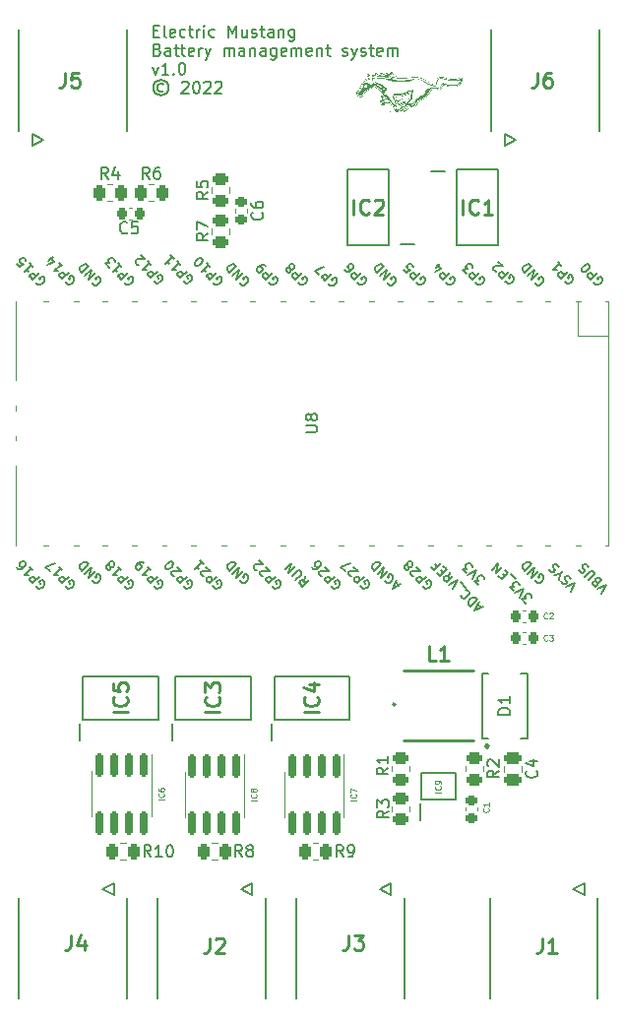
<source format=gto>
%TF.GenerationSoftware,KiCad,Pcbnew,(6.0.5-0)*%
%TF.CreationDate,2022-05-30T23:28:05+01:00*%
%TF.ProjectId,bms,626d732e-6b69-4636-9164-5f7063625858,rev?*%
%TF.SameCoordinates,Original*%
%TF.FileFunction,Legend,Top*%
%TF.FilePolarity,Positive*%
%FSLAX46Y46*%
G04 Gerber Fmt 4.6, Leading zero omitted, Abs format (unit mm)*
G04 Created by KiCad (PCBNEW (6.0.5-0)) date 2022-05-30 23:28:05*
%MOMM*%
%LPD*%
G01*
G04 APERTURE LIST*
G04 Aperture macros list*
%AMRoundRect*
0 Rectangle with rounded corners*
0 $1 Rounding radius*
0 $2 $3 $4 $5 $6 $7 $8 $9 X,Y pos of 4 corners*
0 Add a 4 corners polygon primitive as box body*
4,1,4,$2,$3,$4,$5,$6,$7,$8,$9,$2,$3,0*
0 Add four circle primitives for the rounded corners*
1,1,$1+$1,$2,$3*
1,1,$1+$1,$4,$5*
1,1,$1+$1,$6,$7*
1,1,$1+$1,$8,$9*
0 Add four rect primitives between the rounded corners*
20,1,$1+$1,$2,$3,$4,$5,0*
20,1,$1+$1,$4,$5,$6,$7,0*
20,1,$1+$1,$6,$7,$8,$9,0*
20,1,$1+$1,$8,$9,$2,$3,0*%
G04 Aperture macros list end*
%ADD10C,0.187500*%
%ADD11C,0.254000*%
%ADD12C,0.125000*%
%ADD13C,0.150000*%
%ADD14C,0.203200*%
%ADD15C,0.127000*%
%ADD16C,0.200000*%
%ADD17C,0.120000*%
%ADD18C,0.177800*%
%ADD19R,1.240000X2.500000*%
%ADD20R,1.100000X8.200000*%
%ADD21R,0.450000X1.400000*%
%ADD22R,0.450000X1.475000*%
%ADD23R,1.200000X1.000000*%
%ADD24R,1.200000X3.300000*%
%ADD25RoundRect,0.250000X-0.450000X0.262500X-0.450000X-0.262500X0.450000X-0.262500X0.450000X0.262500X0*%
%ADD26RoundRect,0.250000X-0.262500X-0.450000X0.262500X-0.450000X0.262500X0.450000X-0.262500X0.450000X0*%
%ADD27RoundRect,0.250000X0.450000X-0.262500X0.450000X0.262500X-0.450000X0.262500X-0.450000X-0.262500X0*%
%ADD28RoundRect,0.150000X-0.150000X0.825000X-0.150000X-0.825000X0.150000X-0.825000X0.150000X0.825000X0*%
%ADD29C,3.200000*%
%ADD30RoundRect,0.225000X-0.250000X0.225000X-0.250000X-0.225000X0.250000X-0.225000X0.250000X0.225000X0*%
%ADD31R,2.049780X2.049780*%
%ADD32R,3.500000X1.700000*%
%ADD33O,1.700000X1.700000*%
%ADD34R,1.700000X1.700000*%
%ADD35R,1.700000X3.500000*%
%ADD36O,1.800000X1.800000*%
%ADD37O,1.500000X1.500000*%
%ADD38RoundRect,0.225000X-0.225000X-0.250000X0.225000X-0.250000X0.225000X0.250000X-0.225000X0.250000X0*%
%ADD39RoundRect,0.225000X0.250000X-0.225000X0.250000X0.225000X-0.250000X0.225000X-0.250000X-0.225000X0*%
%ADD40RoundRect,0.250000X-0.475000X0.250000X-0.475000X-0.250000X0.475000X-0.250000X0.475000X0.250000X0*%
%ADD41R,1.600000X5.700000*%
G04 APERTURE END LIST*
D10*
X82909970Y-83619571D02*
X83243303Y-83619571D01*
X83386160Y-84143380D02*
X82909970Y-84143380D01*
X82909970Y-83143380D01*
X83386160Y-83143380D01*
X83957589Y-84143380D02*
X83862351Y-84095761D01*
X83814732Y-84000523D01*
X83814732Y-83143380D01*
X84719494Y-84095761D02*
X84624255Y-84143380D01*
X84433779Y-84143380D01*
X84338541Y-84095761D01*
X84290922Y-84000523D01*
X84290922Y-83619571D01*
X84338541Y-83524333D01*
X84433779Y-83476714D01*
X84624255Y-83476714D01*
X84719494Y-83524333D01*
X84767113Y-83619571D01*
X84767113Y-83714809D01*
X84290922Y-83810047D01*
X85624255Y-84095761D02*
X85529017Y-84143380D01*
X85338541Y-84143380D01*
X85243303Y-84095761D01*
X85195684Y-84048142D01*
X85148065Y-83952904D01*
X85148065Y-83667190D01*
X85195684Y-83571952D01*
X85243303Y-83524333D01*
X85338541Y-83476714D01*
X85529017Y-83476714D01*
X85624255Y-83524333D01*
X85909970Y-83476714D02*
X86290922Y-83476714D01*
X86052827Y-83143380D02*
X86052827Y-84000523D01*
X86100446Y-84095761D01*
X86195684Y-84143380D01*
X86290922Y-84143380D01*
X86624255Y-84143380D02*
X86624255Y-83476714D01*
X86624255Y-83667190D02*
X86671875Y-83571952D01*
X86719494Y-83524333D01*
X86814732Y-83476714D01*
X86909970Y-83476714D01*
X87243303Y-84143380D02*
X87243303Y-83476714D01*
X87243303Y-83143380D02*
X87195684Y-83191000D01*
X87243303Y-83238619D01*
X87290922Y-83191000D01*
X87243303Y-83143380D01*
X87243303Y-83238619D01*
X88148065Y-84095761D02*
X88052827Y-84143380D01*
X87862351Y-84143380D01*
X87767113Y-84095761D01*
X87719494Y-84048142D01*
X87671875Y-83952904D01*
X87671875Y-83667190D01*
X87719494Y-83571952D01*
X87767113Y-83524333D01*
X87862351Y-83476714D01*
X88052827Y-83476714D01*
X88148065Y-83524333D01*
X89338541Y-84143380D02*
X89338541Y-83143380D01*
X89671875Y-83857666D01*
X90005208Y-83143380D01*
X90005208Y-84143380D01*
X90909970Y-83476714D02*
X90909970Y-84143380D01*
X90481398Y-83476714D02*
X90481398Y-84000523D01*
X90529017Y-84095761D01*
X90624255Y-84143380D01*
X90767113Y-84143380D01*
X90862351Y-84095761D01*
X90909970Y-84048142D01*
X91338541Y-84095761D02*
X91433779Y-84143380D01*
X91624255Y-84143380D01*
X91719494Y-84095761D01*
X91767113Y-84000523D01*
X91767113Y-83952904D01*
X91719494Y-83857666D01*
X91624255Y-83810047D01*
X91481398Y-83810047D01*
X91386160Y-83762428D01*
X91338541Y-83667190D01*
X91338541Y-83619571D01*
X91386160Y-83524333D01*
X91481398Y-83476714D01*
X91624255Y-83476714D01*
X91719494Y-83524333D01*
X92052827Y-83476714D02*
X92433779Y-83476714D01*
X92195684Y-83143380D02*
X92195684Y-84000523D01*
X92243303Y-84095761D01*
X92338541Y-84143380D01*
X92433779Y-84143380D01*
X93195684Y-84143380D02*
X93195684Y-83619571D01*
X93148065Y-83524333D01*
X93052827Y-83476714D01*
X92862351Y-83476714D01*
X92767113Y-83524333D01*
X93195684Y-84095761D02*
X93100446Y-84143380D01*
X92862351Y-84143380D01*
X92767113Y-84095761D01*
X92719494Y-84000523D01*
X92719494Y-83905285D01*
X92767113Y-83810047D01*
X92862351Y-83762428D01*
X93100446Y-83762428D01*
X93195684Y-83714809D01*
X93671875Y-83476714D02*
X93671875Y-84143380D01*
X93671875Y-83571952D02*
X93719494Y-83524333D01*
X93814732Y-83476714D01*
X93957589Y-83476714D01*
X94052827Y-83524333D01*
X94100446Y-83619571D01*
X94100446Y-84143380D01*
X95005208Y-83476714D02*
X95005208Y-84286238D01*
X94957589Y-84381476D01*
X94909970Y-84429095D01*
X94814732Y-84476714D01*
X94671875Y-84476714D01*
X94576636Y-84429095D01*
X95005208Y-84095761D02*
X94909970Y-84143380D01*
X94719494Y-84143380D01*
X94624255Y-84095761D01*
X94576636Y-84048142D01*
X94529017Y-83952904D01*
X94529017Y-83667190D01*
X94576636Y-83571952D01*
X94624255Y-83524333D01*
X94719494Y-83476714D01*
X94909970Y-83476714D01*
X95005208Y-83524333D01*
X83243303Y-85229571D02*
X83386160Y-85277190D01*
X83433779Y-85324809D01*
X83481398Y-85420047D01*
X83481398Y-85562904D01*
X83433779Y-85658142D01*
X83386160Y-85705761D01*
X83290922Y-85753380D01*
X82909970Y-85753380D01*
X82909970Y-84753380D01*
X83243303Y-84753380D01*
X83338541Y-84801000D01*
X83386160Y-84848619D01*
X83433779Y-84943857D01*
X83433779Y-85039095D01*
X83386160Y-85134333D01*
X83338541Y-85181952D01*
X83243303Y-85229571D01*
X82909970Y-85229571D01*
X84338541Y-85753380D02*
X84338541Y-85229571D01*
X84290922Y-85134333D01*
X84195684Y-85086714D01*
X84005208Y-85086714D01*
X83909970Y-85134333D01*
X84338541Y-85705761D02*
X84243303Y-85753380D01*
X84005208Y-85753380D01*
X83909970Y-85705761D01*
X83862351Y-85610523D01*
X83862351Y-85515285D01*
X83909970Y-85420047D01*
X84005208Y-85372428D01*
X84243303Y-85372428D01*
X84338541Y-85324809D01*
X84671875Y-85086714D02*
X85052827Y-85086714D01*
X84814732Y-84753380D02*
X84814732Y-85610523D01*
X84862351Y-85705761D01*
X84957589Y-85753380D01*
X85052827Y-85753380D01*
X85243303Y-85086714D02*
X85624255Y-85086714D01*
X85386160Y-84753380D02*
X85386160Y-85610523D01*
X85433779Y-85705761D01*
X85529017Y-85753380D01*
X85624255Y-85753380D01*
X86338541Y-85705761D02*
X86243303Y-85753380D01*
X86052827Y-85753380D01*
X85957589Y-85705761D01*
X85909970Y-85610523D01*
X85909970Y-85229571D01*
X85957589Y-85134333D01*
X86052827Y-85086714D01*
X86243303Y-85086714D01*
X86338541Y-85134333D01*
X86386160Y-85229571D01*
X86386160Y-85324809D01*
X85909970Y-85420047D01*
X86814732Y-85753380D02*
X86814732Y-85086714D01*
X86814732Y-85277190D02*
X86862351Y-85181952D01*
X86909970Y-85134333D01*
X87005208Y-85086714D01*
X87100446Y-85086714D01*
X87338541Y-85086714D02*
X87576636Y-85753380D01*
X87814732Y-85086714D02*
X87576636Y-85753380D01*
X87481398Y-85991476D01*
X87433779Y-86039095D01*
X87338541Y-86086714D01*
X88957589Y-85753380D02*
X88957589Y-85086714D01*
X88957589Y-85181952D02*
X89005208Y-85134333D01*
X89100446Y-85086714D01*
X89243303Y-85086714D01*
X89338541Y-85134333D01*
X89386160Y-85229571D01*
X89386160Y-85753380D01*
X89386160Y-85229571D02*
X89433779Y-85134333D01*
X89529017Y-85086714D01*
X89671875Y-85086714D01*
X89767113Y-85134333D01*
X89814732Y-85229571D01*
X89814732Y-85753380D01*
X90719494Y-85753380D02*
X90719494Y-85229571D01*
X90671875Y-85134333D01*
X90576636Y-85086714D01*
X90386160Y-85086714D01*
X90290922Y-85134333D01*
X90719494Y-85705761D02*
X90624255Y-85753380D01*
X90386160Y-85753380D01*
X90290922Y-85705761D01*
X90243303Y-85610523D01*
X90243303Y-85515285D01*
X90290922Y-85420047D01*
X90386160Y-85372428D01*
X90624255Y-85372428D01*
X90719494Y-85324809D01*
X91195684Y-85086714D02*
X91195684Y-85753380D01*
X91195684Y-85181952D02*
X91243303Y-85134333D01*
X91338541Y-85086714D01*
X91481398Y-85086714D01*
X91576636Y-85134333D01*
X91624255Y-85229571D01*
X91624255Y-85753380D01*
X92529017Y-85753380D02*
X92529017Y-85229571D01*
X92481398Y-85134333D01*
X92386160Y-85086714D01*
X92195684Y-85086714D01*
X92100446Y-85134333D01*
X92529017Y-85705761D02*
X92433779Y-85753380D01*
X92195684Y-85753380D01*
X92100446Y-85705761D01*
X92052827Y-85610523D01*
X92052827Y-85515285D01*
X92100446Y-85420047D01*
X92195684Y-85372428D01*
X92433779Y-85372428D01*
X92529017Y-85324809D01*
X93433779Y-85086714D02*
X93433779Y-85896238D01*
X93386160Y-85991476D01*
X93338541Y-86039095D01*
X93243303Y-86086714D01*
X93100446Y-86086714D01*
X93005208Y-86039095D01*
X93433779Y-85705761D02*
X93338541Y-85753380D01*
X93148065Y-85753380D01*
X93052827Y-85705761D01*
X93005208Y-85658142D01*
X92957589Y-85562904D01*
X92957589Y-85277190D01*
X93005208Y-85181952D01*
X93052827Y-85134333D01*
X93148065Y-85086714D01*
X93338541Y-85086714D01*
X93433779Y-85134333D01*
X94290922Y-85705761D02*
X94195684Y-85753380D01*
X94005208Y-85753380D01*
X93909970Y-85705761D01*
X93862351Y-85610523D01*
X93862351Y-85229571D01*
X93909970Y-85134333D01*
X94005208Y-85086714D01*
X94195684Y-85086714D01*
X94290922Y-85134333D01*
X94338541Y-85229571D01*
X94338541Y-85324809D01*
X93862351Y-85420047D01*
X94767113Y-85753380D02*
X94767113Y-85086714D01*
X94767113Y-85181952D02*
X94814732Y-85134333D01*
X94909970Y-85086714D01*
X95052827Y-85086714D01*
X95148065Y-85134333D01*
X95195684Y-85229571D01*
X95195684Y-85753380D01*
X95195684Y-85229571D02*
X95243303Y-85134333D01*
X95338541Y-85086714D01*
X95481398Y-85086714D01*
X95576636Y-85134333D01*
X95624255Y-85229571D01*
X95624255Y-85753380D01*
X96481398Y-85705761D02*
X96386160Y-85753380D01*
X96195684Y-85753380D01*
X96100446Y-85705761D01*
X96052827Y-85610523D01*
X96052827Y-85229571D01*
X96100446Y-85134333D01*
X96195684Y-85086714D01*
X96386160Y-85086714D01*
X96481398Y-85134333D01*
X96529017Y-85229571D01*
X96529017Y-85324809D01*
X96052827Y-85420047D01*
X96957589Y-85086714D02*
X96957589Y-85753380D01*
X96957589Y-85181952D02*
X97005208Y-85134333D01*
X97100446Y-85086714D01*
X97243303Y-85086714D01*
X97338541Y-85134333D01*
X97386160Y-85229571D01*
X97386160Y-85753380D01*
X97719494Y-85086714D02*
X98100446Y-85086714D01*
X97862351Y-84753380D02*
X97862351Y-85610523D01*
X97909970Y-85705761D01*
X98005208Y-85753380D01*
X98100446Y-85753380D01*
X99148065Y-85705761D02*
X99243303Y-85753380D01*
X99433779Y-85753380D01*
X99529017Y-85705761D01*
X99576636Y-85610523D01*
X99576636Y-85562904D01*
X99529017Y-85467666D01*
X99433779Y-85420047D01*
X99290922Y-85420047D01*
X99195684Y-85372428D01*
X99148065Y-85277190D01*
X99148065Y-85229571D01*
X99195684Y-85134333D01*
X99290922Y-85086714D01*
X99433779Y-85086714D01*
X99529017Y-85134333D01*
X99909970Y-85086714D02*
X100148065Y-85753380D01*
X100386160Y-85086714D02*
X100148065Y-85753380D01*
X100052827Y-85991476D01*
X100005208Y-86039095D01*
X99909970Y-86086714D01*
X100719494Y-85705761D02*
X100814732Y-85753380D01*
X101005208Y-85753380D01*
X101100446Y-85705761D01*
X101148065Y-85610523D01*
X101148065Y-85562904D01*
X101100446Y-85467666D01*
X101005208Y-85420047D01*
X100862351Y-85420047D01*
X100767113Y-85372428D01*
X100719494Y-85277190D01*
X100719494Y-85229571D01*
X100767113Y-85134333D01*
X100862351Y-85086714D01*
X101005208Y-85086714D01*
X101100446Y-85134333D01*
X101433779Y-85086714D02*
X101814732Y-85086714D01*
X101576636Y-84753380D02*
X101576636Y-85610523D01*
X101624255Y-85705761D01*
X101719494Y-85753380D01*
X101814732Y-85753380D01*
X102529017Y-85705761D02*
X102433779Y-85753380D01*
X102243303Y-85753380D01*
X102148065Y-85705761D01*
X102100446Y-85610523D01*
X102100446Y-85229571D01*
X102148065Y-85134333D01*
X102243303Y-85086714D01*
X102433779Y-85086714D01*
X102529017Y-85134333D01*
X102576636Y-85229571D01*
X102576636Y-85324809D01*
X102100446Y-85420047D01*
X103005208Y-85753380D02*
X103005208Y-85086714D01*
X103005208Y-85181952D02*
X103052827Y-85134333D01*
X103148065Y-85086714D01*
X103290922Y-85086714D01*
X103386160Y-85134333D01*
X103433779Y-85229571D01*
X103433779Y-85753380D01*
X103433779Y-85229571D02*
X103481398Y-85134333D01*
X103576636Y-85086714D01*
X103719494Y-85086714D01*
X103814732Y-85134333D01*
X103862351Y-85229571D01*
X103862351Y-85753380D01*
X82814732Y-86696714D02*
X83052827Y-87363380D01*
X83290922Y-86696714D01*
X84195684Y-87363380D02*
X83624255Y-87363380D01*
X83909970Y-87363380D02*
X83909970Y-86363380D01*
X83814732Y-86506238D01*
X83719494Y-86601476D01*
X83624255Y-86649095D01*
X84624255Y-87268142D02*
X84671875Y-87315761D01*
X84624255Y-87363380D01*
X84576636Y-87315761D01*
X84624255Y-87268142D01*
X84624255Y-87363380D01*
X85290922Y-86363380D02*
X85386160Y-86363380D01*
X85481398Y-86411000D01*
X85529017Y-86458619D01*
X85576636Y-86553857D01*
X85624255Y-86744333D01*
X85624255Y-86982428D01*
X85576636Y-87172904D01*
X85529017Y-87268142D01*
X85481398Y-87315761D01*
X85386160Y-87363380D01*
X85290922Y-87363380D01*
X85195684Y-87315761D01*
X85148065Y-87268142D01*
X85100446Y-87172904D01*
X85052827Y-86982428D01*
X85052827Y-86744333D01*
X85100446Y-86553857D01*
X85148065Y-86458619D01*
X85195684Y-86411000D01*
X85290922Y-86363380D01*
X83719494Y-88211476D02*
X83624255Y-88163857D01*
X83433779Y-88163857D01*
X83338541Y-88211476D01*
X83243303Y-88306714D01*
X83195684Y-88401952D01*
X83195684Y-88592428D01*
X83243303Y-88687666D01*
X83338541Y-88782904D01*
X83433779Y-88830523D01*
X83624255Y-88830523D01*
X83719494Y-88782904D01*
X83529017Y-87830523D02*
X83290922Y-87878142D01*
X83052827Y-88021000D01*
X82909970Y-88259095D01*
X82862351Y-88497190D01*
X82909970Y-88735285D01*
X83052827Y-88973380D01*
X83290922Y-89116238D01*
X83529017Y-89163857D01*
X83767113Y-89116238D01*
X84005208Y-88973380D01*
X84148065Y-88735285D01*
X84195684Y-88497190D01*
X84148065Y-88259095D01*
X84005208Y-88021000D01*
X83767113Y-87878142D01*
X83529017Y-87830523D01*
X85338541Y-88068619D02*
X85386160Y-88021000D01*
X85481398Y-87973380D01*
X85719494Y-87973380D01*
X85814732Y-88021000D01*
X85862351Y-88068619D01*
X85909970Y-88163857D01*
X85909970Y-88259095D01*
X85862351Y-88401952D01*
X85290922Y-88973380D01*
X85909970Y-88973380D01*
X86529017Y-87973380D02*
X86624255Y-87973380D01*
X86719494Y-88021000D01*
X86767113Y-88068619D01*
X86814732Y-88163857D01*
X86862351Y-88354333D01*
X86862351Y-88592428D01*
X86814732Y-88782904D01*
X86767113Y-88878142D01*
X86719494Y-88925761D01*
X86624255Y-88973380D01*
X86529017Y-88973380D01*
X86433779Y-88925761D01*
X86386160Y-88878142D01*
X86338541Y-88782904D01*
X86290922Y-88592428D01*
X86290922Y-88354333D01*
X86338541Y-88163857D01*
X86386160Y-88068619D01*
X86433779Y-88021000D01*
X86529017Y-87973380D01*
X87243303Y-88068619D02*
X87290922Y-88021000D01*
X87386160Y-87973380D01*
X87624255Y-87973380D01*
X87719494Y-88021000D01*
X87767113Y-88068619D01*
X87814732Y-88163857D01*
X87814732Y-88259095D01*
X87767113Y-88401952D01*
X87195684Y-88973380D01*
X87814732Y-88973380D01*
X88195684Y-88068619D02*
X88243303Y-88021000D01*
X88338541Y-87973380D01*
X88576636Y-87973380D01*
X88671875Y-88021000D01*
X88719494Y-88068619D01*
X88767113Y-88163857D01*
X88767113Y-88259095D01*
X88719494Y-88401952D01*
X88148065Y-88973380D01*
X88767113Y-88973380D01*
D11*
%TO.C,J6*%
X115908666Y-87188523D02*
X115908666Y-88095666D01*
X115848190Y-88277095D01*
X115727238Y-88398047D01*
X115545809Y-88458523D01*
X115424857Y-88458523D01*
X117057714Y-87188523D02*
X116815809Y-87188523D01*
X116694857Y-87249000D01*
X116634380Y-87309476D01*
X116513428Y-87490904D01*
X116452952Y-87732809D01*
X116452952Y-88216619D01*
X116513428Y-88337571D01*
X116573904Y-88398047D01*
X116694857Y-88458523D01*
X116936761Y-88458523D01*
X117057714Y-88398047D01*
X117118190Y-88337571D01*
X117178666Y-88216619D01*
X117178666Y-87914238D01*
X117118190Y-87793285D01*
X117057714Y-87732809D01*
X116936761Y-87672333D01*
X116694857Y-87672333D01*
X116573904Y-87732809D01*
X116513428Y-87793285D01*
X116452952Y-87914238D01*
%TO.C,J5*%
X75268666Y-87188523D02*
X75268666Y-88095666D01*
X75208190Y-88277095D01*
X75087238Y-88398047D01*
X74905809Y-88458523D01*
X74784857Y-88458523D01*
X76478190Y-87188523D02*
X75873428Y-87188523D01*
X75812952Y-87793285D01*
X75873428Y-87732809D01*
X75994380Y-87672333D01*
X76296761Y-87672333D01*
X76417714Y-87732809D01*
X76478190Y-87793285D01*
X76538666Y-87914238D01*
X76538666Y-88216619D01*
X76478190Y-88337571D01*
X76417714Y-88398047D01*
X76296761Y-88458523D01*
X75994380Y-88458523D01*
X75873428Y-88398047D01*
X75812952Y-88337571D01*
%TO.C,J4*%
X75776666Y-161356523D02*
X75776666Y-162263666D01*
X75716190Y-162445095D01*
X75595238Y-162566047D01*
X75413809Y-162626523D01*
X75292857Y-162626523D01*
X76925714Y-161779857D02*
X76925714Y-162626523D01*
X76623333Y-161296047D02*
X76320952Y-162203190D01*
X77107142Y-162203190D01*
%TO.C,J3*%
X99652666Y-161356523D02*
X99652666Y-162263666D01*
X99592190Y-162445095D01*
X99471238Y-162566047D01*
X99289809Y-162626523D01*
X99168857Y-162626523D01*
X100136476Y-161356523D02*
X100922666Y-161356523D01*
X100499333Y-161840333D01*
X100680761Y-161840333D01*
X100801714Y-161900809D01*
X100862190Y-161961285D01*
X100922666Y-162082238D01*
X100922666Y-162384619D01*
X100862190Y-162505571D01*
X100801714Y-162566047D01*
X100680761Y-162626523D01*
X100317904Y-162626523D01*
X100196952Y-162566047D01*
X100136476Y-162505571D01*
%TO.C,J2*%
X87714666Y-161610523D02*
X87714666Y-162517666D01*
X87654190Y-162699095D01*
X87533238Y-162820047D01*
X87351809Y-162880523D01*
X87230857Y-162880523D01*
X88258952Y-161731476D02*
X88319428Y-161671000D01*
X88440380Y-161610523D01*
X88742761Y-161610523D01*
X88863714Y-161671000D01*
X88924190Y-161731476D01*
X88984666Y-161852428D01*
X88984666Y-161973380D01*
X88924190Y-162154809D01*
X88198476Y-162880523D01*
X88984666Y-162880523D01*
%TO.C,J1*%
X116310666Y-161610523D02*
X116310666Y-162517666D01*
X116250190Y-162699095D01*
X116129238Y-162820047D01*
X115947809Y-162880523D01*
X115826857Y-162880523D01*
X117580666Y-162880523D02*
X116854952Y-162880523D01*
X117217809Y-162880523D02*
X117217809Y-161610523D01*
X117096857Y-161791952D01*
X116975904Y-161912904D01*
X116854952Y-161973380D01*
D12*
%TO.C,IC9*%
X107604190Y-149078095D02*
X107104190Y-149078095D01*
X107556571Y-148554285D02*
X107580380Y-148578095D01*
X107604190Y-148649523D01*
X107604190Y-148697142D01*
X107580380Y-148768571D01*
X107532761Y-148816190D01*
X107485142Y-148840000D01*
X107389904Y-148863809D01*
X107318476Y-148863809D01*
X107223238Y-148840000D01*
X107175619Y-148816190D01*
X107128000Y-148768571D01*
X107104190Y-148697142D01*
X107104190Y-148649523D01*
X107128000Y-148578095D01*
X107151809Y-148554285D01*
X107604190Y-148316190D02*
X107604190Y-148220952D01*
X107580380Y-148173333D01*
X107556571Y-148149523D01*
X107485142Y-148101904D01*
X107389904Y-148078095D01*
X107199428Y-148078095D01*
X107151809Y-148101904D01*
X107128000Y-148125714D01*
X107104190Y-148173333D01*
X107104190Y-148268571D01*
X107128000Y-148316190D01*
X107151809Y-148340000D01*
X107199428Y-148363809D01*
X107318476Y-148363809D01*
X107366095Y-148340000D01*
X107389904Y-148316190D01*
X107413714Y-148268571D01*
X107413714Y-148173333D01*
X107389904Y-148125714D01*
X107366095Y-148101904D01*
X107318476Y-148078095D01*
D11*
%TO.C,IC5*%
X80653992Y-142209761D02*
X79383992Y-142209761D01*
X80533040Y-140879285D02*
X80593516Y-140939761D01*
X80653992Y-141121190D01*
X80653992Y-141242142D01*
X80593516Y-141423571D01*
X80472564Y-141544523D01*
X80351611Y-141605000D01*
X80109707Y-141665476D01*
X79928278Y-141665476D01*
X79686373Y-141605000D01*
X79565421Y-141544523D01*
X79444469Y-141423571D01*
X79383992Y-141242142D01*
X79383992Y-141121190D01*
X79444469Y-140939761D01*
X79504945Y-140879285D01*
X79383992Y-139730238D02*
X79383992Y-140335000D01*
X79988754Y-140395476D01*
X79928278Y-140335000D01*
X79867802Y-140214047D01*
X79867802Y-139911666D01*
X79928278Y-139790714D01*
X79988754Y-139730238D01*
X80109707Y-139669761D01*
X80412088Y-139669761D01*
X80533040Y-139730238D01*
X80593516Y-139790714D01*
X80653992Y-139911666D01*
X80653992Y-140214047D01*
X80593516Y-140335000D01*
X80533040Y-140395476D01*
%TO.C,IC4*%
X97094523Y-142209761D02*
X95824523Y-142209761D01*
X96973571Y-140879285D02*
X97034047Y-140939761D01*
X97094523Y-141121190D01*
X97094523Y-141242142D01*
X97034047Y-141423571D01*
X96913095Y-141544523D01*
X96792142Y-141605000D01*
X96550238Y-141665476D01*
X96368809Y-141665476D01*
X96126904Y-141605000D01*
X96005952Y-141544523D01*
X95885000Y-141423571D01*
X95824523Y-141242142D01*
X95824523Y-141121190D01*
X95885000Y-140939761D01*
X95945476Y-140879285D01*
X96247857Y-139790714D02*
X97094523Y-139790714D01*
X95764047Y-140093095D02*
X96671190Y-140395476D01*
X96671190Y-139609285D01*
%TO.C,IC3*%
X88594534Y-142209761D02*
X87324534Y-142209761D01*
X88473582Y-140879285D02*
X88534058Y-140939761D01*
X88594534Y-141121190D01*
X88594534Y-141242142D01*
X88534058Y-141423571D01*
X88413106Y-141544523D01*
X88292153Y-141605000D01*
X88050249Y-141665476D01*
X87868820Y-141665476D01*
X87626915Y-141605000D01*
X87505963Y-141544523D01*
X87385011Y-141423571D01*
X87324534Y-141242142D01*
X87324534Y-141121190D01*
X87385011Y-140939761D01*
X87445487Y-140879285D01*
X87324534Y-140455952D02*
X87324534Y-139669761D01*
X87808344Y-140093095D01*
X87808344Y-139911666D01*
X87868820Y-139790714D01*
X87929296Y-139730238D01*
X88050249Y-139669761D01*
X88352630Y-139669761D01*
X88473582Y-139730238D01*
X88534058Y-139790714D01*
X88594534Y-139911666D01*
X88594534Y-140274523D01*
X88534058Y-140395476D01*
X88473582Y-140455952D01*
%TO.C,IC2*%
X100106238Y-99380523D02*
X100106238Y-98110523D01*
X101436714Y-99259571D02*
X101376238Y-99320047D01*
X101194809Y-99380523D01*
X101073857Y-99380523D01*
X100892428Y-99320047D01*
X100771476Y-99199095D01*
X100711000Y-99078142D01*
X100650523Y-98836238D01*
X100650523Y-98654809D01*
X100711000Y-98412904D01*
X100771476Y-98291952D01*
X100892428Y-98171000D01*
X101073857Y-98110523D01*
X101194809Y-98110523D01*
X101376238Y-98171000D01*
X101436714Y-98231476D01*
X101920523Y-98231476D02*
X101981000Y-98171000D01*
X102101952Y-98110523D01*
X102404333Y-98110523D01*
X102525285Y-98171000D01*
X102585761Y-98231476D01*
X102646238Y-98352428D01*
X102646238Y-98473380D01*
X102585761Y-98654809D01*
X101860047Y-99380523D01*
X102646238Y-99380523D01*
%TO.C,IC1*%
X109504238Y-99380523D02*
X109504238Y-98110523D01*
X110834714Y-99259571D02*
X110774238Y-99320047D01*
X110592809Y-99380523D01*
X110471857Y-99380523D01*
X110290428Y-99320047D01*
X110169476Y-99199095D01*
X110109000Y-99078142D01*
X110048523Y-98836238D01*
X110048523Y-98654809D01*
X110109000Y-98412904D01*
X110169476Y-98291952D01*
X110290428Y-98171000D01*
X110471857Y-98110523D01*
X110592809Y-98110523D01*
X110774238Y-98171000D01*
X110834714Y-98231476D01*
X112044238Y-99380523D02*
X111318523Y-99380523D01*
X111681380Y-99380523D02*
X111681380Y-98110523D01*
X111560428Y-98291952D01*
X111439476Y-98412904D01*
X111318523Y-98473380D01*
D13*
%TO.C,R7*%
X87574380Y-101017666D02*
X87098190Y-101351000D01*
X87574380Y-101589095D02*
X86574380Y-101589095D01*
X86574380Y-101208142D01*
X86622000Y-101112904D01*
X86669619Y-101065285D01*
X86764857Y-101017666D01*
X86907714Y-101017666D01*
X87002952Y-101065285D01*
X87050571Y-101112904D01*
X87098190Y-101208142D01*
X87098190Y-101589095D01*
X86574380Y-100684333D02*
X86574380Y-100017666D01*
X87574380Y-100446238D01*
%TO.C,R6*%
X82533833Y-96338380D02*
X82200500Y-95862190D01*
X81962404Y-96338380D02*
X81962404Y-95338380D01*
X82343357Y-95338380D01*
X82438595Y-95386000D01*
X82486214Y-95433619D01*
X82533833Y-95528857D01*
X82533833Y-95671714D01*
X82486214Y-95766952D01*
X82438595Y-95814571D01*
X82343357Y-95862190D01*
X81962404Y-95862190D01*
X83390976Y-95338380D02*
X83200500Y-95338380D01*
X83105261Y-95386000D01*
X83057642Y-95433619D01*
X82962404Y-95576476D01*
X82914785Y-95766952D01*
X82914785Y-96147904D01*
X82962404Y-96243142D01*
X83010023Y-96290761D01*
X83105261Y-96338380D01*
X83295738Y-96338380D01*
X83390976Y-96290761D01*
X83438595Y-96243142D01*
X83486214Y-96147904D01*
X83486214Y-95909809D01*
X83438595Y-95814571D01*
X83390976Y-95766952D01*
X83295738Y-95719333D01*
X83105261Y-95719333D01*
X83010023Y-95766952D01*
X82962404Y-95814571D01*
X82914785Y-95909809D01*
%TO.C,R5*%
X87574380Y-97461666D02*
X87098190Y-97795000D01*
X87574380Y-98033095D02*
X86574380Y-98033095D01*
X86574380Y-97652142D01*
X86622000Y-97556904D01*
X86669619Y-97509285D01*
X86764857Y-97461666D01*
X86907714Y-97461666D01*
X87002952Y-97509285D01*
X87050571Y-97556904D01*
X87098190Y-97652142D01*
X87098190Y-98033095D01*
X86574380Y-96556904D02*
X86574380Y-97033095D01*
X87050571Y-97080714D01*
X87002952Y-97033095D01*
X86955333Y-96937857D01*
X86955333Y-96699761D01*
X87002952Y-96604523D01*
X87050571Y-96556904D01*
X87145809Y-96509285D01*
X87383904Y-96509285D01*
X87479142Y-96556904D01*
X87526761Y-96604523D01*
X87574380Y-96699761D01*
X87574380Y-96937857D01*
X87526761Y-97033095D01*
X87479142Y-97080714D01*
%TO.C,R4*%
X78977833Y-96338380D02*
X78644500Y-95862190D01*
X78406404Y-96338380D02*
X78406404Y-95338380D01*
X78787357Y-95338380D01*
X78882595Y-95386000D01*
X78930214Y-95433619D01*
X78977833Y-95528857D01*
X78977833Y-95671714D01*
X78930214Y-95766952D01*
X78882595Y-95814571D01*
X78787357Y-95862190D01*
X78406404Y-95862190D01*
X79834976Y-95671714D02*
X79834976Y-96338380D01*
X79596880Y-95290761D02*
X79358785Y-96005047D01*
X79977833Y-96005047D01*
%TO.C,R3*%
X103132380Y-150685166D02*
X102656190Y-151018500D01*
X103132380Y-151256595D02*
X102132380Y-151256595D01*
X102132380Y-150875642D01*
X102180000Y-150780404D01*
X102227619Y-150732785D01*
X102322857Y-150685166D01*
X102465714Y-150685166D01*
X102560952Y-150732785D01*
X102608571Y-150780404D01*
X102656190Y-150875642D01*
X102656190Y-151256595D01*
X102132380Y-150351833D02*
X102132380Y-149732785D01*
X102513333Y-150066119D01*
X102513333Y-149923261D01*
X102560952Y-149828023D01*
X102608571Y-149780404D01*
X102703809Y-149732785D01*
X102941904Y-149732785D01*
X103037142Y-149780404D01*
X103084761Y-149828023D01*
X103132380Y-149923261D01*
X103132380Y-150208976D01*
X103084761Y-150304214D01*
X103037142Y-150351833D01*
%TO.C,R2*%
X112592380Y-147232666D02*
X112116190Y-147566000D01*
X112592380Y-147804095D02*
X111592380Y-147804095D01*
X111592380Y-147423142D01*
X111640000Y-147327904D01*
X111687619Y-147280285D01*
X111782857Y-147232666D01*
X111925714Y-147232666D01*
X112020952Y-147280285D01*
X112068571Y-147327904D01*
X112116190Y-147423142D01*
X112116190Y-147804095D01*
X111687619Y-146851714D02*
X111640000Y-146804095D01*
X111592380Y-146708857D01*
X111592380Y-146470761D01*
X111640000Y-146375523D01*
X111687619Y-146327904D01*
X111782857Y-146280285D01*
X111878095Y-146280285D01*
X112020952Y-146327904D01*
X112592380Y-146899333D01*
X112592380Y-146280285D01*
%TO.C,R1*%
X103068380Y-146978666D02*
X102592190Y-147312000D01*
X103068380Y-147550095D02*
X102068380Y-147550095D01*
X102068380Y-147169142D01*
X102116000Y-147073904D01*
X102163619Y-147026285D01*
X102258857Y-146978666D01*
X102401714Y-146978666D01*
X102496952Y-147026285D01*
X102544571Y-147073904D01*
X102592190Y-147169142D01*
X102592190Y-147550095D01*
X103068380Y-146026285D02*
X103068380Y-146597714D01*
X103068380Y-146312000D02*
X102068380Y-146312000D01*
X102211238Y-146407238D01*
X102306476Y-146502476D01*
X102354095Y-146597714D01*
%TO.C,R10*%
X82669142Y-154630380D02*
X82335809Y-154154190D01*
X82097714Y-154630380D02*
X82097714Y-153630380D01*
X82478666Y-153630380D01*
X82573904Y-153678000D01*
X82621523Y-153725619D01*
X82669142Y-153820857D01*
X82669142Y-153963714D01*
X82621523Y-154058952D01*
X82573904Y-154106571D01*
X82478666Y-154154190D01*
X82097714Y-154154190D01*
X83621523Y-154630380D02*
X83050095Y-154630380D01*
X83335809Y-154630380D02*
X83335809Y-153630380D01*
X83240571Y-153773238D01*
X83145333Y-153868476D01*
X83050095Y-153916095D01*
X84240571Y-153630380D02*
X84335809Y-153630380D01*
X84431047Y-153678000D01*
X84478666Y-153725619D01*
X84526285Y-153820857D01*
X84573904Y-154011333D01*
X84573904Y-154249428D01*
X84526285Y-154439904D01*
X84478666Y-154535142D01*
X84431047Y-154582761D01*
X84335809Y-154630380D01*
X84240571Y-154630380D01*
X84145333Y-154582761D01*
X84097714Y-154535142D01*
X84050095Y-154439904D01*
X84002476Y-154249428D01*
X84002476Y-154011333D01*
X84050095Y-153820857D01*
X84097714Y-153725619D01*
X84145333Y-153678000D01*
X84240571Y-153630380D01*
%TO.C,R9*%
X99200342Y-154630380D02*
X98867009Y-154154190D01*
X98628913Y-154630380D02*
X98628913Y-153630380D01*
X99009866Y-153630380D01*
X99105104Y-153678000D01*
X99152723Y-153725619D01*
X99200342Y-153820857D01*
X99200342Y-153963714D01*
X99152723Y-154058952D01*
X99105104Y-154106571D01*
X99009866Y-154154190D01*
X98628913Y-154154190D01*
X99676532Y-154630380D02*
X99867009Y-154630380D01*
X99962247Y-154582761D01*
X100009866Y-154535142D01*
X100105104Y-154392285D01*
X100152723Y-154201809D01*
X100152723Y-153820857D01*
X100105104Y-153725619D01*
X100057485Y-153678000D01*
X99962247Y-153630380D01*
X99771770Y-153630380D01*
X99676532Y-153678000D01*
X99628913Y-153725619D01*
X99581294Y-153820857D01*
X99581294Y-154058952D01*
X99628913Y-154154190D01*
X99676532Y-154201809D01*
X99771770Y-154249428D01*
X99962247Y-154249428D01*
X100057485Y-154201809D01*
X100105104Y-154154190D01*
X100152723Y-154058952D01*
%TO.C,R8*%
X90507375Y-154630380D02*
X90174042Y-154154190D01*
X89935946Y-154630380D02*
X89935946Y-153630380D01*
X90316899Y-153630380D01*
X90412137Y-153678000D01*
X90459756Y-153725619D01*
X90507375Y-153820857D01*
X90507375Y-153963714D01*
X90459756Y-154058952D01*
X90412137Y-154106571D01*
X90316899Y-154154190D01*
X89935946Y-154154190D01*
X91078803Y-154058952D02*
X90983565Y-154011333D01*
X90935946Y-153963714D01*
X90888327Y-153868476D01*
X90888327Y-153820857D01*
X90935946Y-153725619D01*
X90983565Y-153678000D01*
X91078803Y-153630380D01*
X91269280Y-153630380D01*
X91364518Y-153678000D01*
X91412137Y-153725619D01*
X91459756Y-153820857D01*
X91459756Y-153868476D01*
X91412137Y-153963714D01*
X91364518Y-154011333D01*
X91269280Y-154058952D01*
X91078803Y-154058952D01*
X90983565Y-154106571D01*
X90935946Y-154154190D01*
X90888327Y-154249428D01*
X90888327Y-154439904D01*
X90935946Y-154535142D01*
X90983565Y-154582761D01*
X91078803Y-154630380D01*
X91269280Y-154630380D01*
X91364518Y-154582761D01*
X91412137Y-154535142D01*
X91459756Y-154439904D01*
X91459756Y-154249428D01*
X91412137Y-154154190D01*
X91364518Y-154106571D01*
X91269280Y-154058952D01*
D12*
%TO.C,IC7*%
X100326199Y-149771344D02*
X99826199Y-149771344D01*
X100278580Y-149247534D02*
X100302389Y-149271344D01*
X100326199Y-149342772D01*
X100326199Y-149390391D01*
X100302389Y-149461820D01*
X100254770Y-149509439D01*
X100207151Y-149533249D01*
X100111913Y-149557058D01*
X100040485Y-149557058D01*
X99945247Y-149533249D01*
X99897628Y-149509439D01*
X99850009Y-149461820D01*
X99826199Y-149390391D01*
X99826199Y-149342772D01*
X99850009Y-149271344D01*
X99873818Y-149247534D01*
X99826199Y-149080868D02*
X99826199Y-148747534D01*
X100326199Y-148961820D01*
%TO.C,IC8*%
X91760232Y-149771344D02*
X91260232Y-149771344D01*
X91712613Y-149247534D02*
X91736422Y-149271344D01*
X91760232Y-149342772D01*
X91760232Y-149390391D01*
X91736422Y-149461820D01*
X91688803Y-149509439D01*
X91641184Y-149533249D01*
X91545946Y-149557058D01*
X91474518Y-149557058D01*
X91379280Y-149533249D01*
X91331661Y-149509439D01*
X91284042Y-149461820D01*
X91260232Y-149390391D01*
X91260232Y-149342772D01*
X91284042Y-149271344D01*
X91307851Y-149247534D01*
X91474518Y-148961820D02*
X91450708Y-149009439D01*
X91426899Y-149033249D01*
X91379280Y-149057058D01*
X91355470Y-149057058D01*
X91307851Y-149033249D01*
X91284042Y-149009439D01*
X91260232Y-148961820D01*
X91260232Y-148866582D01*
X91284042Y-148818963D01*
X91307851Y-148795153D01*
X91355470Y-148771344D01*
X91379280Y-148771344D01*
X91426899Y-148795153D01*
X91450708Y-148818963D01*
X91474518Y-148866582D01*
X91474518Y-148961820D01*
X91498327Y-149009439D01*
X91522137Y-149033249D01*
X91569756Y-149057058D01*
X91664994Y-149057058D01*
X91712613Y-149033249D01*
X91736422Y-149009439D01*
X91760232Y-148961820D01*
X91760232Y-148866582D01*
X91736422Y-148818963D01*
X91712613Y-148795153D01*
X91664994Y-148771344D01*
X91569756Y-148771344D01*
X91522137Y-148795153D01*
X91498327Y-148818963D01*
X91474518Y-148866582D01*
D13*
%TO.C,C6*%
X92211142Y-99239666D02*
X92258761Y-99287285D01*
X92306380Y-99430142D01*
X92306380Y-99525380D01*
X92258761Y-99668238D01*
X92163523Y-99763476D01*
X92068285Y-99811095D01*
X91877809Y-99858714D01*
X91734952Y-99858714D01*
X91544476Y-99811095D01*
X91449238Y-99763476D01*
X91354000Y-99668238D01*
X91306380Y-99525380D01*
X91306380Y-99430142D01*
X91354000Y-99287285D01*
X91401619Y-99239666D01*
X91306380Y-98382523D02*
X91306380Y-98573000D01*
X91354000Y-98668238D01*
X91401619Y-98715857D01*
X91544476Y-98811095D01*
X91734952Y-98858714D01*
X92115904Y-98858714D01*
X92211142Y-98811095D01*
X92258761Y-98763476D01*
X92306380Y-98668238D01*
X92306380Y-98477761D01*
X92258761Y-98382523D01*
X92211142Y-98334904D01*
X92115904Y-98287285D01*
X91877809Y-98287285D01*
X91782571Y-98334904D01*
X91734952Y-98382523D01*
X91687333Y-98477761D01*
X91687333Y-98668238D01*
X91734952Y-98763476D01*
X91782571Y-98811095D01*
X91877809Y-98858714D01*
D14*
%TO.C,D1*%
X113552619Y-142387404D02*
X112536619Y-142387404D01*
X112536619Y-142145500D01*
X112585000Y-142000357D01*
X112681761Y-141903595D01*
X112778523Y-141855214D01*
X112972047Y-141806833D01*
X113117190Y-141806833D01*
X113310714Y-141855214D01*
X113407476Y-141903595D01*
X113504238Y-142000357D01*
X113552619Y-142145500D01*
X113552619Y-142387404D01*
X113552619Y-140839214D02*
X113552619Y-141419785D01*
X113552619Y-141129500D02*
X112536619Y-141129500D01*
X112681761Y-141226261D01*
X112778523Y-141323023D01*
X112826904Y-141419785D01*
D13*
%TO.C,U8*%
X95972380Y-118109904D02*
X96781904Y-118109904D01*
X96877142Y-118062285D01*
X96924761Y-118014666D01*
X96972380Y-117919428D01*
X96972380Y-117728952D01*
X96924761Y-117633714D01*
X96877142Y-117586095D01*
X96781904Y-117538476D01*
X95972380Y-117538476D01*
X96400952Y-116919428D02*
X96353333Y-117014666D01*
X96305714Y-117062285D01*
X96210476Y-117109904D01*
X96162857Y-117109904D01*
X96067619Y-117062285D01*
X96020000Y-117014666D01*
X95972380Y-116919428D01*
X95972380Y-116728952D01*
X96020000Y-116633714D01*
X96067619Y-116586095D01*
X96162857Y-116538476D01*
X96210476Y-116538476D01*
X96305714Y-116586095D01*
X96353333Y-116633714D01*
X96400952Y-116728952D01*
X96400952Y-116919428D01*
X96448571Y-117014666D01*
X96496190Y-117062285D01*
X96591428Y-117109904D01*
X96781904Y-117109904D01*
X96877142Y-117062285D01*
X96924761Y-117014666D01*
X96972380Y-116919428D01*
X96972380Y-116728952D01*
X96924761Y-116633714D01*
X96877142Y-116586095D01*
X96781904Y-116538476D01*
X96591428Y-116538476D01*
X96496190Y-116586095D01*
X96448571Y-116633714D01*
X96400952Y-116728952D01*
X97941218Y-105334903D02*
X97968155Y-105415715D01*
X98048967Y-105496528D01*
X98156717Y-105550402D01*
X98264467Y-105550402D01*
X98345279Y-105523465D01*
X98479966Y-105442653D01*
X98560778Y-105361841D01*
X98641590Y-105227154D01*
X98668528Y-105146341D01*
X98668528Y-105038592D01*
X98614653Y-104930842D01*
X98560778Y-104876967D01*
X98453028Y-104823093D01*
X98399154Y-104823093D01*
X98210592Y-105011654D01*
X98318341Y-105119404D01*
X98210592Y-104526781D02*
X97644906Y-105092467D01*
X97429407Y-104876967D01*
X97402470Y-104796155D01*
X97402470Y-104742280D01*
X97429407Y-104661468D01*
X97510219Y-104580656D01*
X97591032Y-104553719D01*
X97644906Y-104553719D01*
X97725719Y-104580656D01*
X97941218Y-104796155D01*
X97133096Y-104580656D02*
X96755972Y-104203532D01*
X97564094Y-103880284D01*
X80400592Y-131358277D02*
X80427529Y-131439089D01*
X80508341Y-131519902D01*
X80616091Y-131573776D01*
X80723841Y-131573776D01*
X80804653Y-131546839D01*
X80939340Y-131466027D01*
X81020152Y-131385215D01*
X81100964Y-131250528D01*
X81127902Y-131169715D01*
X81127902Y-131061966D01*
X81074027Y-130954216D01*
X81020152Y-130900341D01*
X80912402Y-130846467D01*
X80858528Y-130846467D01*
X80669966Y-131035028D01*
X80777715Y-131142778D01*
X80669966Y-130550155D02*
X80104280Y-131115841D01*
X79888781Y-130900341D01*
X79861844Y-130819529D01*
X79861844Y-130765654D01*
X79888781Y-130684842D01*
X79969593Y-130604030D01*
X80050406Y-130577093D01*
X80104280Y-130577093D01*
X80185093Y-130604030D01*
X80400592Y-130819529D01*
X79807969Y-129688158D02*
X80131218Y-130011407D01*
X79969593Y-129849783D02*
X79403908Y-130415468D01*
X79538595Y-130388531D01*
X79646345Y-130388531D01*
X79727157Y-130415468D01*
X79161471Y-129688158D02*
X79188409Y-129768971D01*
X79188409Y-129822845D01*
X79161471Y-129903658D01*
X79134534Y-129930595D01*
X79053722Y-129957532D01*
X78999847Y-129957532D01*
X78919035Y-129930595D01*
X78811285Y-129822845D01*
X78784348Y-129742033D01*
X78784348Y-129688158D01*
X78811285Y-129607346D01*
X78838223Y-129580409D01*
X78919035Y-129553471D01*
X78972910Y-129553471D01*
X79053722Y-129580409D01*
X79161471Y-129688158D01*
X79242284Y-129715096D01*
X79296158Y-129715096D01*
X79376971Y-129688158D01*
X79484720Y-129580409D01*
X79511658Y-129499597D01*
X79511658Y-129445722D01*
X79484720Y-129364910D01*
X79376971Y-129257160D01*
X79296158Y-129230223D01*
X79242284Y-129230223D01*
X79161471Y-129257160D01*
X79053722Y-129364910D01*
X79026784Y-129445722D01*
X79026784Y-129499597D01*
X79053722Y-129580409D01*
X118769966Y-131827526D02*
X119147089Y-131073279D01*
X118392842Y-131450402D01*
X118769966Y-130750030D02*
X118716091Y-130642280D01*
X118581404Y-130507593D01*
X118500592Y-130480656D01*
X118446717Y-130480656D01*
X118365905Y-130507593D01*
X118312030Y-130561468D01*
X118285093Y-130642280D01*
X118285093Y-130696155D01*
X118312030Y-130776967D01*
X118392842Y-130911654D01*
X118419780Y-130992467D01*
X118419780Y-131046341D01*
X118392842Y-131127154D01*
X118338967Y-131181028D01*
X118258155Y-131207966D01*
X118204280Y-131207966D01*
X118123468Y-131181028D01*
X117988781Y-131046341D01*
X117934906Y-130938592D01*
X117854094Y-130319032D02*
X118123468Y-130049658D01*
X117746345Y-130803905D02*
X117854094Y-130319032D01*
X117369221Y-130426781D01*
X117746345Y-129726409D02*
X117692470Y-129618659D01*
X117557783Y-129483972D01*
X117476971Y-129457035D01*
X117423096Y-129457035D01*
X117342284Y-129483972D01*
X117288409Y-129537847D01*
X117261471Y-129618659D01*
X117261471Y-129672534D01*
X117288409Y-129753346D01*
X117369221Y-129888033D01*
X117396158Y-129968845D01*
X117396158Y-130022720D01*
X117369221Y-130103532D01*
X117315346Y-130157407D01*
X117234534Y-130184345D01*
X117180659Y-130184345D01*
X117099847Y-130157407D01*
X116965160Y-130022720D01*
X116911285Y-129914971D01*
X77618155Y-130861841D02*
X77645093Y-130942653D01*
X77725905Y-131023465D01*
X77833654Y-131077340D01*
X77941404Y-131077340D01*
X78022216Y-131050402D01*
X78156903Y-130969590D01*
X78237715Y-130888778D01*
X78318528Y-130754091D01*
X78345465Y-130673279D01*
X78345465Y-130565529D01*
X78291590Y-130457780D01*
X78237715Y-130403905D01*
X78129966Y-130350030D01*
X78076091Y-130350030D01*
X77887529Y-130538592D01*
X77995279Y-130646341D01*
X77887529Y-130053719D02*
X77321844Y-130619404D01*
X77564280Y-129730470D01*
X76998595Y-130296155D01*
X77294906Y-129461096D02*
X76729221Y-130026781D01*
X76594534Y-129892094D01*
X76540659Y-129784345D01*
X76540659Y-129676595D01*
X76567597Y-129595783D01*
X76648409Y-129461096D01*
X76729221Y-129380284D01*
X76863908Y-129299471D01*
X76944720Y-129272534D01*
X77052470Y-129272534D01*
X77160219Y-129326409D01*
X77294906Y-129461096D01*
X100710592Y-131358277D02*
X100737529Y-131439089D01*
X100818341Y-131519902D01*
X100926091Y-131573776D01*
X101033841Y-131573776D01*
X101114653Y-131546839D01*
X101249340Y-131466027D01*
X101330152Y-131385215D01*
X101410964Y-131250528D01*
X101437902Y-131169715D01*
X101437902Y-131061966D01*
X101384027Y-130954216D01*
X101330152Y-130900341D01*
X101222402Y-130846467D01*
X101168528Y-130846467D01*
X100979966Y-131035028D01*
X101087715Y-131142778D01*
X100979966Y-130550155D02*
X100414280Y-131115841D01*
X100198781Y-130900341D01*
X100171844Y-130819529D01*
X100171844Y-130765654D01*
X100198781Y-130684842D01*
X100279593Y-130604030D01*
X100360406Y-130577093D01*
X100414280Y-130577093D01*
X100495093Y-130604030D01*
X100710592Y-130819529D01*
X99929407Y-130523218D02*
X99875532Y-130523218D01*
X99794720Y-130496280D01*
X99660033Y-130361593D01*
X99633096Y-130280781D01*
X99633096Y-130226906D01*
X99660033Y-130146094D01*
X99713908Y-130092219D01*
X99821658Y-130038345D01*
X100468155Y-130038345D01*
X100117969Y-129688158D01*
X99363722Y-130065282D02*
X98986598Y-129688158D01*
X99794720Y-129364910D01*
X75320592Y-131358277D02*
X75347529Y-131439089D01*
X75428341Y-131519902D01*
X75536091Y-131573776D01*
X75643841Y-131573776D01*
X75724653Y-131546839D01*
X75859340Y-131466027D01*
X75940152Y-131385215D01*
X76020964Y-131250528D01*
X76047902Y-131169715D01*
X76047902Y-131061966D01*
X75994027Y-130954216D01*
X75940152Y-130900341D01*
X75832402Y-130846467D01*
X75778528Y-130846467D01*
X75589966Y-131035028D01*
X75697715Y-131142778D01*
X75589966Y-130550155D02*
X75024280Y-131115841D01*
X74808781Y-130900341D01*
X74781844Y-130819529D01*
X74781844Y-130765654D01*
X74808781Y-130684842D01*
X74889593Y-130604030D01*
X74970406Y-130577093D01*
X75024280Y-130577093D01*
X75105093Y-130604030D01*
X75320592Y-130819529D01*
X74727969Y-129688158D02*
X75051218Y-130011407D01*
X74889593Y-129849783D02*
X74323908Y-130415468D01*
X74458595Y-130388531D01*
X74566345Y-130388531D01*
X74647157Y-130415468D01*
X73973722Y-130065282D02*
X73596598Y-129688158D01*
X74404720Y-129364910D01*
X82940592Y-105104277D02*
X82967529Y-105185089D01*
X83048341Y-105265902D01*
X83156091Y-105319776D01*
X83263841Y-105319776D01*
X83344653Y-105292839D01*
X83479340Y-105212027D01*
X83560152Y-105131215D01*
X83640964Y-104996528D01*
X83667902Y-104915715D01*
X83667902Y-104807966D01*
X83614027Y-104700216D01*
X83560152Y-104646341D01*
X83452402Y-104592467D01*
X83398528Y-104592467D01*
X83209966Y-104781028D01*
X83317715Y-104888778D01*
X83209966Y-104296155D02*
X82644280Y-104861841D01*
X82428781Y-104646341D01*
X82401844Y-104565529D01*
X82401844Y-104511654D01*
X82428781Y-104430842D01*
X82509593Y-104350030D01*
X82590406Y-104323093D01*
X82644280Y-104323093D01*
X82725093Y-104350030D01*
X82940592Y-104565529D01*
X82347969Y-103434158D02*
X82671218Y-103757407D01*
X82509593Y-103595783D02*
X81943908Y-104161468D01*
X82078595Y-104134531D01*
X82186345Y-104134531D01*
X82267157Y-104161468D01*
X81620659Y-103730470D02*
X81566784Y-103730470D01*
X81485972Y-103703532D01*
X81351285Y-103568845D01*
X81324348Y-103488033D01*
X81324348Y-103434158D01*
X81351285Y-103353346D01*
X81405160Y-103299471D01*
X81512910Y-103245597D01*
X82159407Y-103245597D01*
X81809221Y-102895410D01*
X88020592Y-105250277D02*
X88047529Y-105331089D01*
X88128341Y-105411902D01*
X88236091Y-105465776D01*
X88343841Y-105465776D01*
X88424653Y-105438839D01*
X88559340Y-105358027D01*
X88640152Y-105277215D01*
X88720964Y-105142528D01*
X88747902Y-105061715D01*
X88747902Y-104953966D01*
X88694027Y-104846216D01*
X88640152Y-104792341D01*
X88532402Y-104738467D01*
X88478528Y-104738467D01*
X88289966Y-104927028D01*
X88397715Y-105034778D01*
X88289966Y-104442155D02*
X87724280Y-105007841D01*
X87508781Y-104792341D01*
X87481844Y-104711529D01*
X87481844Y-104657654D01*
X87508781Y-104576842D01*
X87589593Y-104496030D01*
X87670406Y-104469093D01*
X87724280Y-104469093D01*
X87805093Y-104496030D01*
X88020592Y-104711529D01*
X87427969Y-103580158D02*
X87751218Y-103903407D01*
X87589593Y-103741783D02*
X87023908Y-104307468D01*
X87158595Y-104280531D01*
X87266345Y-104280531D01*
X87347157Y-104307468D01*
X86512097Y-103795658D02*
X86458223Y-103741783D01*
X86431285Y-103660971D01*
X86431285Y-103607096D01*
X86458223Y-103526284D01*
X86539035Y-103391597D01*
X86673722Y-103256910D01*
X86808409Y-103176097D01*
X86889221Y-103149160D01*
X86943096Y-103149160D01*
X87023908Y-103176097D01*
X87077783Y-103229972D01*
X87104720Y-103310784D01*
X87104720Y-103364659D01*
X87077783Y-103445471D01*
X86996971Y-103580158D01*
X86862284Y-103714845D01*
X86727597Y-103795658D01*
X86646784Y-103822595D01*
X86592910Y-103822595D01*
X86512097Y-103795658D01*
X85480592Y-105104277D02*
X85507529Y-105185089D01*
X85588341Y-105265902D01*
X85696091Y-105319776D01*
X85803841Y-105319776D01*
X85884653Y-105292839D01*
X86019340Y-105212027D01*
X86100152Y-105131215D01*
X86180964Y-104996528D01*
X86207902Y-104915715D01*
X86207902Y-104807966D01*
X86154027Y-104700216D01*
X86100152Y-104646341D01*
X85992402Y-104592467D01*
X85938528Y-104592467D01*
X85749966Y-104781028D01*
X85857715Y-104888778D01*
X85749966Y-104296155D02*
X85184280Y-104861841D01*
X84968781Y-104646341D01*
X84941844Y-104565529D01*
X84941844Y-104511654D01*
X84968781Y-104430842D01*
X85049593Y-104350030D01*
X85130406Y-104323093D01*
X85184280Y-104323093D01*
X85265093Y-104350030D01*
X85480592Y-104565529D01*
X84887969Y-103434158D02*
X85211218Y-103757407D01*
X85049593Y-103595783D02*
X84483908Y-104161468D01*
X84618595Y-104134531D01*
X84726345Y-104134531D01*
X84807157Y-104161468D01*
X84349221Y-102895410D02*
X84672470Y-103218659D01*
X84510845Y-103057035D02*
X83945160Y-103622720D01*
X84079847Y-103595783D01*
X84187597Y-103595783D01*
X84268409Y-103622720D01*
X93100592Y-131358277D02*
X93127529Y-131439089D01*
X93208341Y-131519902D01*
X93316091Y-131573776D01*
X93423841Y-131573776D01*
X93504653Y-131546839D01*
X93639340Y-131466027D01*
X93720152Y-131385215D01*
X93800964Y-131250528D01*
X93827902Y-131169715D01*
X93827902Y-131061966D01*
X93774027Y-130954216D01*
X93720152Y-130900341D01*
X93612402Y-130846467D01*
X93558528Y-130846467D01*
X93369966Y-131035028D01*
X93477715Y-131142778D01*
X93369966Y-130550155D02*
X92804280Y-131115841D01*
X92588781Y-130900341D01*
X92561844Y-130819529D01*
X92561844Y-130765654D01*
X92588781Y-130684842D01*
X92669593Y-130604030D01*
X92750406Y-130577093D01*
X92804280Y-130577093D01*
X92885093Y-130604030D01*
X93100592Y-130819529D01*
X92319407Y-130523218D02*
X92265532Y-130523218D01*
X92184720Y-130496280D01*
X92050033Y-130361593D01*
X92023096Y-130280781D01*
X92023096Y-130226906D01*
X92050033Y-130146094D01*
X92103908Y-130092219D01*
X92211658Y-130038345D01*
X92858155Y-130038345D01*
X92507969Y-129688158D01*
X91780659Y-129984470D02*
X91726784Y-129984470D01*
X91645972Y-129957532D01*
X91511285Y-129822845D01*
X91484348Y-129742033D01*
X91484348Y-129688158D01*
X91511285Y-129607346D01*
X91565160Y-129553471D01*
X91672910Y-129499597D01*
X92319407Y-129499597D01*
X91969221Y-129149410D01*
X80400592Y-105250277D02*
X80427529Y-105331089D01*
X80508341Y-105411902D01*
X80616091Y-105465776D01*
X80723841Y-105465776D01*
X80804653Y-105438839D01*
X80939340Y-105358027D01*
X81020152Y-105277215D01*
X81100964Y-105142528D01*
X81127902Y-105061715D01*
X81127902Y-104953966D01*
X81074027Y-104846216D01*
X81020152Y-104792341D01*
X80912402Y-104738467D01*
X80858528Y-104738467D01*
X80669966Y-104927028D01*
X80777715Y-105034778D01*
X80669966Y-104442155D02*
X80104280Y-105007841D01*
X79888781Y-104792341D01*
X79861844Y-104711529D01*
X79861844Y-104657654D01*
X79888781Y-104576842D01*
X79969593Y-104496030D01*
X80050406Y-104469093D01*
X80104280Y-104469093D01*
X80185093Y-104496030D01*
X80400592Y-104711529D01*
X79807969Y-103580158D02*
X80131218Y-103903407D01*
X79969593Y-103741783D02*
X79403908Y-104307468D01*
X79538595Y-104280531D01*
X79646345Y-104280531D01*
X79727157Y-104307468D01*
X79053722Y-103957282D02*
X78703536Y-103607096D01*
X79107597Y-103580158D01*
X79026784Y-103499346D01*
X78999847Y-103418534D01*
X78999847Y-103364659D01*
X79026784Y-103283847D01*
X79161471Y-103149160D01*
X79242284Y-103122223D01*
X79296158Y-103122223D01*
X79376971Y-103149160D01*
X79538595Y-103310784D01*
X79565532Y-103391597D01*
X79565532Y-103445471D01*
X106054592Y-131358277D02*
X106081529Y-131439089D01*
X106162341Y-131519902D01*
X106270091Y-131573776D01*
X106377841Y-131573776D01*
X106458653Y-131546839D01*
X106593340Y-131466027D01*
X106674152Y-131385215D01*
X106754964Y-131250528D01*
X106781902Y-131169715D01*
X106781902Y-131061966D01*
X106728027Y-130954216D01*
X106674152Y-130900341D01*
X106566402Y-130846467D01*
X106512528Y-130846467D01*
X106323966Y-131035028D01*
X106431715Y-131142778D01*
X106323966Y-130550155D02*
X105758280Y-131115841D01*
X105542781Y-130900341D01*
X105515844Y-130819529D01*
X105515844Y-130765654D01*
X105542781Y-130684842D01*
X105623593Y-130604030D01*
X105704406Y-130577093D01*
X105758280Y-130577093D01*
X105839093Y-130604030D01*
X106054592Y-130819529D01*
X105273407Y-130523218D02*
X105219532Y-130523218D01*
X105138720Y-130496280D01*
X105004033Y-130361593D01*
X104977096Y-130280781D01*
X104977096Y-130226906D01*
X105004033Y-130146094D01*
X105057908Y-130092219D01*
X105165658Y-130038345D01*
X105812155Y-130038345D01*
X105461969Y-129688158D01*
X104815471Y-129688158D02*
X104842409Y-129768971D01*
X104842409Y-129822845D01*
X104815471Y-129903658D01*
X104788534Y-129930595D01*
X104707722Y-129957532D01*
X104653847Y-129957532D01*
X104573035Y-129930595D01*
X104465285Y-129822845D01*
X104438348Y-129742033D01*
X104438348Y-129688158D01*
X104465285Y-129607346D01*
X104492223Y-129580409D01*
X104573035Y-129553471D01*
X104626910Y-129553471D01*
X104707722Y-129580409D01*
X104815471Y-129688158D01*
X104896284Y-129715096D01*
X104950158Y-129715096D01*
X105030971Y-129688158D01*
X105138720Y-129580409D01*
X105165658Y-129499597D01*
X105165658Y-129445722D01*
X105138720Y-129364910D01*
X105030971Y-129257160D01*
X104950158Y-129230223D01*
X104896284Y-129230223D01*
X104815471Y-129257160D01*
X104707722Y-129364910D01*
X104680784Y-129445722D01*
X104680784Y-129499597D01*
X104707722Y-129580409D01*
X75320592Y-105204277D02*
X75347529Y-105285089D01*
X75428341Y-105365902D01*
X75536091Y-105419776D01*
X75643841Y-105419776D01*
X75724653Y-105392839D01*
X75859340Y-105312027D01*
X75940152Y-105231215D01*
X76020964Y-105096528D01*
X76047902Y-105015715D01*
X76047902Y-104907966D01*
X75994027Y-104800216D01*
X75940152Y-104746341D01*
X75832402Y-104692467D01*
X75778528Y-104692467D01*
X75589966Y-104881028D01*
X75697715Y-104988778D01*
X75589966Y-104396155D02*
X75024280Y-104961841D01*
X74808781Y-104746341D01*
X74781844Y-104665529D01*
X74781844Y-104611654D01*
X74808781Y-104530842D01*
X74889593Y-104450030D01*
X74970406Y-104423093D01*
X75024280Y-104423093D01*
X75105093Y-104450030D01*
X75320592Y-104665529D01*
X74727969Y-103534158D02*
X75051218Y-103857407D01*
X74889593Y-103695783D02*
X74323908Y-104261468D01*
X74458595Y-104234531D01*
X74566345Y-104234531D01*
X74647157Y-104261468D01*
X73865972Y-103426409D02*
X74243096Y-103049285D01*
X73785160Y-103776595D02*
X74323908Y-103507221D01*
X73973722Y-103157035D01*
X95371218Y-105234903D02*
X95398155Y-105315715D01*
X95478967Y-105396528D01*
X95586717Y-105450402D01*
X95694467Y-105450402D01*
X95775279Y-105423465D01*
X95909966Y-105342653D01*
X95990778Y-105261841D01*
X96071590Y-105127154D01*
X96098528Y-105046341D01*
X96098528Y-104938592D01*
X96044653Y-104830842D01*
X95990778Y-104776967D01*
X95883028Y-104723093D01*
X95829154Y-104723093D01*
X95640592Y-104911654D01*
X95748341Y-105019404D01*
X95640592Y-104426781D02*
X95074906Y-104992467D01*
X94859407Y-104776967D01*
X94832470Y-104696155D01*
X94832470Y-104642280D01*
X94859407Y-104561468D01*
X94940219Y-104480656D01*
X95021032Y-104453719D01*
X95074906Y-104453719D01*
X95155719Y-104480656D01*
X95371218Y-104696155D01*
X94670845Y-104103532D02*
X94697783Y-104184345D01*
X94697783Y-104238219D01*
X94670845Y-104319032D01*
X94643908Y-104345969D01*
X94563096Y-104372906D01*
X94509221Y-104372906D01*
X94428409Y-104345969D01*
X94320659Y-104238219D01*
X94293722Y-104157407D01*
X94293722Y-104103532D01*
X94320659Y-104022720D01*
X94347597Y-103995783D01*
X94428409Y-103968845D01*
X94482284Y-103968845D01*
X94563096Y-103995783D01*
X94670845Y-104103532D01*
X94751658Y-104130470D01*
X94805532Y-104130470D01*
X94886345Y-104103532D01*
X94994094Y-103995783D01*
X95021032Y-103914971D01*
X95021032Y-103861096D01*
X94994094Y-103780284D01*
X94886345Y-103672534D01*
X94805532Y-103645597D01*
X94751658Y-103645597D01*
X94670845Y-103672534D01*
X94563096Y-103780284D01*
X94536158Y-103861096D01*
X94536158Y-103914971D01*
X94563096Y-103995783D01*
X115718155Y-130861841D02*
X115745093Y-130942653D01*
X115825905Y-131023465D01*
X115933654Y-131077340D01*
X116041404Y-131077340D01*
X116122216Y-131050402D01*
X116256903Y-130969590D01*
X116337715Y-130888778D01*
X116418528Y-130754091D01*
X116445465Y-130673279D01*
X116445465Y-130565529D01*
X116391590Y-130457780D01*
X116337715Y-130403905D01*
X116229966Y-130350030D01*
X116176091Y-130350030D01*
X115987529Y-130538592D01*
X116095279Y-130646341D01*
X115987529Y-130053719D02*
X115421844Y-130619404D01*
X115664280Y-129730470D01*
X115098595Y-130296155D01*
X115394906Y-129461096D02*
X114829221Y-130026781D01*
X114694534Y-129892094D01*
X114640659Y-129784345D01*
X114640659Y-129676595D01*
X114667597Y-129595783D01*
X114748409Y-129461096D01*
X114829221Y-129380284D01*
X114963908Y-129299471D01*
X115044720Y-129272534D01*
X115152470Y-129272534D01*
X115260219Y-129326409D01*
X115394906Y-129461096D01*
X103960964Y-131304402D02*
X103691590Y-131035028D01*
X104176463Y-131196653D02*
X103422216Y-131573776D01*
X103799340Y-130819529D01*
X102775719Y-130873404D02*
X102802656Y-130954216D01*
X102883468Y-131035028D01*
X102991218Y-131088903D01*
X103098967Y-131088903D01*
X103179780Y-131061966D01*
X103314467Y-130981154D01*
X103395279Y-130900341D01*
X103476091Y-130765654D01*
X103503028Y-130684842D01*
X103503028Y-130577093D01*
X103449154Y-130469343D01*
X103395279Y-130415468D01*
X103287529Y-130361593D01*
X103233654Y-130361593D01*
X103045093Y-130550155D01*
X103152842Y-130657905D01*
X103045093Y-130065282D02*
X102479407Y-130630967D01*
X102721844Y-129742033D01*
X102156158Y-130307719D01*
X102452470Y-129472659D02*
X101886784Y-130038345D01*
X101752097Y-129903658D01*
X101698223Y-129795908D01*
X101698223Y-129688158D01*
X101725160Y-129607346D01*
X101805972Y-129472659D01*
X101886784Y-129391847D01*
X102021471Y-129311035D01*
X102102284Y-129284097D01*
X102210033Y-129284097D01*
X102317783Y-129337972D01*
X102452470Y-129472659D01*
X88010592Y-131358277D02*
X88037529Y-131439089D01*
X88118341Y-131519902D01*
X88226091Y-131573776D01*
X88333841Y-131573776D01*
X88414653Y-131546839D01*
X88549340Y-131466027D01*
X88630152Y-131385215D01*
X88710964Y-131250528D01*
X88737902Y-131169715D01*
X88737902Y-131061966D01*
X88684027Y-130954216D01*
X88630152Y-130900341D01*
X88522402Y-130846467D01*
X88468528Y-130846467D01*
X88279966Y-131035028D01*
X88387715Y-131142778D01*
X88279966Y-130550155D02*
X87714280Y-131115841D01*
X87498781Y-130900341D01*
X87471844Y-130819529D01*
X87471844Y-130765654D01*
X87498781Y-130684842D01*
X87579593Y-130604030D01*
X87660406Y-130577093D01*
X87714280Y-130577093D01*
X87795093Y-130604030D01*
X88010592Y-130819529D01*
X87229407Y-130523218D02*
X87175532Y-130523218D01*
X87094720Y-130496280D01*
X86960033Y-130361593D01*
X86933096Y-130280781D01*
X86933096Y-130226906D01*
X86960033Y-130146094D01*
X87013908Y-130092219D01*
X87121658Y-130038345D01*
X87768155Y-130038345D01*
X87417969Y-129688158D01*
X86879221Y-129149410D02*
X87202470Y-129472659D01*
X87040845Y-129311035D02*
X86475160Y-129876720D01*
X86609847Y-129849783D01*
X86717597Y-129849783D01*
X86798409Y-129876720D01*
X118241218Y-105134903D02*
X118268155Y-105215715D01*
X118348967Y-105296528D01*
X118456717Y-105350402D01*
X118564467Y-105350402D01*
X118645279Y-105323465D01*
X118779966Y-105242653D01*
X118860778Y-105161841D01*
X118941590Y-105027154D01*
X118968528Y-104946341D01*
X118968528Y-104838592D01*
X118914653Y-104730842D01*
X118860778Y-104676967D01*
X118753028Y-104623093D01*
X118699154Y-104623093D01*
X118510592Y-104811654D01*
X118618341Y-104919404D01*
X118510592Y-104326781D02*
X117944906Y-104892467D01*
X117729407Y-104676967D01*
X117702470Y-104596155D01*
X117702470Y-104542280D01*
X117729407Y-104461468D01*
X117810219Y-104380656D01*
X117891032Y-104353719D01*
X117944906Y-104353719D01*
X118025719Y-104380656D01*
X118241218Y-104596155D01*
X117648595Y-103464784D02*
X117971844Y-103788033D01*
X117810219Y-103626409D02*
X117244534Y-104192094D01*
X117379221Y-104165157D01*
X117486971Y-104165157D01*
X117567783Y-104192094D01*
X90318155Y-130861841D02*
X90345093Y-130942653D01*
X90425905Y-131023465D01*
X90533654Y-131077340D01*
X90641404Y-131077340D01*
X90722216Y-131050402D01*
X90856903Y-130969590D01*
X90937715Y-130888778D01*
X91018528Y-130754091D01*
X91045465Y-130673279D01*
X91045465Y-130565529D01*
X90991590Y-130457780D01*
X90937715Y-130403905D01*
X90829966Y-130350030D01*
X90776091Y-130350030D01*
X90587529Y-130538592D01*
X90695279Y-130646341D01*
X90587529Y-130053719D02*
X90021844Y-130619404D01*
X90264280Y-129730470D01*
X89698595Y-130296155D01*
X89994906Y-129461096D02*
X89429221Y-130026781D01*
X89294534Y-129892094D01*
X89240659Y-129784345D01*
X89240659Y-129676595D01*
X89267597Y-129595783D01*
X89348409Y-129461096D01*
X89429221Y-129380284D01*
X89563908Y-129299471D01*
X89644720Y-129272534D01*
X89752470Y-129272534D01*
X89860219Y-129326409D01*
X89994906Y-129461096D01*
X90318155Y-105261841D02*
X90345093Y-105342653D01*
X90425905Y-105423465D01*
X90533654Y-105477340D01*
X90641404Y-105477340D01*
X90722216Y-105450402D01*
X90856903Y-105369590D01*
X90937715Y-105288778D01*
X91018528Y-105154091D01*
X91045465Y-105073279D01*
X91045465Y-104965529D01*
X90991590Y-104857780D01*
X90937715Y-104803905D01*
X90829966Y-104750030D01*
X90776091Y-104750030D01*
X90587529Y-104938592D01*
X90695279Y-105046341D01*
X90587529Y-104453719D02*
X90021844Y-105019404D01*
X90264280Y-104130470D01*
X89698595Y-104696155D01*
X89994906Y-103861096D02*
X89429221Y-104426781D01*
X89294534Y-104292094D01*
X89240659Y-104184345D01*
X89240659Y-104076595D01*
X89267597Y-103995783D01*
X89348409Y-103861096D01*
X89429221Y-103780284D01*
X89563908Y-103699471D01*
X89644720Y-103672534D01*
X89752470Y-103672534D01*
X89860219Y-103726409D01*
X89994906Y-103861096D01*
X111053773Y-133193211D02*
X110784399Y-132923837D01*
X111269272Y-133085462D02*
X110515025Y-133462585D01*
X110892149Y-132708338D01*
X110703587Y-132519776D02*
X110137902Y-133085462D01*
X110003215Y-132950775D01*
X109949340Y-132843025D01*
X109949340Y-132735276D01*
X109976277Y-132654463D01*
X110057089Y-132519776D01*
X110137902Y-132438964D01*
X110272589Y-132358152D01*
X110353401Y-132331215D01*
X110461150Y-132331215D01*
X110568900Y-132385089D01*
X110703587Y-132519776D01*
X109760778Y-131684717D02*
X109814653Y-131684717D01*
X109922402Y-131738592D01*
X109976277Y-131792467D01*
X110030152Y-131900216D01*
X110030152Y-132007966D01*
X110003215Y-132088778D01*
X109922402Y-132223465D01*
X109841590Y-132304277D01*
X109706903Y-132385089D01*
X109626091Y-132412027D01*
X109518341Y-132412027D01*
X109410592Y-132358152D01*
X109356717Y-132304277D01*
X109302842Y-132196528D01*
X109302842Y-132142653D01*
X109760778Y-131469218D02*
X109329780Y-131038219D01*
X108656345Y-131603905D02*
X109033468Y-130849658D01*
X108279221Y-131226781D01*
X108333096Y-130149285D02*
X108252284Y-130607221D01*
X108656345Y-130472534D02*
X108090659Y-131038219D01*
X107875160Y-130822720D01*
X107848223Y-130741908D01*
X107848223Y-130688033D01*
X107875160Y-130607221D01*
X107955972Y-130526409D01*
X108036784Y-130499471D01*
X108090659Y-130499471D01*
X108171471Y-130526409D01*
X108386971Y-130741908D01*
X107794348Y-130203160D02*
X107605786Y-130014598D01*
X107821285Y-129637475D02*
X108090659Y-129906849D01*
X107524974Y-130472534D01*
X107255600Y-130203160D01*
X107093975Y-129502788D02*
X107282537Y-129691349D01*
X107578849Y-129395038D02*
X107013163Y-129960723D01*
X106743789Y-129691349D01*
X120771218Y-105234903D02*
X120798155Y-105315715D01*
X120878967Y-105396528D01*
X120986717Y-105450402D01*
X121094467Y-105450402D01*
X121175279Y-105423465D01*
X121309966Y-105342653D01*
X121390778Y-105261841D01*
X121471590Y-105127154D01*
X121498528Y-105046341D01*
X121498528Y-104938592D01*
X121444653Y-104830842D01*
X121390778Y-104776967D01*
X121283028Y-104723093D01*
X121229154Y-104723093D01*
X121040592Y-104911654D01*
X121148341Y-105019404D01*
X121040592Y-104426781D02*
X120474906Y-104992467D01*
X120259407Y-104776967D01*
X120232470Y-104696155D01*
X120232470Y-104642280D01*
X120259407Y-104561468D01*
X120340219Y-104480656D01*
X120421032Y-104453719D01*
X120474906Y-104453719D01*
X120555719Y-104480656D01*
X120771218Y-104696155D01*
X119801471Y-104319032D02*
X119747597Y-104265157D01*
X119720659Y-104184345D01*
X119720659Y-104130470D01*
X119747597Y-104049658D01*
X119828409Y-103914971D01*
X119963096Y-103780284D01*
X120097783Y-103699471D01*
X120178595Y-103672534D01*
X120232470Y-103672534D01*
X120313282Y-103699471D01*
X120367157Y-103753346D01*
X120394094Y-103834158D01*
X120394094Y-103888033D01*
X120367157Y-103968845D01*
X120286345Y-104103532D01*
X120151658Y-104238219D01*
X120016971Y-104319032D01*
X119936158Y-104345969D01*
X119882284Y-104345969D01*
X119801471Y-104319032D01*
X108071218Y-105234903D02*
X108098155Y-105315715D01*
X108178967Y-105396528D01*
X108286717Y-105450402D01*
X108394467Y-105450402D01*
X108475279Y-105423465D01*
X108609966Y-105342653D01*
X108690778Y-105261841D01*
X108771590Y-105127154D01*
X108798528Y-105046341D01*
X108798528Y-104938592D01*
X108744653Y-104830842D01*
X108690778Y-104776967D01*
X108583028Y-104723093D01*
X108529154Y-104723093D01*
X108340592Y-104911654D01*
X108448341Y-105019404D01*
X108340592Y-104426781D02*
X107774906Y-104992467D01*
X107559407Y-104776967D01*
X107532470Y-104696155D01*
X107532470Y-104642280D01*
X107559407Y-104561468D01*
X107640219Y-104480656D01*
X107721032Y-104453719D01*
X107774906Y-104453719D01*
X107855719Y-104480656D01*
X108071218Y-104696155D01*
X107155346Y-103995783D02*
X107532470Y-103618659D01*
X107074534Y-104345969D02*
X107613282Y-104076595D01*
X107263096Y-103726409D01*
X110810592Y-131258152D02*
X110460406Y-130907966D01*
X110864467Y-130881028D01*
X110783654Y-130800216D01*
X110756717Y-130719404D01*
X110756717Y-130665529D01*
X110783654Y-130584717D01*
X110918341Y-130450030D01*
X110999154Y-130423093D01*
X111053028Y-130423093D01*
X111133841Y-130450030D01*
X111295465Y-130611654D01*
X111322402Y-130692467D01*
X111322402Y-130746341D01*
X110298781Y-130746341D02*
X110675905Y-129992094D01*
X109921658Y-130369218D01*
X109786971Y-130234531D02*
X109436784Y-129884345D01*
X109840845Y-129857407D01*
X109760033Y-129776595D01*
X109733096Y-129695783D01*
X109733096Y-129641908D01*
X109760033Y-129561096D01*
X109894720Y-129426409D01*
X109975532Y-129399471D01*
X110029407Y-129399471D01*
X110110219Y-129426409D01*
X110271844Y-129588033D01*
X110298781Y-129668845D01*
X110298781Y-129722720D01*
X72780592Y-105250277D02*
X72807529Y-105331089D01*
X72888341Y-105411902D01*
X72996091Y-105465776D01*
X73103841Y-105465776D01*
X73184653Y-105438839D01*
X73319340Y-105358027D01*
X73400152Y-105277215D01*
X73480964Y-105142528D01*
X73507902Y-105061715D01*
X73507902Y-104953966D01*
X73454027Y-104846216D01*
X73400152Y-104792341D01*
X73292402Y-104738467D01*
X73238528Y-104738467D01*
X73049966Y-104927028D01*
X73157715Y-105034778D01*
X73049966Y-104442155D02*
X72484280Y-105007841D01*
X72268781Y-104792341D01*
X72241844Y-104711529D01*
X72241844Y-104657654D01*
X72268781Y-104576842D01*
X72349593Y-104496030D01*
X72430406Y-104469093D01*
X72484280Y-104469093D01*
X72565093Y-104496030D01*
X72780592Y-104711529D01*
X72187969Y-103580158D02*
X72511218Y-103903407D01*
X72349593Y-103741783D02*
X71783908Y-104307468D01*
X71918595Y-104280531D01*
X72026345Y-104280531D01*
X72107157Y-104307468D01*
X71110473Y-103634033D02*
X71379847Y-103903407D01*
X71676158Y-103660971D01*
X71622284Y-103660971D01*
X71541471Y-103634033D01*
X71406784Y-103499346D01*
X71379847Y-103418534D01*
X71379847Y-103364659D01*
X71406784Y-103283847D01*
X71541471Y-103149160D01*
X71622284Y-103122223D01*
X71676158Y-103122223D01*
X71756971Y-103149160D01*
X71891658Y-103283847D01*
X71918595Y-103364659D01*
X71918595Y-103418534D01*
X98180592Y-131358277D02*
X98207529Y-131439089D01*
X98288341Y-131519902D01*
X98396091Y-131573776D01*
X98503841Y-131573776D01*
X98584653Y-131546839D01*
X98719340Y-131466027D01*
X98800152Y-131385215D01*
X98880964Y-131250528D01*
X98907902Y-131169715D01*
X98907902Y-131061966D01*
X98854027Y-130954216D01*
X98800152Y-130900341D01*
X98692402Y-130846467D01*
X98638528Y-130846467D01*
X98449966Y-131035028D01*
X98557715Y-131142778D01*
X98449966Y-130550155D02*
X97884280Y-131115841D01*
X97668781Y-130900341D01*
X97641844Y-130819529D01*
X97641844Y-130765654D01*
X97668781Y-130684842D01*
X97749593Y-130604030D01*
X97830406Y-130577093D01*
X97884280Y-130577093D01*
X97965093Y-130604030D01*
X98180592Y-130819529D01*
X97399407Y-130523218D02*
X97345532Y-130523218D01*
X97264720Y-130496280D01*
X97130033Y-130361593D01*
X97103096Y-130280781D01*
X97103096Y-130226906D01*
X97130033Y-130146094D01*
X97183908Y-130092219D01*
X97291658Y-130038345D01*
X97938155Y-130038345D01*
X97587969Y-129688158D01*
X96537410Y-129768971D02*
X96645160Y-129876720D01*
X96725972Y-129903658D01*
X96779847Y-129903658D01*
X96914534Y-129876720D01*
X97049221Y-129795908D01*
X97264720Y-129580409D01*
X97291658Y-129499597D01*
X97291658Y-129445722D01*
X97264720Y-129364910D01*
X97156971Y-129257160D01*
X97076158Y-129230223D01*
X97022284Y-129230223D01*
X96941471Y-129257160D01*
X96806784Y-129391847D01*
X96779847Y-129472659D01*
X96779847Y-129526534D01*
X96806784Y-129607346D01*
X96914534Y-129715096D01*
X96995346Y-129742033D01*
X97049221Y-129742033D01*
X97130033Y-129715096D01*
X121447309Y-131994870D02*
X121824433Y-131240622D01*
X121070186Y-131617746D01*
X120962436Y-130971248D02*
X120908561Y-130863499D01*
X120908561Y-130809624D01*
X120935499Y-130728812D01*
X121016311Y-130648000D01*
X121097123Y-130621062D01*
X121150998Y-130621062D01*
X121231810Y-130648000D01*
X121447309Y-130863499D01*
X120881624Y-131429184D01*
X120693062Y-131240622D01*
X120666125Y-131159810D01*
X120666125Y-131105935D01*
X120693062Y-131025123D01*
X120746937Y-130971248D01*
X120827749Y-130944311D01*
X120881624Y-130944311D01*
X120962436Y-130971248D01*
X121150998Y-131159810D01*
X120315938Y-130863499D02*
X120773874Y-130405563D01*
X120800812Y-130324751D01*
X120800812Y-130270876D01*
X120773874Y-130190064D01*
X120666125Y-130082314D01*
X120585312Y-130055377D01*
X120531438Y-130055377D01*
X120450625Y-130082314D01*
X119992690Y-130540250D01*
X120289001Y-129759065D02*
X120235126Y-129651316D01*
X120100439Y-129516629D01*
X120019627Y-129489691D01*
X119965752Y-129489691D01*
X119884940Y-129516629D01*
X119831065Y-129570503D01*
X119804128Y-129651316D01*
X119804128Y-129705190D01*
X119831065Y-129786003D01*
X119911877Y-129920690D01*
X119938815Y-130001502D01*
X119938815Y-130055377D01*
X119911877Y-130136189D01*
X119858003Y-130190064D01*
X119777190Y-130217001D01*
X119723316Y-130217001D01*
X119642503Y-130190064D01*
X119507816Y-130055377D01*
X119453942Y-129947627D01*
X115718155Y-105261841D02*
X115745093Y-105342653D01*
X115825905Y-105423465D01*
X115933654Y-105477340D01*
X116041404Y-105477340D01*
X116122216Y-105450402D01*
X116256903Y-105369590D01*
X116337715Y-105288778D01*
X116418528Y-105154091D01*
X116445465Y-105073279D01*
X116445465Y-104965529D01*
X116391590Y-104857780D01*
X116337715Y-104803905D01*
X116229966Y-104750030D01*
X116176091Y-104750030D01*
X115987529Y-104938592D01*
X116095279Y-105046341D01*
X115987529Y-104453719D02*
X115421844Y-105019404D01*
X115664280Y-104130470D01*
X115098595Y-104696155D01*
X115394906Y-103861096D02*
X114829221Y-104426781D01*
X114694534Y-104292094D01*
X114640659Y-104184345D01*
X114640659Y-104076595D01*
X114667597Y-103995783D01*
X114748409Y-103861096D01*
X114829221Y-103780284D01*
X114963908Y-103699471D01*
X115044720Y-103672534D01*
X115152470Y-103672534D01*
X115260219Y-103726409D01*
X115394906Y-103861096D01*
X77618155Y-105261841D02*
X77645093Y-105342653D01*
X77725905Y-105423465D01*
X77833654Y-105477340D01*
X77941404Y-105477340D01*
X78022216Y-105450402D01*
X78156903Y-105369590D01*
X78237715Y-105288778D01*
X78318528Y-105154091D01*
X78345465Y-105073279D01*
X78345465Y-104965529D01*
X78291590Y-104857780D01*
X78237715Y-104803905D01*
X78129966Y-104750030D01*
X78076091Y-104750030D01*
X77887529Y-104938592D01*
X77995279Y-105046341D01*
X77887529Y-104453719D02*
X77321844Y-105019404D01*
X77564280Y-104130470D01*
X76998595Y-104696155D01*
X77294906Y-103861096D02*
X76729221Y-104426781D01*
X76594534Y-104292094D01*
X76540659Y-104184345D01*
X76540659Y-104076595D01*
X76567597Y-103995783D01*
X76648409Y-103861096D01*
X76729221Y-103780284D01*
X76863908Y-103699471D01*
X76944720Y-103672534D01*
X77052470Y-103672534D01*
X77160219Y-103726409D01*
X77294906Y-103861096D01*
X105531218Y-105234903D02*
X105558155Y-105315715D01*
X105638967Y-105396528D01*
X105746717Y-105450402D01*
X105854467Y-105450402D01*
X105935279Y-105423465D01*
X106069966Y-105342653D01*
X106150778Y-105261841D01*
X106231590Y-105127154D01*
X106258528Y-105046341D01*
X106258528Y-104938592D01*
X106204653Y-104830842D01*
X106150778Y-104776967D01*
X106043028Y-104723093D01*
X105989154Y-104723093D01*
X105800592Y-104911654D01*
X105908341Y-105019404D01*
X105800592Y-104426781D02*
X105234906Y-104992467D01*
X105019407Y-104776967D01*
X104992470Y-104696155D01*
X104992470Y-104642280D01*
X105019407Y-104561468D01*
X105100219Y-104480656D01*
X105181032Y-104453719D01*
X105234906Y-104453719D01*
X105315719Y-104480656D01*
X105531218Y-104696155D01*
X104399847Y-104157407D02*
X104669221Y-104426781D01*
X104965532Y-104184345D01*
X104911658Y-104184345D01*
X104830845Y-104157407D01*
X104696158Y-104022720D01*
X104669221Y-103941908D01*
X104669221Y-103888033D01*
X104696158Y-103807221D01*
X104830845Y-103672534D01*
X104911658Y-103645597D01*
X104965532Y-103645597D01*
X105046345Y-103672534D01*
X105181032Y-103807221D01*
X105207969Y-103888033D01*
X105207969Y-103941908D01*
X85480592Y-131358277D02*
X85507529Y-131439089D01*
X85588341Y-131519902D01*
X85696091Y-131573776D01*
X85803841Y-131573776D01*
X85884653Y-131546839D01*
X86019340Y-131466027D01*
X86100152Y-131385215D01*
X86180964Y-131250528D01*
X86207902Y-131169715D01*
X86207902Y-131061966D01*
X86154027Y-130954216D01*
X86100152Y-130900341D01*
X85992402Y-130846467D01*
X85938528Y-130846467D01*
X85749966Y-131035028D01*
X85857715Y-131142778D01*
X85749966Y-130550155D02*
X85184280Y-131115841D01*
X84968781Y-130900341D01*
X84941844Y-130819529D01*
X84941844Y-130765654D01*
X84968781Y-130684842D01*
X85049593Y-130604030D01*
X85130406Y-130577093D01*
X85184280Y-130577093D01*
X85265093Y-130604030D01*
X85480592Y-130819529D01*
X84699407Y-130523218D02*
X84645532Y-130523218D01*
X84564720Y-130496280D01*
X84430033Y-130361593D01*
X84403096Y-130280781D01*
X84403096Y-130226906D01*
X84430033Y-130146094D01*
X84483908Y-130092219D01*
X84591658Y-130038345D01*
X85238155Y-130038345D01*
X84887969Y-129688158D01*
X83972097Y-129903658D02*
X83918223Y-129849783D01*
X83891285Y-129768971D01*
X83891285Y-129715096D01*
X83918223Y-129634284D01*
X83999035Y-129499597D01*
X84133722Y-129364910D01*
X84268409Y-129284097D01*
X84349221Y-129257160D01*
X84403096Y-129257160D01*
X84483908Y-129284097D01*
X84537783Y-129337972D01*
X84564720Y-129418784D01*
X84564720Y-129472659D01*
X84537783Y-129553471D01*
X84456971Y-129688158D01*
X84322284Y-129822845D01*
X84187597Y-129903658D01*
X84106784Y-129930595D01*
X84052910Y-129930595D01*
X83972097Y-129903658D01*
X114878308Y-132825868D02*
X114528122Y-132475682D01*
X114932183Y-132448744D01*
X114851370Y-132367932D01*
X114824433Y-132287120D01*
X114824433Y-132233245D01*
X114851370Y-132152433D01*
X114986057Y-132017746D01*
X115066870Y-131990809D01*
X115120744Y-131990809D01*
X115201557Y-132017746D01*
X115363181Y-132179370D01*
X115390118Y-132260183D01*
X115390118Y-132314057D01*
X114366497Y-132314057D02*
X114743621Y-131559810D01*
X113989374Y-131936934D01*
X113854687Y-131802247D02*
X113504500Y-131452061D01*
X113908561Y-131425123D01*
X113827749Y-131344311D01*
X113800812Y-131263499D01*
X113800812Y-131209624D01*
X113827749Y-131128812D01*
X113962436Y-130994125D01*
X114043248Y-130967187D01*
X114097123Y-130967187D01*
X114177935Y-130994125D01*
X114339560Y-131155749D01*
X114366497Y-131236561D01*
X114366497Y-131290436D01*
X114016311Y-130724751D02*
X113585312Y-130293752D01*
X113100439Y-130509251D02*
X112911877Y-130320690D01*
X113127377Y-129943566D02*
X113396751Y-130212940D01*
X112831065Y-130778625D01*
X112561691Y-130509251D01*
X112884940Y-129701129D02*
X112319255Y-130266815D01*
X112561691Y-129377881D01*
X111996006Y-129943566D01*
X82940592Y-131358277D02*
X82967529Y-131439089D01*
X83048341Y-131519902D01*
X83156091Y-131573776D01*
X83263841Y-131573776D01*
X83344653Y-131546839D01*
X83479340Y-131466027D01*
X83560152Y-131385215D01*
X83640964Y-131250528D01*
X83667902Y-131169715D01*
X83667902Y-131061966D01*
X83614027Y-130954216D01*
X83560152Y-130900341D01*
X83452402Y-130846467D01*
X83398528Y-130846467D01*
X83209966Y-131035028D01*
X83317715Y-131142778D01*
X83209966Y-130550155D02*
X82644280Y-131115841D01*
X82428781Y-130900341D01*
X82401844Y-130819529D01*
X82401844Y-130765654D01*
X82428781Y-130684842D01*
X82509593Y-130604030D01*
X82590406Y-130577093D01*
X82644280Y-130577093D01*
X82725093Y-130604030D01*
X82940592Y-130819529D01*
X82347969Y-129688158D02*
X82671218Y-130011407D01*
X82509593Y-129849783D02*
X81943908Y-130415468D01*
X82078595Y-130388531D01*
X82186345Y-130388531D01*
X82267157Y-130415468D01*
X82078595Y-129418784D02*
X81970845Y-129311035D01*
X81890033Y-129284097D01*
X81836158Y-129284097D01*
X81701471Y-129311035D01*
X81566784Y-129391847D01*
X81351285Y-129607346D01*
X81324348Y-129688158D01*
X81324348Y-129742033D01*
X81351285Y-129822845D01*
X81459035Y-129930595D01*
X81539847Y-129957532D01*
X81593722Y-129957532D01*
X81674534Y-129930595D01*
X81809221Y-129795908D01*
X81836158Y-129715096D01*
X81836158Y-129661221D01*
X81809221Y-129580409D01*
X81701471Y-129472659D01*
X81620659Y-129445722D01*
X81566784Y-129445722D01*
X81485972Y-129472659D01*
X92831218Y-105234903D02*
X92858155Y-105315715D01*
X92938967Y-105396528D01*
X93046717Y-105450402D01*
X93154467Y-105450402D01*
X93235279Y-105423465D01*
X93369966Y-105342653D01*
X93450778Y-105261841D01*
X93531590Y-105127154D01*
X93558528Y-105046341D01*
X93558528Y-104938592D01*
X93504653Y-104830842D01*
X93450778Y-104776967D01*
X93343028Y-104723093D01*
X93289154Y-104723093D01*
X93100592Y-104911654D01*
X93208341Y-105019404D01*
X93100592Y-104426781D02*
X92534906Y-104992467D01*
X92319407Y-104776967D01*
X92292470Y-104696155D01*
X92292470Y-104642280D01*
X92319407Y-104561468D01*
X92400219Y-104480656D01*
X92481032Y-104453719D01*
X92534906Y-104453719D01*
X92615719Y-104480656D01*
X92831218Y-104696155D01*
X92507969Y-103834158D02*
X92400219Y-103726409D01*
X92319407Y-103699471D01*
X92265532Y-103699471D01*
X92130845Y-103726409D01*
X91996158Y-103807221D01*
X91780659Y-104022720D01*
X91753722Y-104103532D01*
X91753722Y-104157407D01*
X91780659Y-104238219D01*
X91888409Y-104345969D01*
X91969221Y-104372906D01*
X92023096Y-104372906D01*
X92103908Y-104345969D01*
X92238595Y-104211282D01*
X92265532Y-104130470D01*
X92265532Y-104076595D01*
X92238595Y-103995783D01*
X92130845Y-103888033D01*
X92050033Y-103861096D01*
X91996158Y-103861096D01*
X91915346Y-103888033D01*
X72780592Y-131358277D02*
X72807529Y-131439089D01*
X72888341Y-131519902D01*
X72996091Y-131573776D01*
X73103841Y-131573776D01*
X73184653Y-131546839D01*
X73319340Y-131466027D01*
X73400152Y-131385215D01*
X73480964Y-131250528D01*
X73507902Y-131169715D01*
X73507902Y-131061966D01*
X73454027Y-130954216D01*
X73400152Y-130900341D01*
X73292402Y-130846467D01*
X73238528Y-130846467D01*
X73049966Y-131035028D01*
X73157715Y-131142778D01*
X73049966Y-130550155D02*
X72484280Y-131115841D01*
X72268781Y-130900341D01*
X72241844Y-130819529D01*
X72241844Y-130765654D01*
X72268781Y-130684842D01*
X72349593Y-130604030D01*
X72430406Y-130577093D01*
X72484280Y-130577093D01*
X72565093Y-130604030D01*
X72780592Y-130819529D01*
X72187969Y-129688158D02*
X72511218Y-130011407D01*
X72349593Y-129849783D02*
X71783908Y-130415468D01*
X71918595Y-130388531D01*
X72026345Y-130388531D01*
X72107157Y-130415468D01*
X71137410Y-129768971D02*
X71245160Y-129876720D01*
X71325972Y-129903658D01*
X71379847Y-129903658D01*
X71514534Y-129876720D01*
X71649221Y-129795908D01*
X71864720Y-129580409D01*
X71891658Y-129499597D01*
X71891658Y-129445722D01*
X71864720Y-129364910D01*
X71756971Y-129257160D01*
X71676158Y-129230223D01*
X71622284Y-129230223D01*
X71541471Y-129257160D01*
X71406784Y-129391847D01*
X71379847Y-129472659D01*
X71379847Y-129526534D01*
X71406784Y-129607346D01*
X71514534Y-129715096D01*
X71595346Y-129742033D01*
X71649221Y-129742033D01*
X71730033Y-129715096D01*
X113151218Y-105134903D02*
X113178155Y-105215715D01*
X113258967Y-105296528D01*
X113366717Y-105350402D01*
X113474467Y-105350402D01*
X113555279Y-105323465D01*
X113689966Y-105242653D01*
X113770778Y-105161841D01*
X113851590Y-105027154D01*
X113878528Y-104946341D01*
X113878528Y-104838592D01*
X113824653Y-104730842D01*
X113770778Y-104676967D01*
X113663028Y-104623093D01*
X113609154Y-104623093D01*
X113420592Y-104811654D01*
X113528341Y-104919404D01*
X113420592Y-104326781D02*
X112854906Y-104892467D01*
X112639407Y-104676967D01*
X112612470Y-104596155D01*
X112612470Y-104542280D01*
X112639407Y-104461468D01*
X112720219Y-104380656D01*
X112801032Y-104353719D01*
X112854906Y-104353719D01*
X112935719Y-104380656D01*
X113151218Y-104596155D01*
X112370033Y-104299844D02*
X112316158Y-104299844D01*
X112235346Y-104272906D01*
X112100659Y-104138219D01*
X112073722Y-104057407D01*
X112073722Y-104003532D01*
X112100659Y-103922720D01*
X112154534Y-103868845D01*
X112262284Y-103814971D01*
X112908781Y-103814971D01*
X112558595Y-103464784D01*
X110611218Y-105234903D02*
X110638155Y-105315715D01*
X110718967Y-105396528D01*
X110826717Y-105450402D01*
X110934467Y-105450402D01*
X111015279Y-105423465D01*
X111149966Y-105342653D01*
X111230778Y-105261841D01*
X111311590Y-105127154D01*
X111338528Y-105046341D01*
X111338528Y-104938592D01*
X111284653Y-104830842D01*
X111230778Y-104776967D01*
X111123028Y-104723093D01*
X111069154Y-104723093D01*
X110880592Y-104911654D01*
X110988341Y-105019404D01*
X110880592Y-104426781D02*
X110314906Y-104992467D01*
X110099407Y-104776967D01*
X110072470Y-104696155D01*
X110072470Y-104642280D01*
X110099407Y-104561468D01*
X110180219Y-104480656D01*
X110261032Y-104453719D01*
X110314906Y-104453719D01*
X110395719Y-104480656D01*
X110611218Y-104696155D01*
X109803096Y-104480656D02*
X109452910Y-104130470D01*
X109856971Y-104103532D01*
X109776158Y-104022720D01*
X109749221Y-103941908D01*
X109749221Y-103888033D01*
X109776158Y-103807221D01*
X109910845Y-103672534D01*
X109991658Y-103645597D01*
X110045532Y-103645597D01*
X110126345Y-103672534D01*
X110287969Y-103834158D01*
X110314906Y-103914971D01*
X110314906Y-103968845D01*
X103018155Y-105261841D02*
X103045093Y-105342653D01*
X103125905Y-105423465D01*
X103233654Y-105477340D01*
X103341404Y-105477340D01*
X103422216Y-105450402D01*
X103556903Y-105369590D01*
X103637715Y-105288778D01*
X103718528Y-105154091D01*
X103745465Y-105073279D01*
X103745465Y-104965529D01*
X103691590Y-104857780D01*
X103637715Y-104803905D01*
X103529966Y-104750030D01*
X103476091Y-104750030D01*
X103287529Y-104938592D01*
X103395279Y-105046341D01*
X103287529Y-104453719D02*
X102721844Y-105019404D01*
X102964280Y-104130470D01*
X102398595Y-104696155D01*
X102694906Y-103861096D02*
X102129221Y-104426781D01*
X101994534Y-104292094D01*
X101940659Y-104184345D01*
X101940659Y-104076595D01*
X101967597Y-103995783D01*
X102048409Y-103861096D01*
X102129221Y-103780284D01*
X102263908Y-103699471D01*
X102344720Y-103672534D01*
X102452470Y-103672534D01*
X102560219Y-103726409D01*
X102694906Y-103861096D01*
X100451218Y-105234903D02*
X100478155Y-105315715D01*
X100558967Y-105396528D01*
X100666717Y-105450402D01*
X100774467Y-105450402D01*
X100855279Y-105423465D01*
X100989966Y-105342653D01*
X101070778Y-105261841D01*
X101151590Y-105127154D01*
X101178528Y-105046341D01*
X101178528Y-104938592D01*
X101124653Y-104830842D01*
X101070778Y-104776967D01*
X100963028Y-104723093D01*
X100909154Y-104723093D01*
X100720592Y-104911654D01*
X100828341Y-105019404D01*
X100720592Y-104426781D02*
X100154906Y-104992467D01*
X99939407Y-104776967D01*
X99912470Y-104696155D01*
X99912470Y-104642280D01*
X99939407Y-104561468D01*
X100020219Y-104480656D01*
X100101032Y-104453719D01*
X100154906Y-104453719D01*
X100235719Y-104480656D01*
X100451218Y-104696155D01*
X99346784Y-104184345D02*
X99454534Y-104292094D01*
X99535346Y-104319032D01*
X99589221Y-104319032D01*
X99723908Y-104292094D01*
X99858595Y-104211282D01*
X100074094Y-103995783D01*
X100101032Y-103914971D01*
X100101032Y-103861096D01*
X100074094Y-103780284D01*
X99966345Y-103672534D01*
X99885532Y-103645597D01*
X99831658Y-103645597D01*
X99750845Y-103672534D01*
X99616158Y-103807221D01*
X99589221Y-103888033D01*
X99589221Y-103941908D01*
X99616158Y-104022720D01*
X99723908Y-104130470D01*
X99804720Y-104157407D01*
X99858595Y-104157407D01*
X99939407Y-104130470D01*
X95923435Y-130509624D02*
X95842622Y-130967560D01*
X96246683Y-130832873D02*
X95680998Y-131398558D01*
X95465499Y-131183059D01*
X95438561Y-131102247D01*
X95438561Y-131048372D01*
X95465499Y-130967560D01*
X95546311Y-130886748D01*
X95627123Y-130859810D01*
X95680998Y-130859810D01*
X95761810Y-130886748D01*
X95977309Y-131102247D01*
X95115312Y-130832873D02*
X95573248Y-130374937D01*
X95600186Y-130294125D01*
X95600186Y-130240250D01*
X95573248Y-130159438D01*
X95465499Y-130051688D01*
X95384687Y-130024751D01*
X95330812Y-130024751D01*
X95250000Y-130051688D01*
X94792064Y-130509624D01*
X95088375Y-129674564D02*
X94522690Y-130240250D01*
X94765126Y-129351316D01*
X94199441Y-129917001D01*
D12*
%TO.C,C2*%
X116756666Y-134100071D02*
X116732857Y-134123880D01*
X116661428Y-134147690D01*
X116613809Y-134147690D01*
X116542380Y-134123880D01*
X116494761Y-134076261D01*
X116470952Y-134028642D01*
X116447142Y-133933404D01*
X116447142Y-133861976D01*
X116470952Y-133766738D01*
X116494761Y-133719119D01*
X116542380Y-133671500D01*
X116613809Y-133647690D01*
X116661428Y-133647690D01*
X116732857Y-133671500D01*
X116756666Y-133695309D01*
X116947142Y-133695309D02*
X116970952Y-133671500D01*
X117018571Y-133647690D01*
X117137619Y-133647690D01*
X117185238Y-133671500D01*
X117209047Y-133695309D01*
X117232857Y-133742928D01*
X117232857Y-133790547D01*
X117209047Y-133861976D01*
X116923333Y-134147690D01*
X117232857Y-134147690D01*
%TO.C,C1*%
X111684571Y-150470253D02*
X111708380Y-150494062D01*
X111732190Y-150565491D01*
X111732190Y-150613110D01*
X111708380Y-150684539D01*
X111660761Y-150732158D01*
X111613142Y-150755967D01*
X111517904Y-150779777D01*
X111446476Y-150779777D01*
X111351238Y-150755967D01*
X111303619Y-150732158D01*
X111256000Y-150684539D01*
X111232190Y-150613110D01*
X111232190Y-150565491D01*
X111256000Y-150494062D01*
X111279809Y-150470253D01*
X111732190Y-149994062D02*
X111732190Y-150279777D01*
X111732190Y-150136920D02*
X111232190Y-150136920D01*
X111303619Y-150184539D01*
X111351238Y-150232158D01*
X111375047Y-150279777D01*
%TO.C,IC6*%
X83792190Y-149713095D02*
X83292190Y-149713095D01*
X83744571Y-149189285D02*
X83768380Y-149213095D01*
X83792190Y-149284523D01*
X83792190Y-149332142D01*
X83768380Y-149403571D01*
X83720761Y-149451190D01*
X83673142Y-149475000D01*
X83577904Y-149498809D01*
X83506476Y-149498809D01*
X83411238Y-149475000D01*
X83363619Y-149451190D01*
X83316000Y-149403571D01*
X83292190Y-149332142D01*
X83292190Y-149284523D01*
X83316000Y-149213095D01*
X83339809Y-149189285D01*
X83292190Y-148760714D02*
X83292190Y-148855952D01*
X83316000Y-148903571D01*
X83339809Y-148927380D01*
X83411238Y-148975000D01*
X83506476Y-148998809D01*
X83696952Y-148998809D01*
X83744571Y-148975000D01*
X83768380Y-148951190D01*
X83792190Y-148903571D01*
X83792190Y-148808333D01*
X83768380Y-148760714D01*
X83744571Y-148736904D01*
X83696952Y-148713095D01*
X83577904Y-148713095D01*
X83530285Y-148736904D01*
X83506476Y-148760714D01*
X83482666Y-148808333D01*
X83482666Y-148903571D01*
X83506476Y-148951190D01*
X83530285Y-148975000D01*
X83577904Y-148998809D01*
%TO.C,C3*%
X116756666Y-136005071D02*
X116732857Y-136028880D01*
X116661428Y-136052690D01*
X116613809Y-136052690D01*
X116542380Y-136028880D01*
X116494761Y-135981261D01*
X116470952Y-135933642D01*
X116447142Y-135838404D01*
X116447142Y-135766976D01*
X116470952Y-135671738D01*
X116494761Y-135624119D01*
X116542380Y-135576500D01*
X116613809Y-135552690D01*
X116661428Y-135552690D01*
X116732857Y-135576500D01*
X116756666Y-135600309D01*
X116923333Y-135552690D02*
X117232857Y-135552690D01*
X117066190Y-135743166D01*
X117137619Y-135743166D01*
X117185238Y-135766976D01*
X117209047Y-135790785D01*
X117232857Y-135838404D01*
X117232857Y-135957452D01*
X117209047Y-136005071D01*
X117185238Y-136028880D01*
X117137619Y-136052690D01*
X116994761Y-136052690D01*
X116947142Y-136028880D01*
X116923333Y-136005071D01*
D13*
%TO.C,C4*%
X115829142Y-147232666D02*
X115876761Y-147280285D01*
X115924380Y-147423142D01*
X115924380Y-147518380D01*
X115876761Y-147661238D01*
X115781523Y-147756476D01*
X115686285Y-147804095D01*
X115495809Y-147851714D01*
X115352952Y-147851714D01*
X115162476Y-147804095D01*
X115067238Y-147756476D01*
X114972000Y-147661238D01*
X114924380Y-147518380D01*
X114924380Y-147423142D01*
X114972000Y-147280285D01*
X115019619Y-147232666D01*
X115257714Y-146375523D02*
X115924380Y-146375523D01*
X114876761Y-146613619D02*
X115591047Y-146851714D01*
X115591047Y-146232666D01*
%TO.C,C5*%
X80615253Y-100941142D02*
X80567634Y-100988761D01*
X80424777Y-101036380D01*
X80329539Y-101036380D01*
X80186681Y-100988761D01*
X80091443Y-100893523D01*
X80043824Y-100798285D01*
X79996205Y-100607809D01*
X79996205Y-100464952D01*
X80043824Y-100274476D01*
X80091443Y-100179238D01*
X80186681Y-100084000D01*
X80329539Y-100036380D01*
X80424777Y-100036380D01*
X80567634Y-100084000D01*
X80615253Y-100131619D01*
X81520015Y-100036380D02*
X81043824Y-100036380D01*
X80996205Y-100512571D01*
X81043824Y-100464952D01*
X81139062Y-100417333D01*
X81377158Y-100417333D01*
X81472396Y-100464952D01*
X81520015Y-100512571D01*
X81567634Y-100607809D01*
X81567634Y-100845904D01*
X81520015Y-100941142D01*
X81472396Y-100988761D01*
X81377158Y-101036380D01*
X81139062Y-101036380D01*
X81043824Y-100988761D01*
X80996205Y-100941142D01*
D11*
%TO.C,L1*%
X107166333Y-137734523D02*
X106561571Y-137734523D01*
X106561571Y-136464523D01*
X108254904Y-137734523D02*
X107529190Y-137734523D01*
X107892047Y-137734523D02*
X107892047Y-136464523D01*
X107771095Y-136645952D01*
X107650142Y-136766904D01*
X107529190Y-136827380D01*
D15*
%TO.C,J6*%
X113082000Y-92456000D02*
X114082000Y-92956000D01*
X114082000Y-92956000D02*
X113082000Y-93456000D01*
X121252000Y-83511000D02*
X121252000Y-92201000D01*
X113082000Y-93456000D02*
X113082000Y-92456000D01*
X111962000Y-92201000D02*
X111962000Y-83511000D01*
%TO.C,J5*%
X72442000Y-92456000D02*
X73442000Y-92956000D01*
X73442000Y-92956000D02*
X72442000Y-93456000D01*
X80612000Y-83511000D02*
X80612000Y-92201000D01*
X72442000Y-93456000D02*
X72442000Y-92456000D01*
X71322000Y-92201000D02*
X71322000Y-83511000D01*
%TO.C,J4*%
X79471000Y-157908000D02*
X78471000Y-157408000D01*
X78471000Y-157408000D02*
X79471000Y-156908000D01*
X71301000Y-166853000D02*
X71301000Y-158163000D01*
X79471000Y-156908000D02*
X79471000Y-157908000D01*
X80591000Y-158163000D02*
X80591000Y-166853000D01*
%TO.C,J3*%
X103326000Y-157908000D02*
X102326000Y-157408000D01*
X102326000Y-157408000D02*
X103326000Y-156908000D01*
X95156000Y-166853000D02*
X95156000Y-158163000D01*
X103326000Y-156908000D02*
X103326000Y-157908000D01*
X104446000Y-158163000D02*
X104446000Y-166853000D01*
%TO.C,J2*%
X91388000Y-157908000D02*
X90388000Y-157408000D01*
X90388000Y-157408000D02*
X91388000Y-156908000D01*
X83218000Y-166853000D02*
X83218000Y-158163000D01*
X91388000Y-156908000D02*
X91388000Y-157908000D01*
X92508000Y-158163000D02*
X92508000Y-166853000D01*
%TO.C,J1*%
X119984000Y-157908000D02*
X118984000Y-157408000D01*
X118984000Y-157408000D02*
X119984000Y-156908000D01*
X111814000Y-166853000D02*
X111814000Y-158163000D01*
X119984000Y-156908000D02*
X119984000Y-157908000D01*
X121104000Y-158163000D02*
X121104000Y-166853000D01*
D16*
%TO.C,IC9*%
X105878000Y-147440000D02*
X108878000Y-147440000D01*
X108878000Y-147440000D02*
X108878000Y-149740000D01*
X108878000Y-149740000D02*
X105878000Y-149740000D01*
X105878000Y-149740000D02*
X105878000Y-147440000D01*
X105828000Y-151490000D02*
X105828000Y-150090000D01*
%TO.C,IC5*%
X83329469Y-139120000D02*
X83329469Y-142820000D01*
X76829469Y-139120000D02*
X83329469Y-139120000D01*
X76829469Y-142820000D02*
X76829469Y-139120000D01*
X83329469Y-142820000D02*
X76829469Y-142820000D01*
X76579469Y-144645000D02*
X76579469Y-143170000D01*
%TO.C,IC4*%
X99770000Y-139120000D02*
X99770000Y-142820000D01*
X93270000Y-139120000D02*
X99770000Y-139120000D01*
X93270000Y-142820000D02*
X93270000Y-139120000D01*
X99770000Y-142820000D02*
X93270000Y-142820000D01*
X93020000Y-144645000D02*
X93020000Y-143170000D01*
%TO.C,IC3*%
X91270011Y-139120000D02*
X91270011Y-142820000D01*
X84770011Y-139120000D02*
X91270011Y-139120000D01*
X84770011Y-142820000D02*
X84770011Y-139120000D01*
X91270011Y-142820000D02*
X84770011Y-142820000D01*
X84520011Y-144645000D02*
X84520011Y-143170000D01*
%TO.C,IC2*%
X99596000Y-102056000D02*
X99596000Y-95556000D01*
X105346000Y-101956000D02*
X104146000Y-101956000D01*
X103096000Y-102056000D02*
X99596000Y-102056000D01*
X103096000Y-95556000D02*
X103096000Y-102056000D01*
X99596000Y-95556000D02*
X103096000Y-95556000D01*
%TO.C,IC1*%
X112494000Y-95556000D02*
X112494000Y-102056000D01*
X106744000Y-95656000D02*
X107944000Y-95656000D01*
X108994000Y-95556000D02*
X112494000Y-95556000D01*
X108994000Y-102056000D02*
X108994000Y-95556000D01*
X112494000Y-102056000D02*
X108994000Y-102056000D01*
%TO.C,G\u002A\u002A\u002A*%
G36*
X100353301Y-88906768D02*
G01*
X100367437Y-88873314D01*
X100371764Y-88865768D01*
X100380251Y-88851886D01*
X100392488Y-88832303D01*
X100408067Y-88807651D01*
X100426580Y-88778566D01*
X100447618Y-88745681D01*
X100470773Y-88709630D01*
X100495636Y-88671047D01*
X100521799Y-88630567D01*
X100548853Y-88588823D01*
X100576389Y-88546450D01*
X100604000Y-88504080D01*
X100631277Y-88462350D01*
X100657810Y-88421891D01*
X100680448Y-88387500D01*
X100698161Y-88360232D01*
X100715043Y-88333481D01*
X100730318Y-88308533D01*
X100743212Y-88286673D01*
X100752951Y-88269187D01*
X100758622Y-88257689D01*
X100774625Y-88217246D01*
X100785904Y-88181659D01*
X100792907Y-88149254D01*
X100796086Y-88118355D01*
X100796107Y-88117890D01*
X100799365Y-88084712D01*
X100805859Y-88059157D01*
X100806472Y-88057558D01*
X100823436Y-88023689D01*
X100848051Y-87988259D01*
X100879869Y-87951666D01*
X100918440Y-87914310D01*
X100963315Y-87876590D01*
X101014047Y-87838906D01*
X101070186Y-87801656D01*
X101131284Y-87765239D01*
X101141348Y-87759595D01*
X101177333Y-87739583D01*
X101174589Y-87677083D01*
X101174491Y-87614041D01*
X101179827Y-87555458D01*
X101190460Y-87501744D01*
X101206256Y-87453305D01*
X101227078Y-87410551D01*
X101252792Y-87373890D01*
X101283261Y-87343730D01*
X101285895Y-87341615D01*
X101306292Y-87326406D01*
X101323092Y-87316435D01*
X101338409Y-87310872D01*
X101354360Y-87308890D01*
X101368475Y-87309286D01*
X101393107Y-87313144D01*
X101414199Y-87321457D01*
X101432783Y-87335078D01*
X101449890Y-87354859D01*
X101466551Y-87381653D01*
X101474509Y-87396886D01*
X101487663Y-87420597D01*
X101502225Y-87442467D01*
X101517112Y-87461186D01*
X101531240Y-87475447D01*
X101543527Y-87483940D01*
X101547833Y-87485463D01*
X101554799Y-87485387D01*
X101563863Y-87481857D01*
X101576529Y-87474132D01*
X101589609Y-87464914D01*
X101629174Y-87437500D01*
X101673009Y-87409568D01*
X101719856Y-87381762D01*
X101768455Y-87354724D01*
X101817549Y-87329097D01*
X101865879Y-87305525D01*
X101912184Y-87284650D01*
X101955208Y-87267116D01*
X101993692Y-87253565D01*
X102015956Y-87247124D01*
X102041317Y-87243255D01*
X102063023Y-87246222D01*
X102082760Y-87256470D01*
X102096258Y-87268162D01*
X102110093Y-87286351D01*
X102120640Y-87308598D01*
X102126384Y-87331346D01*
X102127000Y-87340339D01*
X102129272Y-87348097D01*
X102133132Y-87350000D01*
X102138500Y-87348455D01*
X102150466Y-87344104D01*
X102167944Y-87337370D01*
X102189849Y-87328679D01*
X102215099Y-87318453D01*
X102240423Y-87308025D01*
X102299164Y-87284730D01*
X102352133Y-87266102D01*
X102400303Y-87251911D01*
X102444648Y-87241929D01*
X102486139Y-87235926D01*
X102525749Y-87233673D01*
X102553610Y-87234243D01*
X102583983Y-87237572D01*
X102607194Y-87244360D01*
X102623895Y-87255171D01*
X102634739Y-87270572D01*
X102640377Y-87291126D01*
X102641583Y-87310416D01*
X102641583Y-87335416D01*
X102661167Y-87336678D01*
X102674721Y-87336210D01*
X102691419Y-87332923D01*
X102713043Y-87326420D01*
X102723667Y-87322760D01*
X102809203Y-87293284D01*
X102888715Y-87267564D01*
X102963442Y-87245270D01*
X103034624Y-87226075D01*
X103103500Y-87209648D01*
X103171309Y-87195662D01*
X103239291Y-87183786D01*
X103258250Y-87180836D01*
X103286128Y-87177531D01*
X103318104Y-87175255D01*
X103352213Y-87174010D01*
X103386490Y-87173800D01*
X103418972Y-87174628D01*
X103447693Y-87176498D01*
X103470690Y-87179413D01*
X103476081Y-87180470D01*
X103502341Y-87188003D01*
X103526079Y-87198187D01*
X103545342Y-87210026D01*
X103557915Y-87222168D01*
X103565245Y-87238999D01*
X103565575Y-87259593D01*
X103559101Y-87283508D01*
X103546017Y-87310303D01*
X103526519Y-87339536D01*
X103500802Y-87370767D01*
X103484484Y-87388218D01*
X103466019Y-87410036D01*
X103453928Y-87430629D01*
X103448382Y-87449283D01*
X103449552Y-87465285D01*
X103457608Y-87477921D01*
X103462159Y-87481464D01*
X103468132Y-87484728D01*
X103474351Y-87485711D01*
X103483228Y-87484283D01*
X103497175Y-87480312D01*
X103500172Y-87479390D01*
X103558156Y-87463957D01*
X103611387Y-87454925D01*
X103659676Y-87452316D01*
X103689881Y-87454259D01*
X103721815Y-87459452D01*
X103746128Y-87466660D01*
X103763361Y-87476221D01*
X103774056Y-87488472D01*
X103778755Y-87503752D01*
X103779083Y-87509893D01*
X103776716Y-87526913D01*
X103768922Y-87541914D01*
X103754663Y-87556516D01*
X103743884Y-87564824D01*
X103729929Y-87575761D01*
X103722543Y-87584516D01*
X103720905Y-87592754D01*
X103724195Y-87602143D01*
X103724861Y-87603388D01*
X103737156Y-87621227D01*
X103753483Y-87636277D01*
X103775095Y-87649391D01*
X103803245Y-87661421D01*
X103817716Y-87666487D01*
X103832417Y-87671139D01*
X103846844Y-87675078D01*
X103861861Y-87678376D01*
X103878336Y-87681104D01*
X103897134Y-87683335D01*
X103919119Y-87685139D01*
X103945159Y-87686590D01*
X103976118Y-87687758D01*
X104012862Y-87688715D01*
X104056257Y-87689534D01*
X104104083Y-87690244D01*
X104216708Y-87690720D01*
X104323436Y-87688884D01*
X104426412Y-87684592D01*
X104527787Y-87677701D01*
X104629706Y-87668065D01*
X104734319Y-87655543D01*
X104835333Y-87641266D01*
X104887287Y-87633449D01*
X104931834Y-87626770D01*
X104969805Y-87621110D01*
X105002032Y-87616349D01*
X105029346Y-87612370D01*
X105052578Y-87609052D01*
X105072559Y-87606278D01*
X105090121Y-87603928D01*
X105106094Y-87601884D01*
X105121311Y-87600026D01*
X105135333Y-87598383D01*
X105261363Y-87587647D01*
X105385799Y-87584636D01*
X105508327Y-87589309D01*
X105628637Y-87601623D01*
X105746417Y-87621538D01*
X105861356Y-87649010D01*
X105973141Y-87683998D01*
X106078071Y-87724994D01*
X106146519Y-87756458D01*
X106210353Y-87790130D01*
X106272957Y-87827875D01*
X106313894Y-87854998D01*
X106340380Y-87872878D01*
X106371336Y-87893378D01*
X106405896Y-87915955D01*
X106443195Y-87940065D01*
X106482366Y-87965164D01*
X106522544Y-87990708D01*
X106562862Y-88016152D01*
X106602454Y-88040953D01*
X106640455Y-88064567D01*
X106675999Y-88086449D01*
X106708220Y-88106055D01*
X106736251Y-88122842D01*
X106759227Y-88136266D01*
X106776282Y-88145781D01*
X106779050Y-88147243D01*
X106791524Y-88152808D01*
X106810121Y-88159949D01*
X106832931Y-88168025D01*
X106858044Y-88176399D01*
X106883548Y-88184432D01*
X106907533Y-88191487D01*
X106927000Y-88196659D01*
X106943150Y-88199798D01*
X106963018Y-88202422D01*
X106984868Y-88204449D01*
X107006961Y-88205798D01*
X107027562Y-88206387D01*
X107044933Y-88206134D01*
X107057338Y-88204957D01*
X107062814Y-88203047D01*
X107064315Y-88197855D01*
X107066013Y-88186087D01*
X107067701Y-88169490D01*
X107069170Y-88149811D01*
X107077248Y-88069680D01*
X107091081Y-87995471D01*
X107110643Y-87927220D01*
X107135906Y-87864960D01*
X107166845Y-87808726D01*
X107203432Y-87758552D01*
X107245641Y-87714472D01*
X107293445Y-87676521D01*
X107346817Y-87644732D01*
X107405731Y-87619140D01*
X107470160Y-87599780D01*
X107503151Y-87592688D01*
X107519339Y-87590051D01*
X107537108Y-87588100D01*
X107557920Y-87586756D01*
X107583236Y-87585941D01*
X107614517Y-87585579D01*
X107637416Y-87585548D01*
X107676182Y-87585945D01*
X107711687Y-87587163D01*
X107745199Y-87589410D01*
X107777988Y-87592896D01*
X107811322Y-87597827D01*
X107846470Y-87604412D01*
X107884701Y-87612859D01*
X107927284Y-87623377D01*
X107975488Y-87636174D01*
X108018737Y-87648132D01*
X108126890Y-87677357D01*
X108228219Y-87702522D01*
X108323133Y-87723701D01*
X108412044Y-87740965D01*
X108495363Y-87754389D01*
X108573500Y-87764045D01*
X108646868Y-87770006D01*
X108715877Y-87772346D01*
X108718666Y-87772366D01*
X108747178Y-87772264D01*
X108772512Y-87771429D01*
X108796342Y-87769622D01*
X108820341Y-87766605D01*
X108846182Y-87762139D01*
X108875540Y-87755984D01*
X108910087Y-87747904D01*
X108937416Y-87741182D01*
X108983183Y-87729261D01*
X109033287Y-87715296D01*
X109085739Y-87699904D01*
X109138550Y-87683696D01*
X109189730Y-87667289D01*
X109237289Y-87651295D01*
X109279240Y-87636330D01*
X109289330Y-87632551D01*
X109322748Y-87621512D01*
X109350939Y-87615987D01*
X109374948Y-87616002D01*
X109395818Y-87621580D01*
X109414591Y-87632746D01*
X109418064Y-87635549D01*
X109432364Y-87651316D01*
X109443558Y-87672231D01*
X109451760Y-87698831D01*
X109457084Y-87731655D01*
X109459645Y-87771238D01*
X109459558Y-87818119D01*
X109459218Y-87828815D01*
X109456011Y-87877942D01*
X109449792Y-87921647D01*
X109439939Y-87962490D01*
X109425826Y-88003034D01*
X109406829Y-88045838D01*
X109405821Y-88047916D01*
X109380635Y-88092448D01*
X109349231Y-88136305D01*
X109313243Y-88177626D01*
X109274309Y-88214554D01*
X109234064Y-88245228D01*
X109229608Y-88248153D01*
X109213274Y-88258686D01*
X109192948Y-88271779D01*
X109171649Y-88285486D01*
X109158250Y-88294103D01*
X109107560Y-88324120D01*
X109055431Y-88349701D01*
X109001062Y-88371024D01*
X108943654Y-88388266D01*
X108882405Y-88401606D01*
X108816516Y-88411219D01*
X108745186Y-88417285D01*
X108667614Y-88419980D01*
X108591882Y-88419671D01*
X108510668Y-88416905D01*
X108436428Y-88411875D01*
X108368081Y-88404445D01*
X108304545Y-88394480D01*
X108244738Y-88381843D01*
X108202000Y-88370621D01*
X108150952Y-88356442D01*
X108101741Y-88343497D01*
X108055138Y-88331950D01*
X108011915Y-88321965D01*
X107972842Y-88313706D01*
X107938691Y-88307337D01*
X107910233Y-88303021D01*
X107888240Y-88300922D01*
X107874465Y-88301080D01*
X107846539Y-88308223D01*
X107817723Y-88323241D01*
X107788371Y-88345769D01*
X107758840Y-88375443D01*
X107729486Y-88411897D01*
X107700665Y-88454768D01*
X107672733Y-88503690D01*
X107668204Y-88512377D01*
X107643573Y-88553679D01*
X107615823Y-88587540D01*
X107584397Y-88614450D01*
X107548740Y-88634897D01*
X107514500Y-88647617D01*
X107492014Y-88652530D01*
X107465036Y-88655858D01*
X107436997Y-88657375D01*
X107411328Y-88656853D01*
X107397833Y-88655360D01*
X107388978Y-88654654D01*
X107372548Y-88654111D01*
X107349298Y-88653733D01*
X107319985Y-88653523D01*
X107285364Y-88653484D01*
X107246193Y-88653617D01*
X107203226Y-88653927D01*
X107157220Y-88654414D01*
X107147833Y-88654532D01*
X107094958Y-88655234D01*
X107049662Y-88655924D01*
X107011191Y-88656678D01*
X106978790Y-88657570D01*
X106951706Y-88658673D01*
X106929184Y-88660061D01*
X106910469Y-88661809D01*
X106894809Y-88663991D01*
X106881449Y-88666681D01*
X106869634Y-88669953D01*
X106858610Y-88673881D01*
X106847624Y-88678539D01*
X106835921Y-88684001D01*
X106832848Y-88685475D01*
X106809485Y-88699166D01*
X106785040Y-88717647D01*
X106761762Y-88738886D01*
X106741899Y-88760846D01*
X106728684Y-88779745D01*
X106662290Y-88890664D01*
X106595978Y-88993309D01*
X106529702Y-89087737D01*
X106463416Y-89174009D01*
X106397072Y-89252182D01*
X106330624Y-89322313D01*
X106264025Y-89384463D01*
X106209562Y-89429283D01*
X106177834Y-89451288D01*
X106138729Y-89474081D01*
X106093113Y-89497243D01*
X106041855Y-89520354D01*
X105985821Y-89542995D01*
X105939081Y-89560156D01*
X105887068Y-89581462D01*
X105837026Y-89608299D01*
X105787879Y-89641367D01*
X105738555Y-89681363D01*
X105704754Y-89712500D01*
X105645127Y-89774172D01*
X105589925Y-89839819D01*
X105539922Y-89908311D01*
X105495892Y-89978518D01*
X105458608Y-90049309D01*
X105432313Y-90110361D01*
X105422117Y-90135015D01*
X105412533Y-90153220D01*
X105402279Y-90166640D01*
X105390070Y-90176939D01*
X105374623Y-90185782D01*
X105373909Y-90186134D01*
X105358892Y-90192722D01*
X105345381Y-90196271D01*
X105329521Y-90197586D01*
X105318666Y-90197650D01*
X105299190Y-90196524D01*
X105279234Y-90193850D01*
X105264500Y-90190567D01*
X105251482Y-90187470D01*
X105232624Y-90183972D01*
X105210376Y-90180490D01*
X105187191Y-90177435D01*
X105185481Y-90177234D01*
X105123193Y-90168325D01*
X105054022Y-90155288D01*
X104978286Y-90138187D01*
X104922833Y-90124174D01*
X104889058Y-90115440D01*
X104861968Y-90108896D01*
X104840238Y-90104423D01*
X104822546Y-90101906D01*
X104807568Y-90101227D01*
X104793980Y-90102269D01*
X104780458Y-90104917D01*
X104765679Y-90109052D01*
X104762518Y-90110028D01*
X104745617Y-90116082D01*
X104724839Y-90124756D01*
X104701244Y-90135486D01*
X104675891Y-90147704D01*
X104649839Y-90160846D01*
X104624146Y-90174346D01*
X104599873Y-90187638D01*
X104578079Y-90200157D01*
X104559822Y-90211336D01*
X104546162Y-90220611D01*
X104538158Y-90227416D01*
X104536542Y-90230711D01*
X104541050Y-90232977D01*
X104552091Y-90235621D01*
X104567899Y-90238282D01*
X104582875Y-90240189D01*
X104646298Y-90249461D01*
X104712642Y-90263658D01*
X104771449Y-90279520D01*
X104798999Y-90287778D01*
X104819676Y-90294549D01*
X104834692Y-90300366D01*
X104845259Y-90305762D01*
X104852588Y-90311269D01*
X104857892Y-90317420D01*
X104857997Y-90317569D01*
X104863670Y-90329494D01*
X104862426Y-90340690D01*
X104853928Y-90352935D01*
X104850699Y-90356300D01*
X104842647Y-90365195D01*
X104831262Y-90378868D01*
X104818132Y-90395370D01*
X104806292Y-90410820D01*
X104795441Y-90424881D01*
X104780690Y-90443461D01*
X104763043Y-90465346D01*
X104743504Y-90489317D01*
X104723077Y-90514159D01*
X104702768Y-90538656D01*
X104683581Y-90561591D01*
X104666519Y-90581748D01*
X104652589Y-90597912D01*
X104642793Y-90608864D01*
X104642316Y-90609375D01*
X104638106Y-90613784D01*
X104634115Y-90616987D01*
X104629128Y-90619044D01*
X104621933Y-90620017D01*
X104611314Y-90619967D01*
X104596059Y-90618957D01*
X104574953Y-90617048D01*
X104546783Y-90614301D01*
X104546281Y-90614251D01*
X104508691Y-90609930D01*
X104477717Y-90604737D01*
X104451648Y-90598146D01*
X104428771Y-90589632D01*
X104407377Y-90578669D01*
X104386198Y-90565042D01*
X104344886Y-90539067D01*
X104303206Y-90518221D01*
X104268666Y-90505241D01*
X104242579Y-90497202D01*
X104222877Y-90491392D01*
X104208022Y-90487460D01*
X104196475Y-90485053D01*
X104186699Y-90483817D01*
X104177155Y-90483400D01*
X104173396Y-90483382D01*
X104143601Y-90485937D01*
X104113111Y-90493767D01*
X104080783Y-90507313D01*
X104045473Y-90527015D01*
X104024122Y-90540799D01*
X104005474Y-90552987D01*
X103989502Y-90562184D01*
X103974556Y-90568766D01*
X103958990Y-90573108D01*
X103941154Y-90575586D01*
X103919400Y-90576576D01*
X103892080Y-90576451D01*
X103869834Y-90575931D01*
X103839352Y-90575266D01*
X103815911Y-90575306D01*
X103798231Y-90576312D01*
X103785031Y-90578551D01*
X103775031Y-90582284D01*
X103766951Y-90587776D01*
X103759509Y-90595290D01*
X103756056Y-90599368D01*
X103753016Y-90603093D01*
X103750078Y-90606326D01*
X103746656Y-90609117D01*
X103742163Y-90611514D01*
X103736014Y-90613565D01*
X103727622Y-90615320D01*
X103716401Y-90616826D01*
X103701765Y-90618132D01*
X103683127Y-90619288D01*
X103659901Y-90620341D01*
X103631501Y-90621340D01*
X103597341Y-90622333D01*
X103556835Y-90623370D01*
X103509395Y-90624499D01*
X103454437Y-90625769D01*
X103431166Y-90626305D01*
X103405306Y-90626594D01*
X103375170Y-90626454D01*
X103344801Y-90625926D01*
X103322047Y-90625212D01*
X103299200Y-90624233D01*
X103283082Y-90623228D01*
X103272093Y-90621861D01*
X103264634Y-90619800D01*
X103259106Y-90616708D01*
X103253909Y-90612254D01*
X103252189Y-90610615D01*
X103239518Y-90592929D01*
X103233613Y-90571311D01*
X103234519Y-90546756D01*
X103242285Y-90520264D01*
X103247379Y-90509237D01*
X103256511Y-90494041D01*
X103270102Y-90474834D01*
X103286904Y-90453077D01*
X103305670Y-90430231D01*
X103325152Y-90407759D01*
X103344104Y-90387121D01*
X103361278Y-90369779D01*
X103375427Y-90357195D01*
X103380083Y-90353737D01*
X103391044Y-90349519D01*
X103409885Y-90346265D01*
X103430766Y-90344381D01*
X103484699Y-90337737D01*
X103534927Y-90325296D01*
X103580623Y-90307384D01*
X103620961Y-90284323D01*
X103655111Y-90256439D01*
X103655113Y-90256437D01*
X103671977Y-90238620D01*
X103682132Y-90224551D01*
X103685895Y-90213501D01*
X103683585Y-90204739D01*
X103679583Y-90200415D01*
X103672487Y-90196613D01*
X103658816Y-90191062D01*
X103640020Y-90184261D01*
X103617548Y-90176712D01*
X103592849Y-90168914D01*
X103567374Y-90161369D01*
X103562416Y-90159963D01*
X103529167Y-90148893D01*
X103502930Y-90135957D01*
X103482430Y-90120189D01*
X103466395Y-90100623D01*
X103454249Y-90077892D01*
X103436801Y-90048501D01*
X103411483Y-90021341D01*
X103378512Y-89996638D01*
X103371082Y-89992050D01*
X103349501Y-89979850D01*
X103329679Y-89970550D01*
X103309086Y-89963250D01*
X103285194Y-89957051D01*
X103256166Y-89951181D01*
X103235823Y-89948431D01*
X103208640Y-89946281D01*
X103176089Y-89944731D01*
X103139643Y-89943781D01*
X103100773Y-89943431D01*
X103060952Y-89943680D01*
X103021651Y-89944527D01*
X102984344Y-89945974D01*
X102950500Y-89948018D01*
X102921594Y-89950661D01*
X102916583Y-89951255D01*
X102894629Y-89954179D01*
X102868132Y-89958026D01*
X102838310Y-89962590D01*
X102806382Y-89967665D01*
X102773566Y-89973042D01*
X102741081Y-89978517D01*
X102710145Y-89983882D01*
X102681978Y-89988929D01*
X102657797Y-89993453D01*
X102638822Y-89997247D01*
X102626270Y-90000103D01*
X102622833Y-90001098D01*
X102612755Y-90003138D01*
X102596715Y-90004791D01*
X102577081Y-90005866D01*
X102560038Y-90006181D01*
X102538969Y-90006086D01*
X102524270Y-90005509D01*
X102513982Y-90004119D01*
X102506143Y-90001584D01*
X102498792Y-89997575D01*
X102495156Y-89995224D01*
X102480441Y-89981420D01*
X102465565Y-89959442D01*
X102450595Y-89929444D01*
X102435596Y-89891582D01*
X102420637Y-89846012D01*
X102405782Y-89792888D01*
X102401733Y-89777008D01*
X102395307Y-89750978D01*
X102390744Y-89731124D01*
X102387789Y-89715561D01*
X102386188Y-89702404D01*
X102385686Y-89689770D01*
X102386028Y-89675773D01*
X102386589Y-89664937D01*
X102390506Y-89628426D01*
X102397637Y-89593953D01*
X102399447Y-89587500D01*
X102405629Y-89566608D01*
X102412241Y-89544272D01*
X102417971Y-89524929D01*
X102418567Y-89522916D01*
X102421660Y-89511058D01*
X102426080Y-89492103D01*
X102431608Y-89467143D01*
X102438023Y-89437270D01*
X102445105Y-89403575D01*
X102452634Y-89367151D01*
X102460389Y-89329089D01*
X102468151Y-89290481D01*
X102475698Y-89252419D01*
X102482811Y-89215993D01*
X102489270Y-89182297D01*
X102494853Y-89152422D01*
X102499342Y-89127459D01*
X102502515Y-89108500D01*
X102503474Y-89102083D01*
X102507997Y-89068435D01*
X102511069Y-89041425D01*
X102512702Y-89019487D01*
X102512910Y-89001055D01*
X102511706Y-88984563D01*
X102509103Y-88968445D01*
X102505115Y-88951135D01*
X102504763Y-88949755D01*
X102489498Y-88902909D01*
X102467812Y-88857069D01*
X102439258Y-88811508D01*
X102403390Y-88765501D01*
X102366844Y-88725530D01*
X102315489Y-88675922D01*
X102260013Y-88628629D01*
X102199516Y-88583001D01*
X102133098Y-88538383D01*
X102059861Y-88494123D01*
X102008250Y-88465278D01*
X101989023Y-88455156D01*
X101966564Y-88443852D01*
X101942118Y-88431940D01*
X101916937Y-88419993D01*
X101892269Y-88408584D01*
X101869362Y-88398286D01*
X101849466Y-88389673D01*
X101833829Y-88383319D01*
X101823700Y-88379796D01*
X101820905Y-88379274D01*
X101816410Y-88382530D01*
X101809226Y-88390850D01*
X101802878Y-88399593D01*
X101790725Y-88415158D01*
X101773095Y-88434524D01*
X101751217Y-88456539D01*
X101726316Y-88480053D01*
X101699620Y-88503914D01*
X101672356Y-88526973D01*
X101645751Y-88548078D01*
X101639500Y-88552800D01*
X101620874Y-88566630D01*
X101603709Y-88579138D01*
X101587110Y-88590900D01*
X101570183Y-88602489D01*
X101552034Y-88614483D01*
X101531768Y-88627456D01*
X101508491Y-88641983D01*
X101481310Y-88658640D01*
X101449330Y-88678001D01*
X101411657Y-88700643D01*
X101383250Y-88717656D01*
X101337784Y-88744950D01*
X101298819Y-88768562D01*
X101265636Y-88788974D01*
X101237518Y-88806669D01*
X101213745Y-88822127D01*
X101193598Y-88835830D01*
X101176361Y-88848260D01*
X101161314Y-88859898D01*
X101147739Y-88871226D01*
X101134917Y-88882725D01*
X101129653Y-88887657D01*
X101095521Y-88922573D01*
X101060739Y-88962903D01*
X101026502Y-89006943D01*
X100994004Y-89052993D01*
X100964439Y-89099350D01*
X100939002Y-89144311D01*
X100918886Y-89186175D01*
X100916853Y-89190990D01*
X100908939Y-89208680D01*
X100900578Y-89225166D01*
X100893246Y-89237594D01*
X100891434Y-89240148D01*
X100874704Y-89257147D01*
X100851169Y-89272992D01*
X100820460Y-89287857D01*
X100782208Y-89301919D01*
X100736044Y-89315354D01*
X100730472Y-89316800D01*
X100708335Y-89321971D01*
X100691481Y-89324369D01*
X100677359Y-89324060D01*
X100663419Y-89321109D01*
X100655839Y-89318703D01*
X100644847Y-89315678D01*
X100627773Y-89311831D01*
X100606768Y-89307614D01*
X100583985Y-89303475D01*
X100579055Y-89302638D01*
X100547584Y-89296654D01*
X100522471Y-89289940D01*
X100501742Y-89281605D01*
X100483423Y-89270757D01*
X100465542Y-89256505D01*
X100454788Y-89246517D01*
X100437515Y-89227554D01*
X100425398Y-89208053D01*
X100416947Y-89185169D01*
X100412350Y-89165260D01*
X100399140Y-89114672D01*
X100380259Y-89069997D01*
X100376539Y-89063093D01*
X100364663Y-89041456D01*
X100356328Y-89025073D01*
X100350841Y-89012023D01*
X100347505Y-89000383D01*
X100345627Y-88988231D01*
X100344571Y-88974645D01*
X100345260Y-88951802D01*
X100373273Y-88951802D01*
X100373443Y-88980237D01*
X100380874Y-89007740D01*
X100395575Y-89035378D01*
X100395838Y-89035779D01*
X100413636Y-89068594D01*
X100428657Y-89108297D01*
X100440488Y-89153782D01*
X100441137Y-89156912D01*
X100446559Y-89179627D01*
X100452987Y-89196673D01*
X100461848Y-89210704D01*
X100474572Y-89224374D01*
X100480316Y-89229666D01*
X100499823Y-89245334D01*
X100519565Y-89256784D01*
X100541925Y-89265036D01*
X100569283Y-89271108D01*
X100581686Y-89273086D01*
X100603153Y-89276553D01*
X100624679Y-89280549D01*
X100642945Y-89284439D01*
X100649916Y-89286172D01*
X100668082Y-89290805D01*
X100682809Y-89293533D01*
X100696132Y-89294198D01*
X100710082Y-89292645D01*
X100726694Y-89288718D01*
X100748001Y-89282260D01*
X100762622Y-89277520D01*
X100800168Y-89264023D01*
X100829879Y-89250611D01*
X100852246Y-89237014D01*
X100867759Y-89222963D01*
X100871679Y-89217862D01*
X100876997Y-89208242D01*
X100883605Y-89193682D01*
X100890168Y-89177151D01*
X100890828Y-89175343D01*
X100902201Y-89148788D01*
X100918501Y-89117593D01*
X100938829Y-89083076D01*
X100962290Y-89046556D01*
X100987983Y-89009352D01*
X101015012Y-88972783D01*
X101042479Y-88938167D01*
X101069485Y-88906824D01*
X101084828Y-88890412D01*
X101102037Y-88873140D01*
X101119270Y-88856989D01*
X101137344Y-88841379D01*
X101157076Y-88825728D01*
X101179285Y-88809458D01*
X101204786Y-88791987D01*
X101234399Y-88772735D01*
X101268940Y-88751122D01*
X101309227Y-88726568D01*
X101350519Y-88701804D01*
X101407909Y-88667362D01*
X101458659Y-88636413D01*
X101503456Y-88608480D01*
X101542988Y-88583086D01*
X101577941Y-88559755D01*
X101609004Y-88538011D01*
X101636863Y-88517375D01*
X101662205Y-88497372D01*
X101685718Y-88477525D01*
X101708089Y-88457357D01*
X101722286Y-88443904D01*
X101739289Y-88426838D01*
X101756025Y-88408887D01*
X101770474Y-88392282D01*
X101779955Y-88380193D01*
X101792794Y-88363952D01*
X101804219Y-88354402D01*
X101816250Y-88350641D01*
X101830907Y-88351768D01*
X101839253Y-88353723D01*
X101856949Y-88359580D01*
X101880587Y-88369170D01*
X101908988Y-88381897D01*
X101940973Y-88397165D01*
X101975363Y-88414378D01*
X102010978Y-88432942D01*
X102046639Y-88452259D01*
X102081169Y-88471735D01*
X102113386Y-88490774D01*
X102126494Y-88498839D01*
X102205728Y-88551032D01*
X102276667Y-88603556D01*
X102339344Y-88656448D01*
X102393792Y-88709743D01*
X102440044Y-88763478D01*
X102478134Y-88817688D01*
X102508094Y-88872409D01*
X102529958Y-88927678D01*
X102533589Y-88939583D01*
X102538403Y-88957155D01*
X102541379Y-88971476D01*
X102542797Y-88985390D01*
X102542937Y-89001740D01*
X102542078Y-89023368D01*
X102541996Y-89025000D01*
X102540932Y-89043042D01*
X102539531Y-89060515D01*
X102537627Y-89078504D01*
X102535052Y-89098094D01*
X102531640Y-89120369D01*
X102527224Y-89146413D01*
X102521638Y-89177312D01*
X102514714Y-89214150D01*
X102506287Y-89258011D01*
X102505822Y-89260416D01*
X102495043Y-89315216D01*
X102484557Y-89366811D01*
X102474526Y-89414470D01*
X102465113Y-89457462D01*
X102456481Y-89495058D01*
X102448793Y-89526527D01*
X102442212Y-89551139D01*
X102437581Y-89566207D01*
X102429403Y-89593443D01*
X102422511Y-89622536D01*
X102417454Y-89650694D01*
X102414780Y-89675125D01*
X102414500Y-89683720D01*
X102415535Y-89694479D01*
X102418403Y-89711481D01*
X102422744Y-89732928D01*
X102428203Y-89757023D01*
X102432869Y-89775968D01*
X102446844Y-89827628D01*
X102460333Y-89871165D01*
X102473415Y-89906770D01*
X102486169Y-89934634D01*
X102498671Y-89954947D01*
X102511001Y-89967901D01*
X102511508Y-89968280D01*
X102526813Y-89975159D01*
X102548246Y-89978403D01*
X102574415Y-89977973D01*
X102603930Y-89973830D01*
X102615822Y-89971252D01*
X102635591Y-89966946D01*
X102662093Y-89961755D01*
X102693811Y-89955937D01*
X102729222Y-89949749D01*
X102766809Y-89943449D01*
X102805049Y-89937296D01*
X102842424Y-89931547D01*
X102877413Y-89926461D01*
X102889609Y-89924777D01*
X102923135Y-89920984D01*
X102961747Y-89917886D01*
X103003773Y-89915514D01*
X103047539Y-89913901D01*
X103091373Y-89913077D01*
X103133603Y-89913075D01*
X103172556Y-89913926D01*
X103206559Y-89915661D01*
X103233717Y-89918282D01*
X103263579Y-89922944D01*
X103292855Y-89928833D01*
X103319879Y-89935509D01*
X103342983Y-89942534D01*
X103360500Y-89949471D01*
X103367861Y-89953560D01*
X103377242Y-89959788D01*
X103390604Y-89968486D01*
X103403596Y-89976837D01*
X103435421Y-90001032D01*
X103460389Y-90028940D01*
X103479013Y-90060550D01*
X103495913Y-90088507D01*
X103516548Y-90109033D01*
X103540897Y-90122109D01*
X103546308Y-90123856D01*
X103581089Y-90134213D01*
X103613110Y-90144251D01*
X103641411Y-90153635D01*
X103665032Y-90162029D01*
X103683012Y-90169100D01*
X103694390Y-90174512D01*
X103697328Y-90176513D01*
X103710916Y-90193145D01*
X103716322Y-90211247D01*
X103713560Y-90230781D01*
X103702644Y-90251710D01*
X103683587Y-90273994D01*
X103656404Y-90297596D01*
X103652507Y-90300582D01*
X103611725Y-90326841D01*
X103565942Y-90347521D01*
X103514643Y-90362801D01*
X103457314Y-90372863D01*
X103441849Y-90374598D01*
X103396281Y-90379177D01*
X103359229Y-90417713D01*
X103326050Y-90453993D01*
X103299889Y-90486492D01*
X103280781Y-90515145D01*
X103268759Y-90539884D01*
X103263860Y-90560642D01*
X103266115Y-90577351D01*
X103272833Y-90587500D01*
X103275343Y-90589706D01*
X103278576Y-90591484D01*
X103283386Y-90592878D01*
X103290633Y-90593936D01*
X103301172Y-90594702D01*
X103315862Y-90595221D01*
X103335560Y-90595540D01*
X103361122Y-90595704D01*
X103393406Y-90595759D01*
X103428041Y-90595753D01*
X103466377Y-90595607D01*
X103505683Y-90595231D01*
X103544266Y-90594657D01*
X103580435Y-90593918D01*
X103612499Y-90593044D01*
X103638766Y-90592070D01*
X103649184Y-90591555D01*
X103723451Y-90587437D01*
X103737149Y-90572913D01*
X103745899Y-90564237D01*
X103754531Y-90557590D01*
X103764273Y-90552721D01*
X103776353Y-90549382D01*
X103791996Y-90547324D01*
X103812431Y-90546296D01*
X103838884Y-90546049D01*
X103868165Y-90546280D01*
X103897931Y-90546630D01*
X103920901Y-90546645D01*
X103938612Y-90545960D01*
X103952600Y-90544211D01*
X103964403Y-90541032D01*
X103975558Y-90536059D01*
X103987601Y-90528928D01*
X104002069Y-90519274D01*
X104012769Y-90511973D01*
X104044763Y-90492222D01*
X104077650Y-90475580D01*
X104108733Y-90463356D01*
X104119631Y-90460109D01*
X104144931Y-90455745D01*
X104173819Y-90454474D01*
X104202479Y-90456264D01*
X104226633Y-90460950D01*
X104254813Y-90469245D01*
X104276598Y-90475910D01*
X104293632Y-90481512D01*
X104307558Y-90486624D01*
X104320018Y-90491814D01*
X104332655Y-90497652D01*
X104333250Y-90497937D01*
X104350235Y-90506834D01*
X104370521Y-90518562D01*
X104390640Y-90531088D01*
X104397756Y-90535792D01*
X104415610Y-90547612D01*
X104431116Y-90557014D01*
X104445655Y-90564387D01*
X104460605Y-90570120D01*
X104477348Y-90574603D01*
X104497261Y-90578225D01*
X104521725Y-90581376D01*
X104552120Y-90584443D01*
X104578711Y-90586842D01*
X104596708Y-90588261D01*
X104608460Y-90588520D01*
X104616002Y-90587385D01*
X104621371Y-90584620D01*
X104625006Y-90581515D01*
X104634590Y-90571662D01*
X104648319Y-90556371D01*
X104665246Y-90536800D01*
X104684421Y-90514109D01*
X104704897Y-90489453D01*
X104725724Y-90463992D01*
X104745956Y-90438883D01*
X104764642Y-90415285D01*
X104780835Y-90394354D01*
X104793587Y-90377249D01*
X104800866Y-90366806D01*
X104809473Y-90354429D01*
X104817012Y-90344848D01*
X104821506Y-90340417D01*
X104825929Y-90336583D01*
X104825337Y-90332802D01*
X104818943Y-90328521D01*
X104805960Y-90323187D01*
X104788458Y-90317183D01*
X104731093Y-90300143D01*
X104671945Y-90285927D01*
X104613915Y-90275156D01*
X104560333Y-90268486D01*
X104532905Y-90264530D01*
X104512033Y-90258239D01*
X104498102Y-90249884D01*
X104491497Y-90239735D01*
X104492605Y-90228062D01*
X104495340Y-90222956D01*
X104503802Y-90214015D01*
X104518757Y-90202369D01*
X104539061Y-90188652D01*
X104563572Y-90173495D01*
X104591145Y-90157532D01*
X104620637Y-90141395D01*
X104650905Y-90125716D01*
X104680806Y-90111128D01*
X104709196Y-90098264D01*
X104734931Y-90087756D01*
X104748557Y-90082868D01*
X104767527Y-90077113D01*
X104785233Y-90073347D01*
X104803035Y-90071658D01*
X104822288Y-90072136D01*
X104844351Y-90074871D01*
X104870581Y-90079953D01*
X104902336Y-90087469D01*
X104931166Y-90094910D01*
X104994224Y-90110800D01*
X105053163Y-90124140D01*
X105107029Y-90134740D01*
X105154872Y-90142407D01*
X105185333Y-90146032D01*
X105208196Y-90148739D01*
X105231496Y-90152304D01*
X105251953Y-90156188D01*
X105262416Y-90158695D01*
X105282238Y-90162957D01*
X105303896Y-90165853D01*
X105319126Y-90166679D01*
X105336150Y-90166014D01*
X105348297Y-90163480D01*
X105358958Y-90158236D01*
X105362439Y-90155965D01*
X105377337Y-90144511D01*
X105387990Y-90132325D01*
X105396446Y-90116627D01*
X105402146Y-90102083D01*
X105412458Y-90076601D01*
X105426690Y-90046007D01*
X105443924Y-90011972D01*
X105463239Y-89976169D01*
X105483718Y-89940269D01*
X105504440Y-89905943D01*
X105524485Y-89874864D01*
X105537165Y-89856572D01*
X105568219Y-89816001D01*
X105603598Y-89774303D01*
X105641880Y-89732901D01*
X105681646Y-89693216D01*
X105721476Y-89656671D01*
X105759950Y-89624690D01*
X105792470Y-89600829D01*
X105842945Y-89570470D01*
X105901268Y-89542534D01*
X105945750Y-89524804D01*
X105982337Y-89510805D01*
X106019075Y-89495915D01*
X106054566Y-89480761D01*
X106087413Y-89465967D01*
X106116218Y-89452158D01*
X106139585Y-89439959D01*
X106152681Y-89432254D01*
X106190983Y-89405343D01*
X106232286Y-89371653D01*
X106275943Y-89331898D01*
X106321305Y-89286790D01*
X106367726Y-89237042D01*
X106414555Y-89183368D01*
X106461146Y-89126481D01*
X106506851Y-89067093D01*
X106551021Y-89005918D01*
X106583387Y-88958333D01*
X106597513Y-88936761D01*
X106612506Y-88913468D01*
X106627695Y-88889541D01*
X106642409Y-88866067D01*
X106655975Y-88844131D01*
X106667722Y-88824820D01*
X106676978Y-88809220D01*
X106683072Y-88798417D01*
X106685331Y-88793499D01*
X106685333Y-88793459D01*
X106687989Y-88786344D01*
X106695171Y-88774690D01*
X106705695Y-88760030D01*
X106718382Y-88743898D01*
X106732049Y-88727828D01*
X106745514Y-88713353D01*
X106751787Y-88707208D01*
X106789119Y-88676789D01*
X106828759Y-88653915D01*
X106871981Y-88637865D01*
X106875747Y-88636823D01*
X106883304Y-88634897D01*
X106891090Y-88633250D01*
X106899856Y-88631846D01*
X106910354Y-88630649D01*
X106923334Y-88629622D01*
X106939547Y-88628730D01*
X106959745Y-88627937D01*
X106984678Y-88627207D01*
X107015098Y-88626504D01*
X107051755Y-88625791D01*
X107095399Y-88625033D01*
X107135333Y-88624378D01*
X107193329Y-88623518D01*
X107243453Y-88622943D01*
X107286162Y-88622656D01*
X107321914Y-88622657D01*
X107351165Y-88622949D01*
X107374372Y-88623533D01*
X107391992Y-88624411D01*
X107402509Y-88625342D01*
X107449032Y-88627310D01*
X107492101Y-88622188D01*
X107531302Y-88610113D01*
X107566220Y-88591222D01*
X107596441Y-88565649D01*
X107601648Y-88560011D01*
X107611656Y-88546705D01*
X107623652Y-88527483D01*
X107636548Y-88504176D01*
X107646101Y-88485234D01*
X107667379Y-88443447D01*
X107687743Y-88408265D01*
X107708198Y-88378181D01*
X107729746Y-88351691D01*
X107747563Y-88332944D01*
X107773935Y-88309062D01*
X107798603Y-88291847D01*
X107823389Y-88280417D01*
X107850120Y-88273890D01*
X107874492Y-88271591D01*
X107895765Y-88271695D01*
X107920907Y-88273791D01*
X107950464Y-88277990D01*
X107984982Y-88284407D01*
X108025007Y-88293155D01*
X108071083Y-88304347D01*
X108123756Y-88318097D01*
X108183573Y-88334519D01*
X108201853Y-88339661D01*
X108269648Y-88357147D01*
X108337069Y-88371005D01*
X108405946Y-88381485D01*
X108478108Y-88388840D01*
X108555385Y-88393322D01*
X108600991Y-88394659D01*
X108672750Y-88395031D01*
X108737742Y-88392955D01*
X108797217Y-88388251D01*
X108852427Y-88380738D01*
X108904624Y-88370236D01*
X108955058Y-88356566D01*
X109004982Y-88339546D01*
X109017959Y-88334579D01*
X109044276Y-88322984D01*
X109075306Y-88307187D01*
X109109305Y-88288252D01*
X109144526Y-88267243D01*
X109179223Y-88245223D01*
X109211650Y-88223255D01*
X109240062Y-88202403D01*
X109255987Y-88189583D01*
X109301605Y-88145669D01*
X109340638Y-88096797D01*
X109372902Y-88043346D01*
X109398212Y-87985693D01*
X109416384Y-87924217D01*
X109427234Y-87859296D01*
X109429408Y-87833659D01*
X109430342Y-87802802D01*
X109429504Y-87771469D01*
X109427084Y-87741473D01*
X109423272Y-87714630D01*
X109418256Y-87692754D01*
X109413310Y-87679658D01*
X109400135Y-87661422D01*
X109382727Y-87650316D01*
X109361231Y-87646377D01*
X109335792Y-87649645D01*
X109319604Y-87654740D01*
X109259081Y-87676611D01*
X109196419Y-87697904D01*
X109132918Y-87718244D01*
X109069879Y-87737257D01*
X109008605Y-87754569D01*
X108950397Y-87769805D01*
X108896556Y-87782592D01*
X108848383Y-87792555D01*
X108827000Y-87796334D01*
X108773710Y-87802437D01*
X108713351Y-87804400D01*
X108646070Y-87802243D01*
X108572017Y-87795988D01*
X108491341Y-87785657D01*
X108404192Y-87771270D01*
X108310719Y-87752849D01*
X108211070Y-87730415D01*
X108105396Y-87703990D01*
X108020612Y-87681103D01*
X107976015Y-87668816D01*
X107938024Y-87658633D01*
X107905268Y-87650238D01*
X107876379Y-87643313D01*
X107849989Y-87637543D01*
X107824728Y-87632609D01*
X107799228Y-87628196D01*
X107777000Y-87624715D01*
X107744191Y-87620696D01*
X107707284Y-87617726D01*
X107668295Y-87615842D01*
X107629239Y-87615080D01*
X107592132Y-87615476D01*
X107558990Y-87617066D01*
X107531828Y-87619885D01*
X107529083Y-87620304D01*
X107464086Y-87633747D01*
X107405230Y-87652468D01*
X107351997Y-87676733D01*
X107303869Y-87706809D01*
X107260329Y-87742961D01*
X107230777Y-87773761D01*
X107198362Y-87816567D01*
X107169974Y-87865976D01*
X107145909Y-87921138D01*
X107126461Y-87981206D01*
X107111924Y-88045331D01*
X107102593Y-88112665D01*
X107099774Y-88151012D01*
X107098410Y-88176960D01*
X107097091Y-88195889D01*
X107095434Y-88209105D01*
X107093054Y-88217910D01*
X107089566Y-88223611D01*
X107084587Y-88227510D01*
X107077732Y-88230912D01*
X107076000Y-88231693D01*
X107052826Y-88238230D01*
X107022797Y-88240056D01*
X106985928Y-88237173D01*
X106942237Y-88229584D01*
X106891740Y-88217290D01*
X106834453Y-88200294D01*
X106831294Y-88199283D01*
X106805348Y-88190582D01*
X106782069Y-88181802D01*
X106760072Y-88172212D01*
X106737972Y-88161078D01*
X106714383Y-88147669D01*
X106687920Y-88131253D01*
X106657198Y-88111097D01*
X106631166Y-88093520D01*
X106610890Y-88080028D01*
X106585348Y-88063509D01*
X106556452Y-88045171D01*
X106526112Y-88026221D01*
X106496239Y-88007868D01*
X106483250Y-88000001D01*
X106452520Y-87981226D01*
X106418895Y-87960244D01*
X106384716Y-87938544D01*
X106352325Y-87917618D01*
X106324064Y-87898955D01*
X106316583Y-87893913D01*
X106277708Y-87867913D01*
X106243597Y-87845971D01*
X106212437Y-87827030D01*
X106182416Y-87810030D01*
X106151722Y-87793911D01*
X106118544Y-87777614D01*
X106113747Y-87775329D01*
X106012043Y-87731513D01*
X105905739Y-87694485D01*
X105794738Y-87664217D01*
X105678946Y-87640685D01*
X105562416Y-87624320D01*
X105541027Y-87622543D01*
X105512771Y-87621103D01*
X105479106Y-87620001D01*
X105441492Y-87619239D01*
X105401389Y-87618817D01*
X105360254Y-87618735D01*
X105319548Y-87618995D01*
X105280730Y-87619596D01*
X105245258Y-87620541D01*
X105214592Y-87621829D01*
X105190191Y-87623462D01*
X105183250Y-87624131D01*
X105150684Y-87627901D01*
X105111296Y-87632909D01*
X105066474Y-87638961D01*
X105017605Y-87645864D01*
X104966076Y-87653427D01*
X104913277Y-87661458D01*
X104906166Y-87662561D01*
X104757017Y-87683890D01*
X104613333Y-87700559D01*
X104473738Y-87712668D01*
X104336859Y-87720318D01*
X104201321Y-87723612D01*
X104085333Y-87723047D01*
X104031478Y-87721890D01*
X103985068Y-87720434D01*
X103945220Y-87718564D01*
X103911047Y-87716163D01*
X103881664Y-87713115D01*
X103856186Y-87709305D01*
X103833727Y-87704617D01*
X103813403Y-87698934D01*
X103794328Y-87692141D01*
X103775617Y-87684122D01*
X103770750Y-87681845D01*
X103744161Y-87667544D01*
X103723889Y-87652458D01*
X103707958Y-87634979D01*
X103701299Y-87625307D01*
X103691956Y-87605868D01*
X103690077Y-87588070D01*
X103695875Y-87571169D01*
X103709560Y-87554421D01*
X103724979Y-87541620D01*
X103737821Y-87531412D01*
X103744886Y-87523526D01*
X103747624Y-87516134D01*
X103747833Y-87512820D01*
X103746492Y-87504497D01*
X103741030Y-87498868D01*
X103731458Y-87494352D01*
X103720185Y-87491262D01*
X103703319Y-87488330D01*
X103683596Y-87485983D01*
X103672083Y-87485069D01*
X103639455Y-87484446D01*
X103606741Y-87487006D01*
X103571894Y-87493055D01*
X103532864Y-87502898D01*
X103512928Y-87508788D01*
X103490787Y-87515074D01*
X103474420Y-87517951D01*
X103461852Y-87517076D01*
X103451108Y-87512103D01*
X103440212Y-87502688D01*
X103432823Y-87494812D01*
X103423987Y-87484264D01*
X103419795Y-87475785D01*
X103418930Y-87465621D01*
X103419494Y-87456757D01*
X103426088Y-87426697D01*
X103440803Y-87396331D01*
X103463452Y-87366013D01*
X103472358Y-87356366D01*
X103497653Y-87328140D01*
X103516586Y-87302507D01*
X103529001Y-87279820D01*
X103534741Y-87260432D01*
X103533648Y-87244694D01*
X103526811Y-87234051D01*
X103511131Y-87224053D01*
X103488328Y-87216067D01*
X103459379Y-87210143D01*
X103425259Y-87206334D01*
X103386945Y-87204691D01*
X103345413Y-87205265D01*
X103301641Y-87208109D01*
X103256604Y-87213273D01*
X103225687Y-87218149D01*
X103095301Y-87244602D01*
X102964018Y-87278114D01*
X102834186Y-87318068D01*
X102795750Y-87331260D01*
X102759355Y-87343965D01*
X102729821Y-87353974D01*
X102706190Y-87361484D01*
X102687508Y-87366691D01*
X102672820Y-87369793D01*
X102661169Y-87370985D01*
X102651600Y-87370465D01*
X102643157Y-87368430D01*
X102634886Y-87365075D01*
X102633841Y-87364584D01*
X102621390Y-87356721D01*
X102613564Y-87346201D01*
X102609498Y-87331197D01*
X102608332Y-87310670D01*
X102608111Y-87295397D01*
X102606936Y-87286076D01*
X102603875Y-87280329D01*
X102597999Y-87275773D01*
X102593666Y-87273170D01*
X102579324Y-87268087D01*
X102558324Y-87265264D01*
X102532023Y-87264688D01*
X102501781Y-87266349D01*
X102468956Y-87270232D01*
X102443666Y-87274556D01*
X102420999Y-87279062D01*
X102401542Y-87283295D01*
X102383836Y-87287731D01*
X102366426Y-87292845D01*
X102347855Y-87299112D01*
X102326665Y-87307007D01*
X102301399Y-87317007D01*
X102270602Y-87329586D01*
X102254083Y-87336408D01*
X102220561Y-87350213D01*
X102193775Y-87361039D01*
X102172798Y-87369178D01*
X102156701Y-87374921D01*
X102144556Y-87378559D01*
X102135435Y-87380384D01*
X102128410Y-87380686D01*
X102122552Y-87379758D01*
X102119235Y-87378740D01*
X102107760Y-87371965D01*
X102100165Y-87360228D01*
X102095582Y-87342083D01*
X102095065Y-87338450D01*
X102088949Y-87313171D01*
X102078287Y-87293833D01*
X102063575Y-87281007D01*
X102045306Y-87275263D01*
X102040022Y-87275000D01*
X102030098Y-87276490D01*
X102014167Y-87280592D01*
X101993932Y-87286752D01*
X101971097Y-87294416D01*
X101947362Y-87303032D01*
X101924432Y-87312046D01*
X101918666Y-87314448D01*
X101876670Y-87333438D01*
X101829987Y-87356757D01*
X101780356Y-87383428D01*
X101729517Y-87412476D01*
X101679211Y-87442926D01*
X101631178Y-87473802D01*
X101615225Y-87484529D01*
X101594428Y-87498360D01*
X101578900Y-87507791D01*
X101567311Y-87513511D01*
X101558331Y-87516208D01*
X101553091Y-87516666D01*
X101533218Y-87512572D01*
X101512801Y-87500492D01*
X101492146Y-87480730D01*
X101471556Y-87453590D01*
X101451336Y-87419377D01*
X101446708Y-87410416D01*
X101433358Y-87385942D01*
X101420953Y-87368071D01*
X101408238Y-87355367D01*
X101393958Y-87346397D01*
X101388592Y-87343971D01*
X101371491Y-87338684D01*
X101355909Y-87338715D01*
X101339087Y-87344363D01*
X101327064Y-87350681D01*
X101300465Y-87369723D01*
X101275436Y-87394721D01*
X101254183Y-87423320D01*
X101246478Y-87436662D01*
X101229594Y-87475719D01*
X101216581Y-87520375D01*
X101207765Y-87568689D01*
X101203470Y-87618720D01*
X101204019Y-87668525D01*
X101205235Y-87683734D01*
X101207277Y-87710367D01*
X101207394Y-87730316D01*
X101205482Y-87745029D01*
X101201437Y-87755955D01*
X101199916Y-87758521D01*
X101194781Y-87762995D01*
X101183913Y-87770374D01*
X101168923Y-87779620D01*
X101152000Y-87789374D01*
X101096913Y-87821733D01*
X101045456Y-87855179D01*
X100998172Y-87889226D01*
X100955604Y-87923387D01*
X100918295Y-87957177D01*
X100886788Y-87990109D01*
X100861626Y-88021697D01*
X100843352Y-88051455D01*
X100833866Y-88074221D01*
X100830668Y-88087913D01*
X100827792Y-88106345D01*
X100825781Y-88125923D01*
X100825550Y-88129332D01*
X100821219Y-88161822D01*
X100812259Y-88198769D01*
X100799264Y-88238135D01*
X100782827Y-88277883D01*
X100781273Y-88281250D01*
X100775731Y-88291680D01*
X100766099Y-88308149D01*
X100752931Y-88329773D01*
X100736780Y-88355671D01*
X100718201Y-88384961D01*
X100697747Y-88416760D01*
X100675972Y-88450187D01*
X100659633Y-88475000D01*
X100615873Y-88541231D01*
X100576606Y-88600846D01*
X100541651Y-88654127D01*
X100510828Y-88701358D01*
X100483954Y-88742819D01*
X100460849Y-88778794D01*
X100441331Y-88809565D01*
X100425219Y-88835414D01*
X100412332Y-88856625D01*
X100402489Y-88873478D01*
X100395507Y-88886258D01*
X100394683Y-88887867D01*
X100380356Y-88921367D01*
X100373273Y-88951802D01*
X100345260Y-88951802D01*
X100345608Y-88940285D01*
X100353301Y-88906768D01*
G37*
G36*
X103733256Y-90312343D02*
G01*
X103780530Y-90270615D01*
X103829457Y-90233451D01*
X103878839Y-90201621D01*
X103927476Y-90175893D01*
X103974170Y-90157035D01*
X103977000Y-90156101D01*
X103996916Y-90146990D01*
X104020291Y-90131726D01*
X104032998Y-90121936D01*
X104051617Y-90107215D01*
X104066026Y-90096787D01*
X104078254Y-90089425D01*
X104090332Y-90083902D01*
X104103775Y-90079158D01*
X104115897Y-90074064D01*
X104131294Y-90066022D01*
X104145046Y-90057767D01*
X104158072Y-90049778D01*
X104168732Y-90044016D01*
X104174815Y-90041672D01*
X104174963Y-90041666D01*
X104180854Y-90039292D01*
X104190667Y-90033188D01*
X104198275Y-90027689D01*
X104209169Y-90020455D01*
X104225473Y-90010959D01*
X104245021Y-90000411D01*
X104265647Y-89990019D01*
X104266583Y-89989567D01*
X104287605Y-89979156D01*
X104308075Y-89968565D01*
X104325674Y-89959021D01*
X104338084Y-89951750D01*
X104338257Y-89951641D01*
X104350311Y-89944889D01*
X104367941Y-89936176D01*
X104388951Y-89926539D01*
X104411140Y-89917013D01*
X104415341Y-89915288D01*
X104446052Y-89902480D01*
X104477464Y-89888846D01*
X104508320Y-89874978D01*
X104537363Y-89861469D01*
X104563334Y-89848910D01*
X104584977Y-89837895D01*
X104601034Y-89829015D01*
X104608250Y-89824407D01*
X104618070Y-89816296D01*
X104631415Y-89803838D01*
X104646297Y-89788937D01*
X104656813Y-89777805D01*
X104680143Y-89754749D01*
X104705897Y-89733178D01*
X104732124Y-89714518D01*
X104756867Y-89700192D01*
X104772656Y-89693364D01*
X104789922Y-89687159D01*
X104801004Y-89682431D01*
X104807584Y-89677910D01*
X104811347Y-89672327D01*
X104813976Y-89664414D01*
X104814728Y-89661643D01*
X104823969Y-89642266D01*
X104835772Y-89628765D01*
X104844910Y-89619629D01*
X104850795Y-89612406D01*
X104852000Y-89609790D01*
X104854774Y-89604799D01*
X104861840Y-89596537D01*
X104866872Y-89591442D01*
X104874269Y-89583085D01*
X104885068Y-89569298D01*
X104898117Y-89551630D01*
X104912262Y-89531627D01*
X104921096Y-89518703D01*
X104960446Y-89460324D01*
X104966386Y-89420754D01*
X104973242Y-89387512D01*
X104982887Y-89358856D01*
X104985085Y-89353920D01*
X104992107Y-89336366D01*
X104999151Y-89314423D01*
X105005631Y-89290475D01*
X105010959Y-89266906D01*
X105014549Y-89246098D01*
X105015815Y-89230437D01*
X105015788Y-89229166D01*
X105015195Y-89217534D01*
X105014141Y-89201181D01*
X105012885Y-89184045D01*
X105011972Y-89166539D01*
X105012807Y-89154150D01*
X105015806Y-89143770D01*
X105019256Y-89136344D01*
X105029020Y-89112041D01*
X105036765Y-89082590D01*
X105042225Y-89050355D01*
X105045130Y-89017700D01*
X105045213Y-88986989D01*
X105042204Y-88960585D01*
X105040168Y-88952083D01*
X105037948Y-88940132D01*
X105036252Y-88922989D01*
X105035361Y-88903790D01*
X105035292Y-88897916D01*
X105034889Y-88880582D01*
X105033885Y-88866152D01*
X105032464Y-88856860D01*
X105031770Y-88855001D01*
X105024233Y-88849460D01*
X105009233Y-88844074D01*
X104987643Y-88839072D01*
X104960332Y-88834684D01*
X104948863Y-88833250D01*
X104930008Y-88831152D01*
X104917001Y-88830281D01*
X104907416Y-88830899D01*
X104898823Y-88833267D01*
X104888794Y-88837643D01*
X104883284Y-88840280D01*
X104865795Y-88849629D01*
X104853965Y-88859046D01*
X104846778Y-88870403D01*
X104843220Y-88885575D01*
X104842279Y-88906432D01*
X104842387Y-88915818D01*
X104842388Y-88937502D01*
X104841074Y-88952163D01*
X104838011Y-88961068D01*
X104832764Y-88965481D01*
X104824931Y-88966666D01*
X104815786Y-88968635D01*
X104803357Y-88973623D01*
X104797316Y-88976698D01*
X104782410Y-88983350D01*
X104764442Y-88989281D01*
X104754604Y-88991684D01*
X104735985Y-88996064D01*
X104716203Y-89001622D01*
X104707408Y-89004456D01*
X104669310Y-89015707D01*
X104630987Y-89023666D01*
X104607574Y-89026663D01*
X104589549Y-89029520D01*
X104568994Y-89034585D01*
X104553953Y-89039481D01*
X104528003Y-89047072D01*
X104503904Y-89050082D01*
X104502545Y-89050099D01*
X104491977Y-89050305D01*
X104482380Y-89051067D01*
X104472300Y-89052747D01*
X104460282Y-89055707D01*
X104444873Y-89060307D01*
X104424617Y-89066911D01*
X104398060Y-89075879D01*
X104395750Y-89076666D01*
X104376233Y-89082923D01*
X104350492Y-89090599D01*
X104320403Y-89099167D01*
X104287843Y-89108100D01*
X104254691Y-89116868D01*
X104233250Y-89122347D01*
X104202416Y-89130110D01*
X104172425Y-89137678D01*
X104144780Y-89144671D01*
X104120985Y-89150708D01*
X104102547Y-89155407D01*
X104092548Y-89157977D01*
X104077405Y-89161196D01*
X104056126Y-89164760D01*
X104030881Y-89168353D01*
X104003842Y-89171659D01*
X103984873Y-89173646D01*
X103958054Y-89176186D01*
X103938348Y-89177862D01*
X103924582Y-89178680D01*
X103915581Y-89178647D01*
X103910172Y-89177769D01*
X103907180Y-89176055D01*
X103905751Y-89174109D01*
X103897622Y-89167151D01*
X103883186Y-89161934D01*
X103864319Y-89158634D01*
X103842898Y-89157421D01*
X103820801Y-89158470D01*
X103799904Y-89161954D01*
X103793324Y-89163748D01*
X103781380Y-89168735D01*
X103765366Y-89177199D01*
X103747933Y-89187689D01*
X103739673Y-89193131D01*
X103724568Y-89203095D01*
X103711733Y-89210969D01*
X103702888Y-89215728D01*
X103700116Y-89216666D01*
X103692737Y-89213306D01*
X103684773Y-89205250D01*
X103678742Y-89195537D01*
X103677000Y-89188781D01*
X103678582Y-89179362D01*
X103682484Y-89167151D01*
X103683433Y-89164786D01*
X103687772Y-89149601D01*
X103685544Y-89138996D01*
X103676254Y-89131845D01*
X103667705Y-89128907D01*
X103655845Y-89127082D01*
X103640475Y-89126520D01*
X103623963Y-89127069D01*
X103608678Y-89128577D01*
X103596987Y-89130890D01*
X103591270Y-89133839D01*
X103590906Y-89140002D01*
X103593074Y-89150196D01*
X103593671Y-89152099D01*
X103596449Y-89166308D01*
X103594751Y-89176684D01*
X103588976Y-89181635D01*
X103586247Y-89181807D01*
X103581304Y-89183478D01*
X103578743Y-89190665D01*
X103578004Y-89197916D01*
X103575615Y-89221874D01*
X103571870Y-89244094D01*
X103567205Y-89262596D01*
X103562057Y-89275400D01*
X103560329Y-89278034D01*
X103555264Y-89287499D01*
X103553431Y-89300349D01*
X103553604Y-89310423D01*
X103555639Y-89327485D01*
X103560858Y-89339204D01*
X103571038Y-89348279D01*
X103582971Y-89354956D01*
X103599283Y-89364142D01*
X103609329Y-89372809D01*
X103614833Y-89382804D01*
X103616844Y-89391197D01*
X103620619Y-89408031D01*
X103627146Y-89430933D01*
X103635862Y-89458327D01*
X103646203Y-89488635D01*
X103657605Y-89520280D01*
X103669504Y-89551686D01*
X103681336Y-89581275D01*
X103692539Y-89607471D01*
X103699689Y-89622916D01*
X103716737Y-89663667D01*
X103727727Y-89703970D01*
X103733393Y-89743750D01*
X103736460Y-89769713D01*
X103740856Y-89789314D01*
X103747535Y-89804515D01*
X103757457Y-89817279D01*
X103771576Y-89829568D01*
X103777320Y-89833853D01*
X103789299Y-89843425D01*
X103804016Y-89856482D01*
X103820349Y-89871876D01*
X103837176Y-89888458D01*
X103853377Y-89905080D01*
X103867829Y-89920591D01*
X103879412Y-89933845D01*
X103887004Y-89943691D01*
X103889500Y-89948775D01*
X103889262Y-89951916D01*
X103887443Y-89953437D01*
X103882378Y-89953311D01*
X103872405Y-89951508D01*
X103856857Y-89948213D01*
X103837176Y-89942390D01*
X103822457Y-89934788D01*
X103819357Y-89932289D01*
X103790163Y-89908034D01*
X103755974Y-89884075D01*
X103719930Y-89862519D01*
X103699916Y-89852190D01*
X103672216Y-89835818D01*
X103650527Y-89816708D01*
X103635520Y-89795679D01*
X103627866Y-89773550D01*
X103627000Y-89763252D01*
X103625748Y-89744402D01*
X103622263Y-89719781D01*
X103616952Y-89691523D01*
X103610220Y-89661761D01*
X103602475Y-89632629D01*
X103601464Y-89629166D01*
X103596069Y-89610471D01*
X103591565Y-89594088D01*
X103588502Y-89582066D01*
X103587474Y-89577083D01*
X103586311Y-89567844D01*
X103585865Y-89564123D01*
X103583345Y-89558129D01*
X103577586Y-89548306D01*
X103574284Y-89543289D01*
X103567517Y-89531465D01*
X103559676Y-89514943D01*
X103552273Y-89496950D01*
X103551083Y-89493750D01*
X103532429Y-89450165D01*
X103510889Y-89413637D01*
X103492327Y-89390435D01*
X103478258Y-89372209D01*
X103469324Y-89354153D01*
X103468510Y-89351524D01*
X103462886Y-89336159D01*
X103455469Y-89321406D01*
X103453438Y-89318196D01*
X103445289Y-89301827D01*
X103444846Y-89287397D01*
X103451532Y-89274457D01*
X103455872Y-89266617D01*
X103458703Y-89255104D01*
X103460416Y-89238012D01*
X103460907Y-89228417D01*
X103461980Y-89209984D01*
X103463809Y-89197223D01*
X103467094Y-89187471D01*
X103472533Y-89178068D01*
X103475112Y-89174313D01*
X103484130Y-89163957D01*
X103497853Y-89151072D01*
X103514019Y-89137705D01*
X103523029Y-89130964D01*
X103541421Y-89116770D01*
X103555992Y-89103556D01*
X103565198Y-89092749D01*
X103566303Y-89090922D01*
X103570129Y-89083154D01*
X103572070Y-89075896D01*
X103572241Y-89066795D01*
X103570758Y-89053496D01*
X103568788Y-89040364D01*
X103566175Y-89021702D01*
X103565292Y-89008729D01*
X103566152Y-88998979D01*
X103568770Y-88989986D01*
X103569070Y-88989186D01*
X103579732Y-88971906D01*
X103595929Y-88960008D01*
X103616730Y-88953615D01*
X103641209Y-88952847D01*
X103668437Y-88957825D01*
X103697485Y-88968672D01*
X103703573Y-88971627D01*
X103720127Y-88979683D01*
X103735219Y-88986159D01*
X103750733Y-88991644D01*
X103768555Y-88996728D01*
X103790571Y-89002000D01*
X103818666Y-89008050D01*
X103822833Y-89008918D01*
X103858165Y-89015550D01*
X103891319Y-89020415D01*
X103921193Y-89023442D01*
X103946685Y-89024558D01*
X103966695Y-89023693D01*
X103980122Y-89020774D01*
X103982945Y-89019332D01*
X103989477Y-89016264D01*
X103998997Y-89014223D01*
X104013053Y-89013037D01*
X104033192Y-89012534D01*
X104044561Y-89012485D01*
X104078474Y-89012019D01*
X104115278Y-89010728D01*
X104152986Y-89008744D01*
X104189613Y-89006199D01*
X104223172Y-89003225D01*
X104251678Y-88999954D01*
X104266583Y-88997726D01*
X104288876Y-88993246D01*
X104314259Y-88987104D01*
X104337982Y-88980470D01*
X104342674Y-88979007D01*
X104360260Y-88973651D01*
X104375592Y-88969469D01*
X104386449Y-88967042D01*
X104389681Y-88966666D01*
X104397911Y-88965361D01*
X104410948Y-88961962D01*
X104424006Y-88957852D01*
X104446437Y-88952144D01*
X104475698Y-88948058D01*
X104502000Y-88946020D01*
X104534759Y-88943046D01*
X104559772Y-88938291D01*
X104577465Y-88931615D01*
X104588262Y-88922877D01*
X104591680Y-88916359D01*
X104596823Y-88910110D01*
X104607216Y-88902646D01*
X104620218Y-88895425D01*
X104633186Y-88889907D01*
X104643479Y-88887549D01*
X104643892Y-88887540D01*
X104651150Y-88885376D01*
X104661695Y-88879980D01*
X104673104Y-88872908D01*
X104682950Y-88865716D01*
X104688809Y-88859958D01*
X104689500Y-88858280D01*
X104692474Y-88852557D01*
X104700585Y-88842622D01*
X104712615Y-88829658D01*
X104727349Y-88814844D01*
X104743569Y-88799362D01*
X104760058Y-88784393D01*
X104775599Y-88771117D01*
X104788976Y-88760716D01*
X104792748Y-88758088D01*
X104823665Y-88739895D01*
X104853199Y-88728292D01*
X104883981Y-88722565D01*
X104918639Y-88722003D01*
X104924498Y-88722330D01*
X104971962Y-88727524D01*
X105012209Y-88736601D01*
X105041583Y-88747731D01*
X105059412Y-88755518D01*
X105074519Y-88760046D01*
X105088379Y-88760966D01*
X105102468Y-88757929D01*
X105118260Y-88750587D01*
X105137230Y-88738593D01*
X105160854Y-88721597D01*
X105164830Y-88718640D01*
X105182858Y-88705569D01*
X105200127Y-88693708D01*
X105214713Y-88684339D01*
X105224691Y-88678742D01*
X105224916Y-88678638D01*
X105244383Y-88671966D01*
X105258880Y-88671767D01*
X105268260Y-88677716D01*
X105272371Y-88689487D01*
X105271066Y-88706754D01*
X105264195Y-88729194D01*
X105256326Y-88747121D01*
X105248458Y-88765258D01*
X105239753Y-88788324D01*
X105231352Y-88813153D01*
X105225285Y-88833333D01*
X105218859Y-88856075D01*
X105212303Y-88878793D01*
X105206412Y-88898755D01*
X105202215Y-88912500D01*
X105196146Y-88934397D01*
X105189615Y-88962478D01*
X105183011Y-88994638D01*
X105176729Y-89028770D01*
X105171159Y-89062770D01*
X105166693Y-89094532D01*
X105164203Y-89116666D01*
X105162597Y-89139765D01*
X105161649Y-89167303D01*
X105161321Y-89197583D01*
X105161578Y-89228907D01*
X105162380Y-89259578D01*
X105163693Y-89287899D01*
X105165478Y-89312172D01*
X105167699Y-89330700D01*
X105169014Y-89337500D01*
X105171646Y-89351563D01*
X105174101Y-89369803D01*
X105175717Y-89386714D01*
X105176534Y-89402502D01*
X105176013Y-89415845D01*
X105173497Y-89427843D01*
X105168329Y-89439595D01*
X105159851Y-89452203D01*
X105147405Y-89466767D01*
X105130334Y-89484385D01*
X105107979Y-89506159D01*
X105099391Y-89514386D01*
X105066990Y-89546122D01*
X105035314Y-89578802D01*
X105003292Y-89613621D01*
X104969853Y-89651774D01*
X104933923Y-89694455D01*
X104894432Y-89742861D01*
X104894273Y-89743058D01*
X104875507Y-89766688D01*
X104861848Y-89785079D01*
X104852950Y-89799290D01*
X104848467Y-89810384D01*
X104848054Y-89819422D01*
X104851365Y-89827465D01*
X104858054Y-89835574D01*
X104862667Y-89840089D01*
X104877004Y-89850519D01*
X104895692Y-89858531D01*
X104919336Y-89864191D01*
X104948543Y-89867562D01*
X104983917Y-89868711D01*
X105026065Y-89867702D01*
X105075592Y-89864600D01*
X105084587Y-89863885D01*
X105109916Y-89861616D01*
X105128789Y-89859324D01*
X105143074Y-89856646D01*
X105154642Y-89853222D01*
X105165360Y-89848688D01*
X105166916Y-89847936D01*
X105180076Y-89840365D01*
X105190468Y-89832355D01*
X105194745Y-89827327D01*
X105200171Y-89820288D01*
X105210155Y-89809777D01*
X105222869Y-89797675D01*
X105227779Y-89793277D01*
X105244092Y-89777720D01*
X105264196Y-89756623D01*
X105287023Y-89731218D01*
X105311502Y-89702733D01*
X105336567Y-89672398D01*
X105361146Y-89641443D01*
X105371881Y-89627486D01*
X105385174Y-89609754D01*
X105394172Y-89596773D01*
X105399779Y-89586778D01*
X105402900Y-89578008D01*
X105404439Y-89568699D01*
X105404910Y-89563129D01*
X105407854Y-89542475D01*
X105414254Y-89525226D01*
X105425387Y-89508973D01*
X105442531Y-89491305D01*
X105443454Y-89490448D01*
X105458078Y-89478362D01*
X105476192Y-89466265D01*
X105499314Y-89453224D01*
X105525278Y-89440093D01*
X105558995Y-89423273D01*
X105587881Y-89407845D01*
X105613687Y-89392644D01*
X105638164Y-89376504D01*
X105663065Y-89358258D01*
X105690140Y-89336740D01*
X105721141Y-89310785D01*
X105727000Y-89305786D01*
X105742904Y-89293240D01*
X105762872Y-89278993D01*
X105783644Y-89265321D01*
X105793215Y-89259472D01*
X105806920Y-89251164D01*
X105818679Y-89243375D01*
X105829677Y-89235054D01*
X105841101Y-89225152D01*
X105854135Y-89212617D01*
X105869966Y-89196399D01*
X105889779Y-89175448D01*
X105898279Y-89166369D01*
X105910624Y-89154284D01*
X105920282Y-89147863D01*
X105929200Y-89145842D01*
X105929925Y-89145833D01*
X105944056Y-89148897D01*
X105952578Y-89157910D01*
X105955431Y-89172608D01*
X105952557Y-89192724D01*
X105945235Y-89214718D01*
X105940138Y-89228479D01*
X105937008Y-89239008D01*
X105936472Y-89244166D01*
X105936552Y-89244274D01*
X105940990Y-89243509D01*
X105951239Y-89239683D01*
X105965652Y-89233458D01*
X105978537Y-89227451D01*
X106000805Y-89215979D01*
X106016561Y-89205875D01*
X106027286Y-89196142D01*
X106029928Y-89192903D01*
X106037205Y-89184106D01*
X106048839Y-89171026D01*
X106063332Y-89155308D01*
X106079186Y-89138600D01*
X106082093Y-89135588D01*
X106117698Y-89097148D01*
X106148795Y-89060150D01*
X106174891Y-89025289D01*
X106195495Y-88993256D01*
X106210113Y-88964746D01*
X106216925Y-88945833D01*
X106238393Y-88876742D01*
X106262416Y-88815566D01*
X106289007Y-88762284D01*
X106318177Y-88716874D01*
X106349940Y-88679314D01*
X106384308Y-88649585D01*
X106394697Y-88642467D01*
X106414870Y-88630514D01*
X106434716Y-88621438D01*
X106456103Y-88614732D01*
X106480899Y-88609884D01*
X106510970Y-88606388D01*
X106533415Y-88604652D01*
X106568892Y-88601761D01*
X106597381Y-88598088D01*
X106620221Y-88593200D01*
X106638751Y-88586663D01*
X106654307Y-88578043D01*
X106668230Y-88566909D01*
X106677000Y-88558157D01*
X106691447Y-88544292D01*
X106706941Y-88532918D01*
X106724537Y-88523728D01*
X106745287Y-88516414D01*
X106770246Y-88510669D01*
X106800468Y-88506187D01*
X106837007Y-88502659D01*
X106876424Y-88500032D01*
X106895436Y-88499290D01*
X106921392Y-88498786D01*
X106953170Y-88498505D01*
X106989653Y-88498432D01*
X107029720Y-88498552D01*
X107072254Y-88498850D01*
X107116134Y-88499312D01*
X107160241Y-88499923D01*
X107203457Y-88500668D01*
X107244661Y-88501531D01*
X107282736Y-88502499D01*
X107316561Y-88503556D01*
X107345018Y-88504688D01*
X107366988Y-88505879D01*
X107377248Y-88506677D01*
X107415534Y-88506236D01*
X107452450Y-88497914D01*
X107487101Y-88482153D01*
X107518593Y-88459393D01*
X107546032Y-88430073D01*
X107553400Y-88419975D01*
X107561070Y-88406988D01*
X107570217Y-88388719D01*
X107579602Y-88367764D01*
X107586760Y-88350000D01*
X107610428Y-88293161D01*
X107635265Y-88244441D01*
X107661429Y-88203686D01*
X107689079Y-88170744D01*
X107718375Y-88145461D01*
X107749475Y-88127685D01*
X107782539Y-88117261D01*
X107817726Y-88114037D01*
X107831166Y-88114626D01*
X107863979Y-88117803D01*
X107893190Y-88122201D01*
X107921719Y-88128441D01*
X107952482Y-88137141D01*
X107981166Y-88146460D01*
X108068535Y-88174198D01*
X108153284Y-88197278D01*
X108237076Y-88215974D01*
X108321575Y-88230563D01*
X108408444Y-88241321D01*
X108499345Y-88248523D01*
X108595941Y-88252447D01*
X108622833Y-88252974D01*
X108663477Y-88253535D01*
X108696949Y-88253810D01*
X108724406Y-88253772D01*
X108747005Y-88253391D01*
X108765904Y-88252638D01*
X108782259Y-88251485D01*
X108797228Y-88249902D01*
X108808851Y-88248326D01*
X108883841Y-88233217D01*
X108955743Y-88210369D01*
X109024547Y-88179788D01*
X109090241Y-88141477D01*
X109152816Y-88095443D01*
X109190384Y-88062707D01*
X109210325Y-88041744D01*
X109230367Y-88016250D01*
X109249489Y-87987961D01*
X109266670Y-87958617D01*
X109280889Y-87929955D01*
X109291122Y-87903713D01*
X109296221Y-87882623D01*
X109297308Y-87869923D01*
X109295474Y-87861624D01*
X109289679Y-87854010D01*
X109287630Y-87851918D01*
X109279973Y-87845235D01*
X109272569Y-87842455D01*
X109261953Y-87842661D01*
X109255560Y-87843437D01*
X109242263Y-87846134D01*
X109224239Y-87851023D01*
X109204518Y-87857248D01*
X109195662Y-87860343D01*
X109155301Y-87873194D01*
X109108502Y-87885022D01*
X109057136Y-87895399D01*
X109010333Y-87902890D01*
X108986320Y-87905467D01*
X108955415Y-87907528D01*
X108919042Y-87909073D01*
X108878625Y-87910102D01*
X108835589Y-87910615D01*
X108791358Y-87910613D01*
X108747357Y-87910095D01*
X108705011Y-87909062D01*
X108665744Y-87907513D01*
X108630981Y-87905450D01*
X108602146Y-87902871D01*
X108602000Y-87902855D01*
X108509359Y-87891712D01*
X108419537Y-87879272D01*
X108330971Y-87865242D01*
X108242099Y-87849331D01*
X108151358Y-87831248D01*
X108057186Y-87810702D01*
X107958020Y-87787402D01*
X107883250Y-87768908D01*
X107839717Y-87758031D01*
X107803173Y-87749125D01*
X107772567Y-87741969D01*
X107746847Y-87736340D01*
X107724962Y-87732017D01*
X107705860Y-87728778D01*
X107688492Y-87726401D01*
X107674916Y-87724950D01*
X107615197Y-87722118D01*
X107560497Y-87725331D01*
X107510999Y-87734529D01*
X107466887Y-87749652D01*
X107428343Y-87770642D01*
X107395550Y-87797439D01*
X107374187Y-87822193D01*
X107365414Y-87835413D01*
X107354381Y-87854031D01*
X107342312Y-87875876D01*
X107330434Y-87898778D01*
X107326740Y-87906250D01*
X107294744Y-87979565D01*
X107268458Y-88056859D01*
X107247610Y-88139052D01*
X107231928Y-88227064D01*
X107231827Y-88227765D01*
X107226534Y-88259454D01*
X107220489Y-88284438D01*
X107213057Y-88304345D01*
X107203606Y-88320803D01*
X107191503Y-88335439D01*
X107188921Y-88338078D01*
X107163064Y-88358420D01*
X107131838Y-88373024D01*
X107095113Y-88381902D01*
X107052762Y-88385067D01*
X107004656Y-88382529D01*
X106950667Y-88374302D01*
X106906166Y-88364387D01*
X106846941Y-88347636D01*
X106782859Y-88325847D01*
X106715232Y-88299585D01*
X106645371Y-88269416D01*
X106574587Y-88235906D01*
X106504192Y-88199620D01*
X106437416Y-88162243D01*
X106407617Y-88144413D01*
X106373949Y-88123514D01*
X106338169Y-88100696D01*
X106302031Y-88077107D01*
X106267289Y-88053898D01*
X106235699Y-88032217D01*
X106209015Y-88013214D01*
X106202000Y-88008036D01*
X106156428Y-87976339D01*
X106104174Y-87944005D01*
X106046770Y-87911789D01*
X105985749Y-87880446D01*
X105922644Y-87850732D01*
X105858989Y-87823400D01*
X105796317Y-87799207D01*
X105737544Y-87779336D01*
X105698549Y-87767454D01*
X105665669Y-87758154D01*
X105637200Y-87751135D01*
X105611437Y-87746099D01*
X105586677Y-87742745D01*
X105561216Y-87740774D01*
X105533348Y-87739886D01*
X105512416Y-87739748D01*
X105483119Y-87739916D01*
X105459910Y-87740525D01*
X105440549Y-87741770D01*
X105422793Y-87743846D01*
X105404402Y-87746947D01*
X105385333Y-87750802D01*
X105301208Y-87772623D01*
X105218450Y-87802230D01*
X105136782Y-87839753D01*
X105055926Y-87885323D01*
X104975603Y-87939069D01*
X104960988Y-87949764D01*
X104945375Y-87960667D01*
X104930764Y-87969694D01*
X104919353Y-87975536D01*
X104915430Y-87976878D01*
X104903283Y-87981793D01*
X104891828Y-87989721D01*
X104891697Y-87989842D01*
X104879068Y-87997711D01*
X104868283Y-88000000D01*
X104856224Y-88002518D01*
X104844190Y-88008610D01*
X104843766Y-88008918D01*
X104839331Y-88012162D01*
X104835245Y-88014435D01*
X104830283Y-88015680D01*
X104823216Y-88015841D01*
X104812816Y-88014861D01*
X104797855Y-88012685D01*
X104777107Y-88009256D01*
X104749916Y-88004616D01*
X104692740Y-87995661D01*
X104641302Y-87989490D01*
X104593518Y-87986012D01*
X104547306Y-87985136D01*
X104500581Y-87986773D01*
X104451260Y-87990832D01*
X104445750Y-87991405D01*
X104393340Y-87995976D01*
X104334128Y-87999425D01*
X104269565Y-88001773D01*
X104201104Y-88003042D01*
X104130197Y-88003250D01*
X104058296Y-88002419D01*
X103986852Y-88000569D01*
X103917319Y-87997720D01*
X103851147Y-87993894D01*
X103789790Y-87989110D01*
X103734700Y-87983390D01*
X103716750Y-87981114D01*
X103677971Y-87976912D01*
X103645637Y-87975794D01*
X103618383Y-87977938D01*
X103594843Y-87983523D01*
X103573652Y-87992727D01*
X103559071Y-88001702D01*
X103538633Y-88013756D01*
X103518056Y-88022362D01*
X103499494Y-88026790D01*
X103485870Y-88026507D01*
X103473171Y-88020507D01*
X103460329Y-88009810D01*
X103450127Y-87997147D01*
X103445649Y-87987043D01*
X103440922Y-87977008D01*
X103432208Y-87966059D01*
X103428849Y-87962853D01*
X103418778Y-87955105D01*
X103407421Y-87948925D01*
X103393644Y-87944080D01*
X103376316Y-87940340D01*
X103354304Y-87937474D01*
X103326476Y-87935251D01*
X103291699Y-87933440D01*
X103282907Y-87933070D01*
X103255944Y-87931785D01*
X103231173Y-87930254D01*
X103210037Y-87928594D01*
X103193978Y-87926923D01*
X103184437Y-87925357D01*
X103183219Y-87924988D01*
X103175111Y-87920679D01*
X103162332Y-87912500D01*
X103146777Y-87901711D01*
X103133561Y-87892010D01*
X103074490Y-87852173D01*
X103013656Y-87820391D01*
X102950658Y-87796498D01*
X102885095Y-87780327D01*
X102851459Y-87775115D01*
X102837255Y-87773177D01*
X102816266Y-87770113D01*
X102789931Y-87766144D01*
X102759691Y-87761489D01*
X102726984Y-87756368D01*
X102693250Y-87751002D01*
X102685333Y-87749729D01*
X102624123Y-87740024D01*
X102569951Y-87731789D01*
X102521676Y-87724894D01*
X102478157Y-87719208D01*
X102438254Y-87714600D01*
X102400828Y-87710938D01*
X102364737Y-87708093D01*
X102328840Y-87705931D01*
X102291999Y-87704323D01*
X102289500Y-87704233D01*
X102254660Y-87702871D01*
X102226865Y-87701470D01*
X102204823Y-87699910D01*
X102187245Y-87698074D01*
X102172843Y-87695843D01*
X102160326Y-87693099D01*
X102156166Y-87692000D01*
X102113356Y-87681345D01*
X102076520Y-87674770D01*
X102044403Y-87672212D01*
X102015750Y-87673608D01*
X101989305Y-87678893D01*
X101976602Y-87682945D01*
X101962086Y-87687187D01*
X101942476Y-87691651D01*
X101920963Y-87695647D01*
X101909935Y-87697332D01*
X101889762Y-87700546D01*
X101870830Y-87704264D01*
X101855851Y-87707921D01*
X101849916Y-87709839D01*
X101835433Y-87713760D01*
X101818216Y-87716157D01*
X101811168Y-87716483D01*
X101788494Y-87719069D01*
X101771911Y-87726689D01*
X101760558Y-87739782D01*
X101758811Y-87743154D01*
X101754337Y-87754437D01*
X101752618Y-87765242D01*
X101753857Y-87777557D01*
X101758262Y-87793373D01*
X101766038Y-87814679D01*
X101766256Y-87815244D01*
X101785003Y-87871932D01*
X101799451Y-87932793D01*
X101808867Y-87994472D01*
X101811342Y-88022693D01*
X101812462Y-88031193D01*
X101815456Y-88038138D01*
X101821715Y-88045323D01*
X101832626Y-88054538D01*
X101841122Y-88061129D01*
X101856436Y-88074082D01*
X101870788Y-88088308D01*
X101881460Y-88101074D01*
X101882789Y-88103019D01*
X101891719Y-88114893D01*
X101902186Y-88124194D01*
X101916774Y-88132993D01*
X101925890Y-88137594D01*
X101943033Y-88146972D01*
X101958901Y-88158228D01*
X101975751Y-88173115D01*
X101990473Y-88187804D01*
X102015158Y-88211442D01*
X102037323Y-88228639D01*
X102052000Y-88237378D01*
X102071148Y-88247788D01*
X102096244Y-88262177D01*
X102126287Y-88279920D01*
X102160277Y-88300393D01*
X102197215Y-88322971D01*
X102236101Y-88347031D01*
X102275934Y-88371948D01*
X102315716Y-88397098D01*
X102354445Y-88421857D01*
X102391123Y-88445599D01*
X102424750Y-88467703D01*
X102454325Y-88487542D01*
X102470750Y-88498821D01*
X102503771Y-88521790D01*
X102530633Y-88540578D01*
X102552028Y-88555747D01*
X102568645Y-88567861D01*
X102581177Y-88577484D01*
X102590314Y-88585180D01*
X102596748Y-88591512D01*
X102601169Y-88597043D01*
X102604269Y-88602337D01*
X102606739Y-88607958D01*
X102607751Y-88610545D01*
X102611941Y-88624462D01*
X102614737Y-88641763D01*
X102616392Y-88664374D01*
X102616910Y-88679836D01*
X102618197Y-88707820D01*
X102620549Y-88727755D01*
X102623991Y-88739863D01*
X102624213Y-88740307D01*
X102628746Y-88750884D01*
X102634007Y-88765736D01*
X102637532Y-88777138D01*
X102643178Y-88794680D01*
X102649957Y-88812636D01*
X102657089Y-88829279D01*
X102663793Y-88842877D01*
X102669288Y-88851703D01*
X102672326Y-88854166D01*
X102676513Y-88852784D01*
X102679306Y-88847831D01*
X102680916Y-88838095D01*
X102681554Y-88822364D01*
X102681467Y-88801722D01*
X102681512Y-88776019D01*
X102683060Y-88755691D01*
X102686964Y-88739073D01*
X102694076Y-88724501D01*
X102705247Y-88710310D01*
X102721329Y-88694836D01*
X102743175Y-88676413D01*
X102747314Y-88673038D01*
X102764473Y-88658404D01*
X102775537Y-88646834D01*
X102781376Y-88636819D01*
X102782861Y-88626850D01*
X102780864Y-88615418D01*
X102780767Y-88615063D01*
X102770974Y-88595014D01*
X102753723Y-88578446D01*
X102729197Y-88565523D01*
X102720750Y-88562479D01*
X102696694Y-88553437D01*
X102676285Y-88542833D01*
X102656523Y-88528871D01*
X102637659Y-88512720D01*
X102625344Y-88501964D01*
X102614444Y-88493133D01*
X102607245Y-88488079D01*
X102607069Y-88487983D01*
X102601463Y-88484098D01*
X102590558Y-88475797D01*
X102575486Y-88463968D01*
X102557376Y-88449499D01*
X102537358Y-88433278D01*
X102534906Y-88431276D01*
X102485817Y-88393199D01*
X102439019Y-88361192D01*
X102412416Y-88345028D01*
X102374383Y-88322566D01*
X102332854Y-88297311D01*
X102288679Y-88269830D01*
X102242705Y-88240688D01*
X102195782Y-88210452D01*
X102148759Y-88179687D01*
X102102484Y-88148958D01*
X102057806Y-88118833D01*
X102015574Y-88089876D01*
X101976636Y-88062654D01*
X101941842Y-88037733D01*
X101912041Y-88015677D01*
X101888080Y-87997054D01*
X101878041Y-87988771D01*
X101864386Y-87976388D01*
X101857317Y-87967980D01*
X101856942Y-87963556D01*
X101863370Y-87963125D01*
X101876706Y-87966695D01*
X101897059Y-87974276D01*
X101924536Y-87985877D01*
X101943200Y-87994189D01*
X101967536Y-88005321D01*
X101992534Y-88016995D01*
X102015710Y-88028036D01*
X102034582Y-88037270D01*
X102039500Y-88039750D01*
X102058941Y-88048860D01*
X102079497Y-88057206D01*
X102097535Y-88063345D01*
X102102000Y-88064562D01*
X102182390Y-88087462D01*
X102265567Y-88116550D01*
X102349741Y-88151049D01*
X102433124Y-88190180D01*
X102513928Y-88233167D01*
X102578558Y-88271723D01*
X102612112Y-88293461D01*
X102647294Y-88317361D01*
X102682955Y-88342557D01*
X102717946Y-88368184D01*
X102751118Y-88393375D01*
X102781323Y-88417265D01*
X102807411Y-88438989D01*
X102828233Y-88457681D01*
X102837416Y-88466762D01*
X102850671Y-88479849D01*
X102864442Y-88492311D01*
X102874456Y-88500452D01*
X102885232Y-88507588D01*
X102894492Y-88510610D01*
X102906292Y-88510529D01*
X102912372Y-88509884D01*
X102925843Y-88508821D01*
X102934747Y-88510270D01*
X102942709Y-88515209D01*
X102947560Y-88519375D01*
X102954614Y-88526461D01*
X102959099Y-88533906D01*
X102961979Y-88544208D01*
X102964219Y-88559863D01*
X102964647Y-88563603D01*
X102972285Y-88601386D01*
X102986130Y-88633682D01*
X102996257Y-88648952D01*
X103006932Y-88662947D01*
X102993007Y-88680584D01*
X102972528Y-88706562D01*
X102956574Y-88726759D01*
X102944440Y-88741881D01*
X102935418Y-88752630D01*
X102928801Y-88759713D01*
X102923883Y-88763833D01*
X102919956Y-88765696D01*
X102916315Y-88766006D01*
X102912251Y-88765467D01*
X102908400Y-88764919D01*
X102893285Y-88760606D01*
X102884094Y-88752360D01*
X102875682Y-88743863D01*
X102866745Y-88741442D01*
X102856779Y-88745437D01*
X102845277Y-88756189D01*
X102831733Y-88774039D01*
X102816495Y-88797916D01*
X102800362Y-88825142D01*
X102788432Y-88847162D01*
X102780247Y-88865680D01*
X102775352Y-88882401D01*
X102773290Y-88899028D01*
X102773606Y-88917266D01*
X102775844Y-88938819D01*
X102776822Y-88946182D01*
X102779264Y-88969071D01*
X102778982Y-88984396D01*
X102775522Y-88992352D01*
X102768429Y-88993131D01*
X102757251Y-88986927D01*
X102741533Y-88973935D01*
X102732149Y-88965257D01*
X102709995Y-88944304D01*
X102725026Y-88979443D01*
X102743513Y-89019913D01*
X102761125Y-89052712D01*
X102778194Y-89078417D01*
X102789712Y-89092195D01*
X102804111Y-89105647D01*
X102816070Y-89111794D01*
X102826818Y-89110814D01*
X102837584Y-89102883D01*
X102840682Y-89099541D01*
X102849016Y-89091264D01*
X102856550Y-89088352D01*
X102867228Y-89089320D01*
X102867651Y-89089396D01*
X102878905Y-89092168D01*
X102890398Y-89096759D01*
X102902836Y-89103734D01*
X102916927Y-89113658D01*
X102933379Y-89127097D01*
X102952899Y-89144615D01*
X102976194Y-89166778D01*
X103003974Y-89194151D01*
X103024277Y-89214509D01*
X103060248Y-89251065D01*
X103092088Y-89284206D01*
X103121001Y-89315326D01*
X103148194Y-89345816D01*
X103174871Y-89377071D01*
X103202238Y-89410482D01*
X103231502Y-89447444D01*
X103263866Y-89489349D01*
X103276765Y-89506250D01*
X103301928Y-89539692D01*
X103322705Y-89568274D01*
X103340099Y-89593490D01*
X103355113Y-89616835D01*
X103368750Y-89639805D01*
X103380150Y-89660416D01*
X103400196Y-89698398D01*
X103419202Y-89735728D01*
X103436283Y-89770616D01*
X103450555Y-89801267D01*
X103457753Y-89817708D01*
X103463129Y-89827531D01*
X103468469Y-89832957D01*
X103469815Y-89833333D01*
X103475413Y-89836127D01*
X103484521Y-89843397D01*
X103493622Y-89852038D01*
X103516754Y-89870345D01*
X103540001Y-89881736D01*
X103557739Y-89889966D01*
X103575499Y-89900234D01*
X103587263Y-89908629D01*
X103611871Y-89927282D01*
X103633514Y-89939612D01*
X103653849Y-89946225D01*
X103674538Y-89947731D01*
X103689690Y-89946141D01*
X103711167Y-89944078D01*
X103727069Y-89945606D01*
X103736531Y-89950589D01*
X103738375Y-89953676D01*
X103747165Y-89969295D01*
X103761260Y-89984345D01*
X103777941Y-89995997D01*
X103780117Y-89997096D01*
X103793394Y-90004795D01*
X103802428Y-90012592D01*
X103806167Y-90019265D01*
X103803561Y-90023589D01*
X103803041Y-90023799D01*
X103803311Y-90027556D01*
X103808955Y-90036436D01*
X103819439Y-90049682D01*
X103828991Y-90060715D01*
X103846429Y-90081343D01*
X103857782Y-90097351D01*
X103863420Y-90109392D01*
X103863709Y-90118119D01*
X103862633Y-90120483D01*
X103857181Y-90124257D01*
X103847013Y-90128210D01*
X103844211Y-90129020D01*
X103831106Y-90135072D01*
X103816228Y-90145836D01*
X103809131Y-90152302D01*
X103789822Y-90171338D01*
X103763935Y-90157544D01*
X103746911Y-90146790D01*
X103729065Y-90132912D01*
X103716898Y-90121558D01*
X103698393Y-90103459D01*
X103681700Y-90090865D01*
X103664367Y-90082653D01*
X103643940Y-90077700D01*
X103617967Y-90074883D01*
X103614456Y-90074641D01*
X103590067Y-90072379D01*
X103570755Y-90069248D01*
X103558038Y-90065505D01*
X103556866Y-90064945D01*
X103547345Y-90058409D01*
X103533511Y-90046803D01*
X103516554Y-90031316D01*
X103497661Y-90013136D01*
X103478021Y-89993455D01*
X103458822Y-89973460D01*
X103441253Y-89954341D01*
X103426502Y-89937288D01*
X103416321Y-89924281D01*
X103397963Y-89894954D01*
X103384978Y-89865922D01*
X103378021Y-89838825D01*
X103377000Y-89825496D01*
X103375910Y-89815529D01*
X103371673Y-89806665D01*
X103362835Y-89796298D01*
X103358039Y-89791492D01*
X103345215Y-89777681D01*
X103332779Y-89762298D01*
X103326633Y-89753559D01*
X103316687Y-89740704D01*
X103303972Y-89730019D01*
X103285889Y-89719331D01*
X103285388Y-89719067D01*
X103264705Y-89706918D01*
X103250423Y-89695003D01*
X103240845Y-89681584D01*
X103235057Y-89667447D01*
X103229867Y-89654902D01*
X103223702Y-89644609D01*
X103223003Y-89643750D01*
X103217057Y-89635735D01*
X103208932Y-89623468D01*
X103202142Y-89612500D01*
X103180003Y-89579387D01*
X103151381Y-89542881D01*
X103117001Y-89503767D01*
X103077589Y-89462832D01*
X103033871Y-89420862D01*
X102986572Y-89378644D01*
X102985333Y-89377577D01*
X102962069Y-89357828D01*
X102943562Y-89342907D01*
X102928449Y-89331987D01*
X102915370Y-89324239D01*
X102902963Y-89318833D01*
X102889867Y-89314941D01*
X102878311Y-89312425D01*
X102852410Y-89304238D01*
X102823531Y-89289672D01*
X102792892Y-89269550D01*
X102761707Y-89244694D01*
X102731193Y-89215927D01*
X102722950Y-89207301D01*
X102682316Y-89161250D01*
X102647252Y-89116250D01*
X102618282Y-89073055D01*
X102595929Y-89032420D01*
X102586240Y-89010416D01*
X102578760Y-88992591D01*
X102570255Y-88973881D01*
X102565360Y-88963868D01*
X102554367Y-88942320D01*
X102561605Y-88899285D01*
X102566711Y-88862132D01*
X102568394Y-88830179D01*
X102566659Y-88801033D01*
X102561921Y-88774073D01*
X102557017Y-88757369D01*
X102549787Y-88742239D01*
X102539262Y-88727526D01*
X102524468Y-88712075D01*
X102504435Y-88694728D01*
X102478190Y-88674329D01*
X102478012Y-88674195D01*
X102463303Y-88663479D01*
X102442746Y-88648986D01*
X102417479Y-88631484D01*
X102388639Y-88611738D01*
X102357366Y-88590515D01*
X102324797Y-88568580D01*
X102292071Y-88546701D01*
X102260324Y-88525644D01*
X102230697Y-88506175D01*
X102204326Y-88489059D01*
X102182350Y-88475065D01*
X102181166Y-88474322D01*
X102161479Y-88462205D01*
X102135906Y-88446791D01*
X102105817Y-88428881D01*
X102072583Y-88409276D01*
X102037575Y-88388775D01*
X102002164Y-88368180D01*
X101967720Y-88348290D01*
X101935614Y-88329905D01*
X101907217Y-88313827D01*
X101886325Y-88302188D01*
X101867599Y-88291661D01*
X101851515Y-88282219D01*
X101839494Y-88274728D01*
X101832957Y-88270051D01*
X101832270Y-88269313D01*
X101830907Y-88262889D01*
X101830348Y-88250943D01*
X101830618Y-88238480D01*
X101830832Y-88217344D01*
X101829557Y-88197000D01*
X101827048Y-88179790D01*
X101823564Y-88168053D01*
X101822731Y-88166502D01*
X101818725Y-88162907D01*
X101814578Y-88165531D01*
X101810004Y-88174912D01*
X101804716Y-88191592D01*
X101800118Y-88209183D01*
X101787222Y-88251628D01*
X101769759Y-88292166D01*
X101747061Y-88331871D01*
X101718456Y-88371818D01*
X101683277Y-88413081D01*
X101654180Y-88443526D01*
X101630917Y-88466461D01*
X101611849Y-88484096D01*
X101595751Y-88497465D01*
X101581398Y-88507600D01*
X101570750Y-88513858D01*
X101553054Y-88524149D01*
X101534967Y-88535859D01*
X101520750Y-88546190D01*
X101510847Y-88552941D01*
X101494854Y-88562495D01*
X101474198Y-88574060D01*
X101450307Y-88586845D01*
X101424610Y-88600059D01*
X101414500Y-88605111D01*
X101354509Y-88636224D01*
X101295739Y-88669661D01*
X101235958Y-88706749D01*
X101173320Y-88748550D01*
X101158531Y-88759350D01*
X101142230Y-88772560D01*
X101123638Y-88788891D01*
X101101975Y-88809055D01*
X101076463Y-88833763D01*
X101046322Y-88863728D01*
X101037416Y-88872685D01*
X101013179Y-88897034D01*
X100989847Y-88920333D01*
X100968324Y-88941694D01*
X100949511Y-88960223D01*
X100934311Y-88975033D01*
X100923625Y-88985230D01*
X100920346Y-88988242D01*
X100907777Y-89001169D01*
X100896791Y-89015374D01*
X100890916Y-89025490D01*
X100883441Y-89044054D01*
X100875636Y-89066611D01*
X100868188Y-89090802D01*
X100861784Y-89114266D01*
X100857111Y-89134645D01*
X100854880Y-89149268D01*
X100852641Y-89165987D01*
X100848032Y-89178224D01*
X100839722Y-89187180D01*
X100826378Y-89194055D01*
X100806668Y-89200049D01*
X100795516Y-89202744D01*
X100771190Y-89208090D01*
X100753612Y-89211153D01*
X100741524Y-89211961D01*
X100733669Y-89210541D01*
X100728787Y-89206921D01*
X100727051Y-89204262D01*
X100719704Y-89195423D01*
X100714513Y-89191674D01*
X100708607Y-89190062D01*
X100701937Y-89192537D01*
X100692349Y-89200039D01*
X100689433Y-89202639D01*
X100672480Y-89217954D01*
X100636723Y-89212392D01*
X100615409Y-89209623D01*
X100598917Y-89209007D01*
X100584028Y-89210506D01*
X100577806Y-89211687D01*
X100563605Y-89214198D01*
X100554103Y-89214164D01*
X100545989Y-89211347D01*
X100541874Y-89209086D01*
X100527761Y-89197073D01*
X100521074Y-89181541D01*
X100521092Y-89164466D01*
X100520911Y-89146559D01*
X100515125Y-89125647D01*
X100514836Y-89124883D01*
X100508718Y-89106629D01*
X100506621Y-89093103D01*
X100508460Y-89081781D01*
X100513071Y-89071978D01*
X100517328Y-89061212D01*
X100517043Y-89049938D01*
X100511822Y-89036250D01*
X100502257Y-89019791D01*
X100492150Y-89006366D01*
X100483938Y-89000732D01*
X100477812Y-89002955D01*
X100474544Y-89010416D01*
X100471273Y-89018027D01*
X100465793Y-89020128D01*
X100456816Y-89016621D01*
X100444043Y-89008127D01*
X100433512Y-88999714D01*
X100428573Y-88992828D01*
X100427589Y-88984849D01*
X100427793Y-88982129D01*
X100429375Y-88974828D01*
X100433526Y-88968527D01*
X100441770Y-88961670D01*
X100455632Y-88952705D01*
X100458250Y-88951108D01*
X100469121Y-88945336D01*
X100625620Y-88945336D01*
X100629746Y-88957566D01*
X100635211Y-88968002D01*
X100640295Y-88974229D01*
X100642012Y-88975000D01*
X100646893Y-88971793D01*
X100653982Y-88963645D01*
X100657858Y-88958177D01*
X100669040Y-88939259D01*
X100673923Y-88925706D01*
X100672476Y-88917392D01*
X100664671Y-88914194D01*
X100650477Y-88915985D01*
X100647966Y-88916630D01*
X100633124Y-88922921D01*
X100625790Y-88932232D01*
X100625620Y-88945336D01*
X100469121Y-88945336D01*
X100486028Y-88936359D01*
X100514269Y-88925196D01*
X100540662Y-88918410D01*
X100558688Y-88916666D01*
X100570314Y-88916051D01*
X100575727Y-88913615D01*
X100577000Y-88908827D01*
X100579748Y-88901902D01*
X100586483Y-88892530D01*
X100592951Y-88885446D01*
X100653159Y-88885446D01*
X100654397Y-88887347D01*
X100657447Y-88887500D01*
X100664814Y-88886143D01*
X100677014Y-88882626D01*
X100688302Y-88878806D01*
X100711668Y-88867121D01*
X100728511Y-88850804D01*
X100739837Y-88828799D01*
X100741864Y-88822492D01*
X100750174Y-88802691D01*
X100762908Y-88788181D01*
X100779307Y-88777886D01*
X100785950Y-88772955D01*
X100797148Y-88762897D01*
X100797291Y-88762759D01*
X100845910Y-88762759D01*
X100852595Y-88766269D01*
X100864592Y-88766161D01*
X100879845Y-88762718D01*
X100896302Y-88756223D01*
X100897488Y-88755641D01*
X100912045Y-88746409D01*
X100931267Y-88731000D01*
X100954688Y-88709806D01*
X100969916Y-88695109D01*
X100987302Y-88678452D01*
X101003401Y-88663861D01*
X101016990Y-88652384D01*
X101026843Y-88645068D01*
X101030901Y-88642973D01*
X101041572Y-88638618D01*
X101053189Y-88631551D01*
X101054122Y-88630859D01*
X101063611Y-88624816D01*
X101078167Y-88616836D01*
X101095214Y-88608302D01*
X101102038Y-88605097D01*
X101118153Y-88597299D01*
X101131613Y-88590078D01*
X101140409Y-88584544D01*
X101142386Y-88582811D01*
X101145109Y-88574863D01*
X101140060Y-88567692D01*
X101127791Y-88561676D01*
X101108852Y-88557192D01*
X101103830Y-88556447D01*
X101079251Y-88556987D01*
X101053895Y-88564166D01*
X101029893Y-88576809D01*
X101009376Y-88593744D01*
X100994473Y-88613800D01*
X100992532Y-88617693D01*
X100979372Y-88639724D01*
X100959493Y-88664055D01*
X100933853Y-88689738D01*
X100903409Y-88715828D01*
X100869117Y-88741380D01*
X100863372Y-88745331D01*
X100853081Y-88753204D01*
X100846851Y-88759704D01*
X100845910Y-88762759D01*
X100797291Y-88762759D01*
X100811836Y-88748744D01*
X100828952Y-88731524D01*
X100847433Y-88712269D01*
X100851816Y-88707607D01*
X100878436Y-88679198D01*
X100899931Y-88656251D01*
X100916828Y-88638104D01*
X100929655Y-88624097D01*
X100938941Y-88613569D01*
X100945214Y-88605861D01*
X100949001Y-88600310D01*
X100950831Y-88596257D01*
X100951233Y-88593041D01*
X100950733Y-88590001D01*
X100949861Y-88586477D01*
X100949614Y-88585270D01*
X100949395Y-88570497D01*
X100952569Y-88563830D01*
X100959051Y-88558902D01*
X100971678Y-88551616D01*
X100988861Y-88542714D01*
X101009007Y-88532934D01*
X101030526Y-88523018D01*
X101051828Y-88513705D01*
X101071321Y-88505736D01*
X101087415Y-88499851D01*
X101094939Y-88497586D01*
X101142568Y-88481369D01*
X101174959Y-88464373D01*
X101481166Y-88464373D01*
X101483414Y-88471510D01*
X101484225Y-88472502D01*
X101490181Y-88473827D01*
X101500486Y-88472970D01*
X101511628Y-88470520D01*
X101520095Y-88467067D01*
X101521170Y-88466299D01*
X101527852Y-88463475D01*
X101539352Y-88460774D01*
X101544907Y-88459886D01*
X101564236Y-88455289D01*
X101579930Y-88446521D01*
X101593985Y-88432143D01*
X101604633Y-88416843D01*
X101614301Y-88401655D01*
X101626503Y-88382682D01*
X101639191Y-88363098D01*
X101644455Y-88355024D01*
X101654758Y-88338577D01*
X101663401Y-88323517D01*
X101669229Y-88311925D01*
X101670948Y-88307291D01*
X101672056Y-88299101D01*
X101668464Y-88296158D01*
X101662734Y-88295833D01*
X101644399Y-88299458D01*
X101622491Y-88310160D01*
X101597392Y-88327683D01*
X101569485Y-88351769D01*
X101547318Y-88373596D01*
X101533830Y-88388397D01*
X101519904Y-88405159D01*
X101506635Y-88422379D01*
X101495117Y-88438556D01*
X101486446Y-88452187D01*
X101481717Y-88461769D01*
X101481166Y-88464373D01*
X101174959Y-88464373D01*
X101185605Y-88458787D01*
X101223460Y-88430291D01*
X101255544Y-88396328D01*
X101281268Y-88357347D01*
X101282742Y-88354581D01*
X101291460Y-88336775D01*
X101296485Y-88322603D01*
X101298781Y-88308792D01*
X101299267Y-88298462D01*
X101298573Y-88280718D01*
X101296299Y-88262919D01*
X101294301Y-88253948D01*
X101289220Y-88240795D01*
X101281408Y-88231453D01*
X101270269Y-88223740D01*
X101252188Y-88215265D01*
X101236759Y-88212879D01*
X101225160Y-88216688D01*
X101222301Y-88219409D01*
X101214433Y-88225690D01*
X101201194Y-88233273D01*
X101185161Y-88240952D01*
X101168909Y-88247520D01*
X101155016Y-88251768D01*
X101152000Y-88252362D01*
X101128897Y-88258064D01*
X101112027Y-88267247D01*
X101099621Y-88281057D01*
X101094905Y-88289320D01*
X101085817Y-88304516D01*
X101073888Y-88320863D01*
X101066063Y-88330029D01*
X101056641Y-88340687D01*
X101050055Y-88349130D01*
X101047833Y-88353235D01*
X101045505Y-88358172D01*
X101039406Y-88367638D01*
X101030987Y-88379406D01*
X101019848Y-88395670D01*
X101008941Y-88413725D01*
X101002981Y-88424951D01*
X100995500Y-88438570D01*
X100987799Y-88449833D01*
X100983096Y-88454905D01*
X100976134Y-88463067D01*
X100969089Y-88475197D01*
X100966968Y-88479905D01*
X100958483Y-88499538D01*
X100950599Y-88514514D01*
X100941525Y-88527424D01*
X100929470Y-88540863D01*
X100914982Y-88555176D01*
X100884359Y-88585745D01*
X100855064Y-88617419D01*
X100825705Y-88651821D01*
X100794891Y-88690570D01*
X100767294Y-88727083D01*
X100750924Y-88749093D01*
X100735586Y-88769615D01*
X100722208Y-88787417D01*
X100711716Y-88801267D01*
X100705037Y-88809932D01*
X100704134Y-88811066D01*
X100696204Y-88821846D01*
X100686525Y-88836302D01*
X100679164Y-88848073D01*
X100670614Y-88861691D01*
X100662695Y-88873331D01*
X100657753Y-88879715D01*
X100653159Y-88885446D01*
X100592951Y-88885446D01*
X100594942Y-88883266D01*
X100602862Y-88876667D01*
X100606957Y-88875000D01*
X100609653Y-88871484D01*
X100610333Y-88866208D01*
X100612955Y-88855127D01*
X100620340Y-88839033D01*
X100631767Y-88819187D01*
X100646512Y-88796851D01*
X100662693Y-88774789D01*
X100675492Y-88758134D01*
X100687835Y-88742042D01*
X100697938Y-88728840D01*
X100702151Y-88723316D01*
X100710711Y-88709893D01*
X100717321Y-88695771D01*
X100718710Y-88691504D01*
X100723088Y-88681727D01*
X100731549Y-88667788D01*
X100742719Y-88651828D01*
X100751070Y-88641027D01*
X100764350Y-88623996D01*
X100777013Y-88606774D01*
X100787221Y-88591906D01*
X100791307Y-88585339D01*
X100799702Y-88571455D01*
X100810591Y-88554196D01*
X100821761Y-88537065D01*
X100822860Y-88535416D01*
X100830143Y-88524165D01*
X100840944Y-88507007D01*
X100854498Y-88485180D01*
X100870039Y-88459925D01*
X100886802Y-88432482D01*
X100904020Y-88404090D01*
X100905814Y-88401120D01*
X100924493Y-88370164D01*
X100939231Y-88345448D01*
X100950341Y-88326045D01*
X100958138Y-88311031D01*
X100962939Y-88299482D01*
X100965058Y-88290473D01*
X100964811Y-88283078D01*
X100962512Y-88276373D01*
X100958478Y-88269434D01*
X100953310Y-88261762D01*
X100944536Y-88244721D01*
X100940439Y-88227682D01*
X100941307Y-88212877D01*
X100945834Y-88204073D01*
X100955210Y-88197723D01*
X100963251Y-88195833D01*
X100975722Y-88192054D01*
X100986165Y-88182270D01*
X100992579Y-88168808D01*
X100993666Y-88160440D01*
X100997303Y-88140718D01*
X101007337Y-88119730D01*
X101022455Y-88099363D01*
X101041341Y-88081511D01*
X101055070Y-88072117D01*
X101078468Y-88062936D01*
X101104704Y-88061298D01*
X101132900Y-88066783D01*
X101145613Y-88070092D01*
X101152429Y-88070329D01*
X101155122Y-88067708D01*
X101159655Y-88064775D01*
X101171261Y-88063068D01*
X101190530Y-88062500D01*
X101191116Y-88062500D01*
X101208204Y-88062672D01*
X101219463Y-88063673D01*
X101227398Y-88066232D01*
X101234511Y-88071075D01*
X101241292Y-88077083D01*
X101257364Y-88088149D01*
X101272712Y-88091707D01*
X101286424Y-88087620D01*
X101290498Y-88084513D01*
X101296983Y-88079907D01*
X101303248Y-88080427D01*
X101309482Y-88083578D01*
X101319071Y-88091296D01*
X101328360Y-88102255D01*
X101329699Y-88104273D01*
X101342140Y-88121395D01*
X101353940Y-88132777D01*
X101364051Y-88137438D01*
X101365148Y-88137500D01*
X101372573Y-88140154D01*
X101382853Y-88146907D01*
X101388446Y-88151543D01*
X101409337Y-88167029D01*
X101433170Y-88179500D01*
X101456660Y-88187345D01*
X101464353Y-88188721D01*
X101476768Y-88191568D01*
X101485871Y-88195878D01*
X101487729Y-88197640D01*
X101495970Y-88202488D01*
X101510024Y-88204166D01*
X101530507Y-88206948D01*
X101545661Y-88215004D01*
X101550231Y-88219937D01*
X101554605Y-88223105D01*
X101562286Y-88224195D01*
X101574331Y-88223082D01*
X101591795Y-88219643D01*
X101615734Y-88213752D01*
X101626120Y-88211013D01*
X101646060Y-88205250D01*
X101660969Y-88199453D01*
X101674006Y-88192033D01*
X101688325Y-88181400D01*
X101693897Y-88176894D01*
X101720344Y-88153339D01*
X101739122Y-88132169D01*
X101750460Y-88113110D01*
X101752555Y-88107408D01*
X101755168Y-88094259D01*
X101757217Y-88074876D01*
X101758649Y-88051345D01*
X101759414Y-88025751D01*
X101759459Y-88000178D01*
X101758731Y-87976710D01*
X101757179Y-87957434D01*
X101756440Y-87952112D01*
X101751814Y-87929750D01*
X101744706Y-87903193D01*
X101735747Y-87874198D01*
X101725568Y-87844519D01*
X101714801Y-87815913D01*
X101704076Y-87790136D01*
X101694025Y-87768943D01*
X101685279Y-87754091D01*
X101685242Y-87754038D01*
X101679249Y-87742175D01*
X101677580Y-87727734D01*
X101677810Y-87721948D01*
X101678838Y-87711047D01*
X101681371Y-87703976D01*
X101687189Y-87698438D01*
X101698075Y-87692136D01*
X101702921Y-87689583D01*
X101717002Y-87681443D01*
X101729131Y-87673121D01*
X101735375Y-87667708D01*
X101743783Y-87660939D01*
X101751120Y-87658291D01*
X101756736Y-87658180D01*
X101769752Y-87657880D01*
X101789236Y-87657415D01*
X101814257Y-87656806D01*
X101843884Y-87656077D01*
X101877186Y-87655250D01*
X101913231Y-87654348D01*
X101925367Y-87654043D01*
X101971181Y-87652813D01*
X102009362Y-87651609D01*
X102040609Y-87650392D01*
X102065623Y-87649123D01*
X102085102Y-87647762D01*
X102099746Y-87646272D01*
X102110256Y-87644613D01*
X102114950Y-87643497D01*
X102130728Y-87639091D01*
X102145784Y-87634961D01*
X102152000Y-87633290D01*
X102162176Y-87631985D01*
X102179626Y-87631325D01*
X102203318Y-87631264D01*
X102232222Y-87631756D01*
X102265306Y-87632754D01*
X102301540Y-87634211D01*
X102339893Y-87636082D01*
X102379332Y-87638318D01*
X102418828Y-87640875D01*
X102457350Y-87643705D01*
X102493866Y-87646761D01*
X102527345Y-87649998D01*
X102531166Y-87650402D01*
X102619181Y-87660410D01*
X102703685Y-87671204D01*
X102784076Y-87682678D01*
X102859754Y-87694724D01*
X102930121Y-87707236D01*
X102994576Y-87720106D01*
X103052518Y-87733229D01*
X103103349Y-87746496D01*
X103146468Y-87759802D01*
X103147833Y-87760268D01*
X103176060Y-87769636D01*
X103198323Y-87776222D01*
X103216359Y-87780431D01*
X103231904Y-87782666D01*
X103246695Y-87783333D01*
X103246911Y-87783333D01*
X103260673Y-87782791D01*
X103270759Y-87781382D01*
X103274548Y-87779762D01*
X103279599Y-87777408D01*
X103290308Y-87775088D01*
X103300082Y-87773783D01*
X103319263Y-87770405D01*
X103330822Y-87764881D01*
X103335253Y-87756954D01*
X103335333Y-87755482D01*
X103332485Y-87750162D01*
X103324829Y-87740767D01*
X103313701Y-87728857D01*
X103306166Y-87721397D01*
X103292727Y-87708270D01*
X103284217Y-87698979D01*
X103279510Y-87691635D01*
X103277482Y-87684347D01*
X103277007Y-87675224D01*
X103277000Y-87672380D01*
X103277779Y-87660100D01*
X103280918Y-87650412D01*
X103287614Y-87642030D01*
X103299067Y-87633670D01*
X103316474Y-87624045D01*
X103327000Y-87618744D01*
X103342713Y-87610302D01*
X103356327Y-87601813D01*
X103365385Y-87594839D01*
X103366583Y-87593594D01*
X103377992Y-87585595D01*
X103393666Y-87582149D01*
X103406379Y-87579858D01*
X103423671Y-87575332D01*
X103442382Y-87569425D01*
X103447833Y-87567500D01*
X103468847Y-87560346D01*
X103493539Y-87552657D01*
X103517475Y-87545798D01*
X103523890Y-87544095D01*
X103542358Y-87539871D01*
X103563800Y-87535852D01*
X103586534Y-87532248D01*
X103608880Y-87529269D01*
X103629159Y-87527126D01*
X103645689Y-87526028D01*
X103656790Y-87526186D01*
X103660258Y-87527037D01*
X103664120Y-87534010D01*
X103663254Y-87546055D01*
X103657881Y-87561538D01*
X103654720Y-87567952D01*
X103648472Y-87580552D01*
X103643861Y-87591374D01*
X103642721Y-87594831D01*
X103639410Y-87601707D01*
X103632662Y-87607833D01*
X103621438Y-87613687D01*
X103604699Y-87619747D01*
X103581408Y-87626490D01*
X103564038Y-87631016D01*
X103542067Y-87636785D01*
X103521635Y-87642506D01*
X103504808Y-87647574D01*
X103493653Y-87651390D01*
X103492441Y-87651882D01*
X103481549Y-87655509D01*
X103473662Y-87656363D01*
X103472341Y-87655946D01*
X103466549Y-87656547D01*
X103458983Y-87661576D01*
X103448431Y-87669598D01*
X103437406Y-87676169D01*
X103421468Y-87686418D01*
X103413036Y-87697865D01*
X103411287Y-87711777D01*
X103411755Y-87715531D01*
X103417033Y-87744147D01*
X103422599Y-87765506D01*
X103428880Y-87780686D01*
X103436306Y-87790762D01*
X103443875Y-87796135D01*
X103451882Y-87798718D01*
X103467083Y-87802279D01*
X103488421Y-87806645D01*
X103514837Y-87811639D01*
X103545274Y-87817088D01*
X103578671Y-87822816D01*
X103613973Y-87828649D01*
X103650119Y-87834411D01*
X103686052Y-87839927D01*
X103720714Y-87845024D01*
X103753046Y-87849525D01*
X103781990Y-87853256D01*
X103806166Y-87856009D01*
X103835661Y-87858583D01*
X103871376Y-87860914D01*
X103912359Y-87862994D01*
X103957657Y-87864813D01*
X104006318Y-87866364D01*
X104057388Y-87867637D01*
X104109915Y-87868622D01*
X104162947Y-87869312D01*
X104215529Y-87869697D01*
X104266710Y-87869767D01*
X104315537Y-87869515D01*
X104361057Y-87868931D01*
X104402317Y-87868006D01*
X104438364Y-87866731D01*
X104468245Y-87865098D01*
X104491009Y-87863096D01*
X104495750Y-87862500D01*
X104508345Y-87860908D01*
X104527616Y-87858642D01*
X104551950Y-87855883D01*
X104579732Y-87852814D01*
X104609351Y-87849616D01*
X104624916Y-87847965D01*
X104700321Y-87839687D01*
X104768774Y-87831436D01*
X104831652Y-87823000D01*
X104890334Y-87814168D01*
X104946196Y-87804730D01*
X105000618Y-87794472D01*
X105054976Y-87783185D01*
X105072833Y-87779265D01*
X105168262Y-87759579D01*
X105257935Y-87744294D01*
X105343072Y-87733260D01*
X105424896Y-87726324D01*
X105504627Y-87723333D01*
X105522833Y-87723188D01*
X105557642Y-87723293D01*
X105587346Y-87723968D01*
X105613680Y-87725463D01*
X105638377Y-87728028D01*
X105663172Y-87731914D01*
X105689798Y-87737372D01*
X105719990Y-87744651D01*
X105755481Y-87754003D01*
X105777282Y-87759954D01*
X105843326Y-87780096D01*
X105912756Y-87804905D01*
X105983708Y-87833536D01*
X106054316Y-87865143D01*
X106122714Y-87898879D01*
X106187038Y-87933898D01*
X106245422Y-87969355D01*
X106259917Y-87978888D01*
X106325519Y-88021419D01*
X106392484Y-88062135D01*
X106459936Y-88100610D01*
X106526997Y-88136420D01*
X106592792Y-88169140D01*
X106656442Y-88198345D01*
X106717070Y-88223610D01*
X106773801Y-88244511D01*
X106825756Y-88260623D01*
X106858250Y-88268701D01*
X106872157Y-88271831D01*
X106892468Y-88276516D01*
X106917485Y-88282360D01*
X106945510Y-88288964D01*
X106974844Y-88295932D01*
X106987265Y-88298899D01*
X107018812Y-88306364D01*
X107043617Y-88311978D01*
X107063013Y-88315962D01*
X107078329Y-88318535D01*
X107090896Y-88319918D01*
X107102046Y-88320332D01*
X107113110Y-88319995D01*
X107114348Y-88319924D01*
X107143633Y-88315795D01*
X107166415Y-88307116D01*
X107183367Y-88293570D01*
X107190100Y-88284504D01*
X107193641Y-88278216D01*
X107196299Y-88271472D01*
X107198265Y-88262877D01*
X107199732Y-88251034D01*
X107200895Y-88234548D01*
X107201945Y-88212022D01*
X107202649Y-88193750D01*
X107207138Y-88121896D01*
X107215122Y-88056890D01*
X107226764Y-87997940D01*
X107242231Y-87944253D01*
X107261685Y-87895039D01*
X107267195Y-87883333D01*
X107278155Y-87861528D01*
X107287637Y-87844933D01*
X107297384Y-87831072D01*
X107309134Y-87817468D01*
X107324526Y-87801747D01*
X107363473Y-87768180D01*
X107407038Y-87740248D01*
X107456043Y-87717508D01*
X107511312Y-87699517D01*
X107516583Y-87698126D01*
X107550537Y-87690171D01*
X107582879Y-87684591D01*
X107615882Y-87681174D01*
X107651819Y-87679709D01*
X107692965Y-87679985D01*
X107707502Y-87680403D01*
X107734851Y-87681400D01*
X107756585Y-87682566D01*
X107774992Y-87684225D01*
X107792362Y-87686703D01*
X107810985Y-87690326D01*
X107833149Y-87695417D01*
X107860333Y-87702100D01*
X107897764Y-87711206D01*
X107940995Y-87721352D01*
X107988826Y-87732283D01*
X108040056Y-87743743D01*
X108093485Y-87755477D01*
X108147915Y-87767228D01*
X108202146Y-87778742D01*
X108254976Y-87789762D01*
X108305208Y-87800034D01*
X108351640Y-87809301D01*
X108393073Y-87817308D01*
X108428308Y-87823799D01*
X108445750Y-87826822D01*
X108503352Y-87835115D01*
X108565909Y-87841677D01*
X108631149Y-87846401D01*
X108696798Y-87849182D01*
X108760583Y-87849912D01*
X108820232Y-87848486D01*
X108858253Y-87846151D01*
X108936351Y-87837643D01*
X109011297Y-87825004D01*
X109081866Y-87808509D01*
X109146838Y-87788433D01*
X109191015Y-87771252D01*
X109220765Y-87758811D01*
X109244605Y-87749692D01*
X109264059Y-87743452D01*
X109280650Y-87739645D01*
X109295902Y-87737827D01*
X109306603Y-87737500D01*
X109324976Y-87739113D01*
X109339140Y-87744563D01*
X109349769Y-87754760D01*
X109357538Y-87770617D01*
X109363120Y-87793044D01*
X109366748Y-87818835D01*
X109367220Y-87848277D01*
X109363174Y-87882462D01*
X109355206Y-87919554D01*
X109343912Y-87957716D01*
X109329888Y-87995113D01*
X109313732Y-88029909D01*
X109296039Y-88060267D01*
X109282303Y-88078802D01*
X109232059Y-88132234D01*
X109175549Y-88180575D01*
X109113307Y-88223547D01*
X109045870Y-88260872D01*
X108973774Y-88292272D01*
X108897555Y-88317467D01*
X108817750Y-88336181D01*
X108772057Y-88343675D01*
X108740090Y-88346972D01*
X108702108Y-88348991D01*
X108660334Y-88349731D01*
X108616987Y-88349192D01*
X108574289Y-88347373D01*
X108534461Y-88344273D01*
X108529282Y-88343741D01*
X108464250Y-88335694D01*
X108392712Y-88324744D01*
X108315881Y-88311140D01*
X108234964Y-88295133D01*
X108151172Y-88276970D01*
X108065715Y-88256901D01*
X107979803Y-88235174D01*
X107908509Y-88215921D01*
X107886343Y-88210063D01*
X107869033Y-88206474D01*
X107853542Y-88204756D01*
X107836831Y-88204509D01*
X107824612Y-88204917D01*
X107804680Y-88206159D01*
X107789725Y-88208373D01*
X107776390Y-88212381D01*
X107761322Y-88219003D01*
X107755603Y-88221800D01*
X107719969Y-88243780D01*
X107686075Y-88273251D01*
X107654618Y-88309439D01*
X107626292Y-88351568D01*
X107607258Y-88387143D01*
X107589719Y-88421408D01*
X107572912Y-88449197D01*
X107555518Y-88472108D01*
X107536221Y-88491742D01*
X107513702Y-88509699D01*
X107497003Y-88521042D01*
X107474780Y-88533946D01*
X107450171Y-88545141D01*
X107421051Y-88555503D01*
X107393666Y-88563618D01*
X107385768Y-88565698D01*
X107377862Y-88567422D01*
X107369096Y-88568825D01*
X107358619Y-88569943D01*
X107345578Y-88570812D01*
X107329122Y-88571468D01*
X107308398Y-88571947D01*
X107282556Y-88572285D01*
X107250743Y-88572519D01*
X107212108Y-88572684D01*
X107177000Y-88572787D01*
X107123496Y-88573062D01*
X107076125Y-88573580D01*
X107035301Y-88574333D01*
X107001438Y-88575308D01*
X106974947Y-88576497D01*
X106956244Y-88577889D01*
X106952000Y-88578371D01*
X106909498Y-88584236D01*
X106871665Y-88590255D01*
X106839308Y-88596272D01*
X106813233Y-88602130D01*
X106794245Y-88607673D01*
X106787416Y-88610389D01*
X106759798Y-88626600D01*
X106729926Y-88650721D01*
X106697790Y-88682764D01*
X106663381Y-88722743D01*
X106626688Y-88770669D01*
X106587702Y-88826556D01*
X106546411Y-88890416D01*
X106502806Y-88962262D01*
X106491672Y-88981250D01*
X106462177Y-89030881D01*
X106435109Y-89074136D01*
X106409538Y-89112263D01*
X106384533Y-89146515D01*
X106359165Y-89178140D01*
X106332504Y-89208390D01*
X106303619Y-89238515D01*
X106291173Y-89250871D01*
X106267614Y-89273498D01*
X106244709Y-89294361D01*
X106221846Y-89313796D01*
X106198411Y-89332136D01*
X106173793Y-89349718D01*
X106147380Y-89366876D01*
X106118558Y-89383946D01*
X106086716Y-89401263D01*
X106051242Y-89419162D01*
X106011522Y-89437979D01*
X105966945Y-89458047D01*
X105916898Y-89479704D01*
X105860769Y-89503283D01*
X105797945Y-89529120D01*
X105739500Y-89552834D01*
X105699545Y-89569034D01*
X105666225Y-89582730D01*
X105638412Y-89594459D01*
X105614979Y-89604753D01*
X105594800Y-89614147D01*
X105576747Y-89623174D01*
X105559694Y-89632368D01*
X105542515Y-89642264D01*
X105524082Y-89653395D01*
X105513499Y-89659929D01*
X105456580Y-89697681D01*
X105397107Y-89741730D01*
X105336408Y-89790998D01*
X105275814Y-89844412D01*
X105221277Y-89896315D01*
X105155137Y-89961639D01*
X105127527Y-89964591D01*
X105111495Y-89966902D01*
X105097448Y-89969958D01*
X105089500Y-89972652D01*
X105080683Y-89974973D01*
X105065782Y-89976844D01*
X105047045Y-89978024D01*
X105036750Y-89978284D01*
X105016609Y-89979097D01*
X104991188Y-89980960D01*
X104963438Y-89983613D01*
X104936310Y-89986799D01*
X104930500Y-89987575D01*
X104908076Y-89990920D01*
X104881343Y-89995340D01*
X104851537Y-90000591D01*
X104819892Y-90006427D01*
X104787644Y-90012602D01*
X104756027Y-90018870D01*
X104726276Y-90024988D01*
X104699627Y-90030708D01*
X104677315Y-90035786D01*
X104660574Y-90039975D01*
X104650640Y-90043032D01*
X104649870Y-90043352D01*
X104640803Y-90048402D01*
X104627561Y-90057019D01*
X104612525Y-90067626D01*
X104607317Y-90071489D01*
X104572958Y-90094902D01*
X104533992Y-90116693D01*
X104488915Y-90137665D01*
X104465100Y-90147504D01*
X104436771Y-90159203D01*
X104414529Y-90169467D01*
X104396513Y-90179357D01*
X104380861Y-90189937D01*
X104365711Y-90202268D01*
X104359691Y-90207639D01*
X104333635Y-90230849D01*
X104311256Y-90249787D01*
X104293049Y-90264073D01*
X104279508Y-90273329D01*
X104271124Y-90277175D01*
X104269347Y-90277121D01*
X104262252Y-90278036D01*
X104251351Y-90283188D01*
X104238869Y-90291063D01*
X104227032Y-90300149D01*
X104218066Y-90308933D01*
X104214595Y-90314331D01*
X104207505Y-90325806D01*
X104195562Y-90338715D01*
X104181359Y-90350753D01*
X104167491Y-90359616D01*
X104160408Y-90362453D01*
X104145326Y-90365941D01*
X104130828Y-90368637D01*
X104116940Y-90372481D01*
X104098178Y-90380010D01*
X104076564Y-90390225D01*
X104054116Y-90402126D01*
X104032853Y-90414714D01*
X104018769Y-90424097D01*
X104002841Y-90436208D01*
X103984324Y-90451471D01*
X103966516Y-90467139D01*
X103961592Y-90471710D01*
X103931601Y-90500000D01*
X103886592Y-90500003D01*
X103838639Y-90500987D01*
X103796571Y-90504217D01*
X103758143Y-90510125D01*
X103721108Y-90519142D01*
X103683217Y-90531700D01*
X103647833Y-90545831D01*
X103629301Y-90553067D01*
X103614162Y-90557042D01*
X103598536Y-90558566D01*
X103586414Y-90558626D01*
X103569751Y-90557831D01*
X103555060Y-90556197D01*
X103545521Y-90554079D01*
X103545518Y-90554078D01*
X103532515Y-90551351D01*
X103513575Y-90550203D01*
X103490936Y-90550587D01*
X103466832Y-90552457D01*
X103443500Y-90555767D01*
X103440908Y-90556249D01*
X103422328Y-90558956D01*
X103400406Y-90560849D01*
X103377221Y-90561897D01*
X103354853Y-90562066D01*
X103335381Y-90561325D01*
X103320886Y-90559640D01*
X103315541Y-90558203D01*
X103307795Y-90551557D01*
X103306166Y-90545555D01*
X103309188Y-90531227D01*
X103316831Y-90516015D01*
X103326960Y-90503756D01*
X103331211Y-90500549D01*
X103339317Y-90494041D01*
X103350343Y-90483201D01*
X103362055Y-90470244D01*
X103363319Y-90468750D01*
X103382719Y-90446578D01*
X103399191Y-90430470D01*
X103414359Y-90419508D01*
X103429847Y-90412777D01*
X103447279Y-90409359D01*
X103468279Y-90408338D01*
X103470370Y-90408333D01*
X103488465Y-90408859D01*
X103499513Y-90410890D01*
X103504759Y-90415104D01*
X103505450Y-90422177D01*
X103504500Y-90426903D01*
X103498084Y-90436053D01*
X103484817Y-90442436D01*
X103465859Y-90445583D01*
X103457824Y-90445833D01*
X103436624Y-90448495D01*
X103421040Y-90456912D01*
X103410300Y-90471727D01*
X103404233Y-90490625D01*
X103401337Y-90504166D01*
X103473543Y-90504211D01*
X103505619Y-90504523D01*
X103530459Y-90505463D01*
X103549144Y-90507103D01*
X103562754Y-90509517D01*
X103566203Y-90510461D01*
X103591979Y-90515992D01*
X103613229Y-90515143D01*
X103631116Y-90507624D01*
X103646805Y-90493144D01*
X103649577Y-90489658D01*
X103660782Y-90478472D01*
X103674220Y-90469545D01*
X103677342Y-90468126D01*
X103689379Y-90461911D01*
X103693145Y-90456386D01*
X103688693Y-90451799D01*
X103676073Y-90448398D01*
X103673166Y-90447962D01*
X103658928Y-90444607D01*
X103648127Y-90439513D01*
X103645691Y-90437435D01*
X103638360Y-90432312D01*
X103633111Y-90431879D01*
X103624967Y-90431848D01*
X103620603Y-90430167D01*
X103611493Y-90429114D01*
X103598975Y-90433812D01*
X103588630Y-90438399D01*
X103581210Y-90438820D01*
X103572533Y-90435260D01*
X103572026Y-90434999D01*
X103563461Y-90428889D01*
X103562487Y-90422722D01*
X103569273Y-90415649D01*
X103576843Y-90410791D01*
X103587825Y-90405673D01*
X103596952Y-90405524D01*
X103602533Y-90407259D01*
X103612431Y-90409502D01*
X103616887Y-90407840D01*
X103621306Y-90403850D01*
X103630909Y-90396711D01*
X103643859Y-90387770D01*
X103647957Y-90385046D01*
X103660529Y-90375843D01*
X103677395Y-90362180D01*
X103696922Y-90345451D01*
X103700366Y-90342367D01*
X103773118Y-90342367D01*
X103773647Y-90354825D01*
X103777171Y-90361758D01*
X103785387Y-90364490D01*
X103799993Y-90364341D01*
X103801242Y-90364261D01*
X103815666Y-90363415D01*
X103835357Y-90362400D01*
X103857257Y-90361370D01*
X103870750Y-90360784D01*
X103912293Y-90357095D01*
X103948732Y-90349198D01*
X103982581Y-90336218D01*
X104016351Y-90317283D01*
X104037416Y-90302848D01*
X104050704Y-90293230D01*
X104061161Y-90285679D01*
X104067155Y-90281372D01*
X104067937Y-90280822D01*
X104069805Y-90276551D01*
X104070294Y-90274340D01*
X104075141Y-90264958D01*
X104085255Y-90254127D01*
X104098300Y-90243809D01*
X104111939Y-90235965D01*
X104119130Y-90233341D01*
X104152399Y-90221398D01*
X104186134Y-90203471D01*
X104217441Y-90181203D01*
X104229592Y-90170558D01*
X104255772Y-90146682D01*
X104278162Y-90128161D01*
X104298418Y-90114042D01*
X104318195Y-90103373D01*
X104339149Y-90095202D01*
X104362936Y-90088574D01*
X104377868Y-90085233D01*
X104397791Y-90080428D01*
X104413728Y-90074678D01*
X104428071Y-90066653D01*
X104443212Y-90055020D01*
X104461050Y-90038909D01*
X104475061Y-90026567D01*
X104486882Y-90017698D01*
X104495025Y-90013370D01*
X104496888Y-90013146D01*
X104505231Y-90011749D01*
X104515333Y-90006800D01*
X104515509Y-90006683D01*
X104525283Y-90002109D01*
X104533209Y-90001498D01*
X104533443Y-90001581D01*
X104540512Y-90001180D01*
X104551969Y-89997537D01*
X104561600Y-89993246D01*
X104582754Y-89981149D01*
X104595968Y-89969711D01*
X104601544Y-89958351D01*
X104599782Y-89946485D01*
X104591927Y-89934607D01*
X104591432Y-89934071D01*
X104652427Y-89934071D01*
X104655329Y-89941720D01*
X104657208Y-89943073D01*
X104663368Y-89945006D01*
X104669487Y-89944701D01*
X104678646Y-89941724D01*
X104685249Y-89939130D01*
X104697712Y-89931843D01*
X104702013Y-89923305D01*
X104698099Y-89913663D01*
X104695452Y-89910714D01*
X104685779Y-89905452D01*
X104673666Y-89904186D01*
X104662557Y-89906784D01*
X104656313Y-89912226D01*
X104652723Y-89923152D01*
X104652427Y-89934071D01*
X104591432Y-89934071D01*
X104587205Y-89929494D01*
X104582395Y-89926143D01*
X104575717Y-89924181D01*
X104565394Y-89923238D01*
X104549646Y-89922940D01*
X104536011Y-89922916D01*
X104515474Y-89923069D01*
X104501478Y-89923723D01*
X104492235Y-89925169D01*
X104485954Y-89927699D01*
X104480847Y-89931603D01*
X104480458Y-89931962D01*
X104472781Y-89936831D01*
X104459111Y-89943353D01*
X104441398Y-89950667D01*
X104422097Y-89957739D01*
X104395658Y-89967058D01*
X104375536Y-89974803D01*
X104360053Y-89981759D01*
X104347536Y-89988714D01*
X104336308Y-89996454D01*
X104331166Y-90000455D01*
X104317486Y-90009821D01*
X104302500Y-90017920D01*
X104299951Y-90019038D01*
X104286071Y-90026059D01*
X104273315Y-90034440D01*
X104271507Y-90035893D01*
X104262560Y-90042452D01*
X104255818Y-90045743D01*
X104255094Y-90045833D01*
X104249759Y-90048067D01*
X104239520Y-90054022D01*
X104226254Y-90062580D01*
X104221038Y-90066124D01*
X104204784Y-90076848D01*
X104184241Y-90089722D01*
X104162422Y-90102885D01*
X104147833Y-90111370D01*
X104124565Y-90124608D01*
X104106935Y-90134513D01*
X104093359Y-90141915D01*
X104082255Y-90147646D01*
X104072041Y-90152536D01*
X104061134Y-90157414D01*
X104055125Y-90160024D01*
X104042643Y-90166059D01*
X104033977Y-90171481D01*
X104031166Y-90174743D01*
X104027505Y-90181011D01*
X104017652Y-90188968D01*
X104003305Y-90197617D01*
X103986158Y-90205959D01*
X103967909Y-90212994D01*
X103964152Y-90214194D01*
X103945877Y-90220698D01*
X103928127Y-90228493D01*
X103914547Y-90235969D01*
X103913818Y-90236458D01*
X103901213Y-90244616D01*
X103884608Y-90254754D01*
X103867319Y-90264853D01*
X103865069Y-90266129D01*
X103846594Y-90277381D01*
X103825792Y-90291304D01*
X103806692Y-90305181D01*
X103803895Y-90307348D01*
X103788552Y-90319922D01*
X103779068Y-90329267D01*
X103774304Y-90336680D01*
X103773118Y-90342367D01*
X103700366Y-90342367D01*
X103717474Y-90327048D01*
X103733256Y-90312343D01*
G37*
G36*
X104403884Y-90259763D02*
G01*
X104410661Y-90261346D01*
X104422658Y-90263328D01*
X104432472Y-90264666D01*
X104449818Y-90268052D01*
X104459960Y-90273413D01*
X104463943Y-90281539D01*
X104463778Y-90288312D01*
X104461898Y-90294014D01*
X104456895Y-90297403D01*
X104446662Y-90299528D01*
X104439454Y-90300386D01*
X104419667Y-90303764D01*
X104404314Y-90310018D01*
X104390581Y-90320735D01*
X104377415Y-90335340D01*
X104366137Y-90350242D01*
X104361074Y-90360148D01*
X104362094Y-90365457D01*
X104367015Y-90366666D01*
X104375285Y-90368793D01*
X104387894Y-90374311D01*
X104402525Y-90381924D01*
X104416858Y-90390336D01*
X104428576Y-90398250D01*
X104435359Y-90404372D01*
X104435856Y-90405143D01*
X104442957Y-90410686D01*
X104454245Y-90409713D01*
X104468913Y-90402377D01*
X104475680Y-90397592D01*
X104485914Y-90391071D01*
X104494531Y-90387649D01*
X104495927Y-90387500D01*
X104500191Y-90389893D01*
X104501337Y-90397586D01*
X104499325Y-90411346D01*
X104494112Y-90431939D01*
X104493433Y-90434333D01*
X104490806Y-90445079D01*
X104490530Y-90453117D01*
X104493540Y-90458842D01*
X104500769Y-90462648D01*
X104513149Y-90464928D01*
X104531613Y-90466076D01*
X104557096Y-90466487D01*
X104569708Y-90466534D01*
X104594445Y-90466524D01*
X104612053Y-90466286D01*
X104623735Y-90465677D01*
X104630694Y-90464556D01*
X104634135Y-90462781D01*
X104635261Y-90460211D01*
X104635333Y-90458812D01*
X104638577Y-90450992D01*
X104645696Y-90444168D01*
X104654236Y-90436062D01*
X104662567Y-90424369D01*
X104664352Y-90421123D01*
X104672768Y-90408411D01*
X104683066Y-90397586D01*
X104685239Y-90395900D01*
X104693571Y-90388123D01*
X104697727Y-90380632D01*
X104697833Y-90379609D01*
X104694569Y-90371120D01*
X104686805Y-90362113D01*
X104677584Y-90355613D01*
X104672249Y-90354166D01*
X104665329Y-90351322D01*
X104656796Y-90344376D01*
X104655851Y-90343396D01*
X104645750Y-90332625D01*
X104656070Y-90324254D01*
X104668063Y-90318493D01*
X104683292Y-90318641D01*
X104702758Y-90324787D01*
X104712323Y-90329121D01*
X104732360Y-90340891D01*
X104745738Y-90353329D01*
X104751737Y-90365718D01*
X104752000Y-90368757D01*
X104749148Y-90383652D01*
X104741824Y-90397437D01*
X104731876Y-90406947D01*
X104728861Y-90408417D01*
X104720331Y-90414681D01*
X104712623Y-90425039D01*
X104711622Y-90426988D01*
X104705861Y-90436394D01*
X104700302Y-90441410D01*
X104699166Y-90441666D01*
X104694396Y-90445138D01*
X104688258Y-90453998D01*
X104684797Y-90460625D01*
X104677330Y-90472930D01*
X104665769Y-90485797D01*
X104648728Y-90500693D01*
X104641670Y-90506301D01*
X104625882Y-90518390D01*
X104614786Y-90526009D01*
X104606663Y-90530013D01*
X104599793Y-90531253D01*
X104592662Y-90530617D01*
X104575233Y-90531052D01*
X104552590Y-90536965D01*
X104552418Y-90537025D01*
X104525786Y-90543867D01*
X104500236Y-90544862D01*
X104472373Y-90540094D01*
X104468767Y-90539153D01*
X104436489Y-90526866D01*
X104409530Y-90508556D01*
X104397096Y-90496254D01*
X104387597Y-90486749D01*
X104379521Y-90480545D01*
X104376031Y-90479166D01*
X104369304Y-90476819D01*
X104359425Y-90470947D01*
X104355934Y-90468460D01*
X104336372Y-90456223D01*
X104315779Y-90447216D01*
X104302000Y-90443632D01*
X104292090Y-90441646D01*
X104277989Y-90438334D01*
X104268666Y-90435961D01*
X104250408Y-90431852D01*
X104230230Y-90428307D01*
X104221533Y-90427133D01*
X104206043Y-90424352D01*
X104196833Y-90420509D01*
X104195033Y-90418385D01*
X104195627Y-90409999D01*
X104201094Y-90400220D01*
X104209318Y-90392192D01*
X104214388Y-90389618D01*
X104221218Y-90384280D01*
X104222833Y-90379272D01*
X104226073Y-90371851D01*
X104234475Y-90361859D01*
X104246065Y-90351023D01*
X104258864Y-90341072D01*
X104270899Y-90333732D01*
X104278012Y-90331027D01*
X104289799Y-90326489D01*
X104302746Y-90318792D01*
X104306028Y-90316330D01*
X104318116Y-90308115D01*
X104333925Y-90299227D01*
X104345578Y-90293610D01*
X104361421Y-90285619D01*
X104376395Y-90276416D01*
X104384574Y-90270229D01*
X104394156Y-90263135D01*
X104401840Y-90259716D01*
X104403884Y-90259763D01*
G37*
G36*
X104601312Y-90302797D02*
G01*
X104611916Y-90304780D01*
X104626934Y-90308569D01*
X104635781Y-90313113D01*
X104640610Y-90319522D01*
X104640636Y-90319579D01*
X104642867Y-90328327D01*
X104638773Y-90335303D01*
X104637124Y-90336878D01*
X104626598Y-90342217D01*
X104618666Y-90342795D01*
X104605185Y-90339503D01*
X104591566Y-90333976D01*
X104580576Y-90327557D01*
X104574999Y-90321630D01*
X104575773Y-90314025D01*
X104580117Y-90307531D01*
X104585291Y-90303392D01*
X104591488Y-90301889D01*
X104601312Y-90302797D01*
G37*
G36*
X104854887Y-90041936D02*
G01*
X104861382Y-90038490D01*
X104872435Y-90035309D01*
X104888606Y-90032328D01*
X104910458Y-90029481D01*
X104938552Y-90026701D01*
X104973450Y-90023924D01*
X105015712Y-90021083D01*
X105051086Y-90018957D01*
X105086083Y-90016888D01*
X105114124Y-90014787D01*
X105136569Y-90012069D01*
X105154777Y-90008148D01*
X105170107Y-90002438D01*
X105183919Y-89994352D01*
X105197572Y-89983305D01*
X105212425Y-89968710D01*
X105229838Y-89949980D01*
X105241954Y-89936653D01*
X105289862Y-89885911D01*
X105338308Y-89838406D01*
X105386482Y-89794817D01*
X105433569Y-89755821D01*
X105478758Y-89722097D01*
X105521235Y-89694322D01*
X105554116Y-89676141D01*
X105577835Y-89665091D01*
X105601405Y-89655529D01*
X105623516Y-89647843D01*
X105642856Y-89642420D01*
X105658115Y-89639647D01*
X105667980Y-89639912D01*
X105670759Y-89641681D01*
X105669577Y-89647167D
... [51862 chars truncated]
</source>
